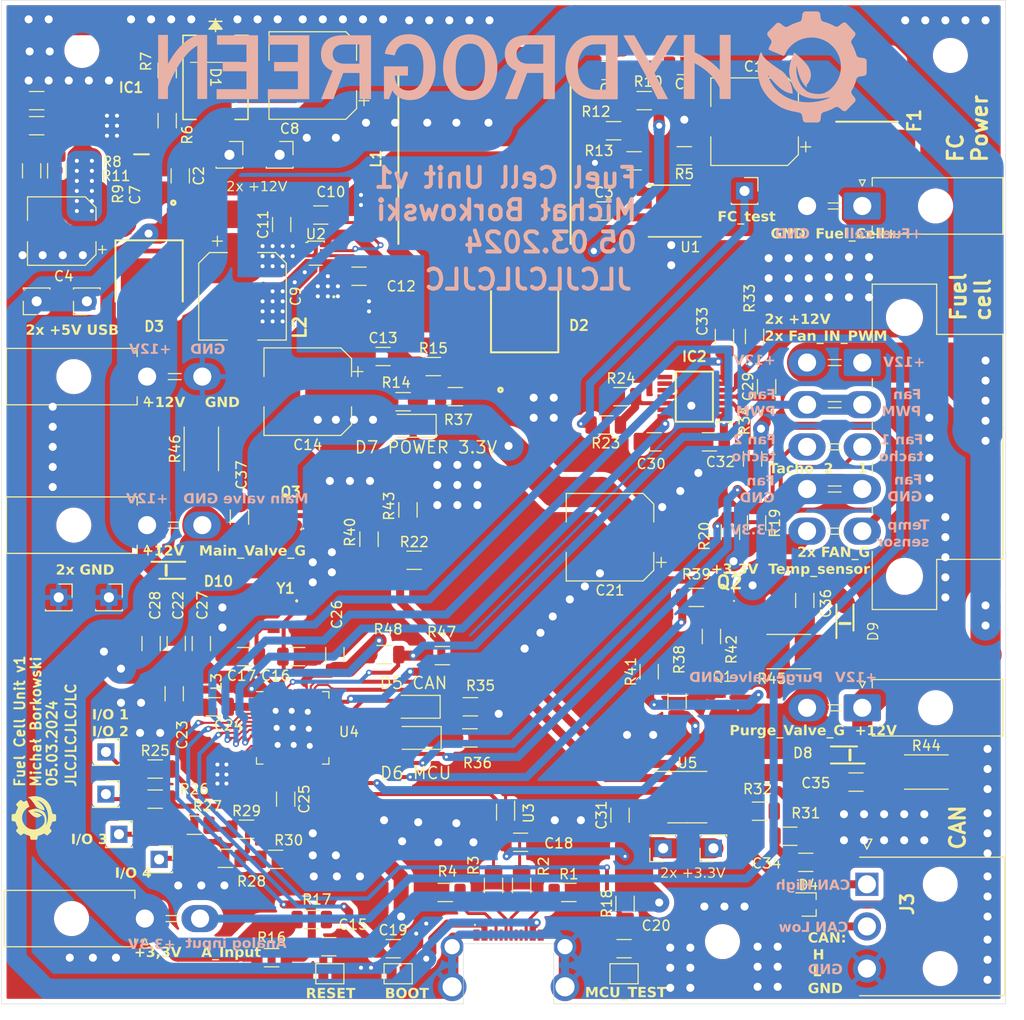
<source format=kicad_pcb>
(kicad_pcb (version 20240108) (generator "pcbnew") (generator_version "8.0")
  (title_block (title "Fuel Cell Control Unit (FCCU) pcb ") (date "2024-01-24") (company "Hydrogreen Pollub"))
  (layers (0 "F.Cu" signal) (31 "B.Cu" signal) (34 "B.Paste" user) (35 "F.Paste" user) (36 "B.SilkS" user "B.Silkscreen") (37 "F.SilkS" user "F.Silkscreen") (38 "B.Mask" user) (39 "F.Mask" user) (44 "Edge.Cuts" user))
  (net 0 "")
  (net 1 "Net-(IC1-OVP)")
  (net 2 "GND")
  (net 3 "+12V")
  (net 5 "Net-(P1-D-)")
  (net 6 "/MCU/USB_D-")
  (net 7 "Net-(P1-D+)")
  (net 8 "/MCU/USB_D+")
  (net 9 "Net-(P1-VCONN)")
  (net 10 "Net-(P1-CC)")
  (net 11 "/Power /Vreg")
  (net 12 "+3.3V")
  (net 13 "Net-(IC1-IMON)")
  (net 14 "Net-(D7-K)")
  (net 15 "Net-(IC1-ILIM)")
  (net 16 "/IO/PURGE_VALVE_MCU")
  (net 17 "Net-(IC1-DVDT)")
  (net 18 "Net-(IC1-~{FLT})")
  (net 19 "/IO/CANH")
  (net 20 "/MCU/BOOT")
  (net 21 "/MCU/RESET")
  (net 24 "Net-(U2-VIN)")
  (net 25 "Net-(U2-SW)")
  (net 26 "Net-(U2-BST)")
  (net 27 "Net-(U2-SS)")
  (net 28 "/IO/CANL")
  (net 29 "/IO/CAN_RX")
  (net 30 "/IO/CAN_TX")
  (net 33 "/Power /FB_12")
  (net 37 "Net-(IC2-+IN_D)")
  (net 38 "Net-(Q3-G)")
  (net 39 "Net-(D2-K)")
  (net 41 "VDD3P3")
  (net 42 "/MCU/MCU_TEST")
  (net 45 "Net-(C36-Pad2)")
  (net 48 "Net-(C35-Pad2)")
  (net 50 "Net-(R26-Pad1)")
  (net 60 "/IO/LED_MCU_STATUS")
  (net 63 "/IO/LED_CAN_STATUS")
  (net 72 "/IO/FAN_IN_PWM")
  (net 74 "/MCU/XTAL_N")
  (net 75 "/MCU/XTAL_P")
  (net 76 "/IO/I{slash}O_2_MCU")
  (net 77 "Net-(R25-Pad1)")
  (net 78 "/IO/FAN_ON_MCU")
  (net 79 "/IO/I{slash}O_1_MCU")
  (net 80 "Net-(C5-Pad2)")
  (net 81 "Net-(C34-Pad1)")
  (net 82 "Net-(Q2-G)")
  (net 83 "Net-(R28-Pad1)")
  (net 84 "Net-(D6-K)")
  (net 85 "Net-(D5-K)")
  (net 86 "/IO/I{slash}O_4_MCU")
  (net 87 "/IO/A_Input")
  (net 88 "/IO/Temp_sensor")
  (net 89 "Net-(R27-Pad1)")
  (net 90 "/IO/I{slash}O_3_MCU")
  (net 91 "/Power /Vin")
  (net 92 "/IO/Temp_MCU")
  (net 93 "/IO/Analog_MCU")
  (net 94 "/IO/FC_Voltage_MCU")
  (net 95 "Net-(U1-RON)")
  (net 96 "/IO/FAN_GND")
  (net 97 "/IO/Main_Valve")
  (net 98 "/IO/Main_Valve_MCU")
  (net 99 "/IO/PURGE_VALVE")
  (net 100 "/IO/FAN_1_TACHO")
  (net 101 "/IO/FAN_2_TACHO")
  (net 102 "Net-(C37-Pad2)")
  (net 103 "Net-(Q1-G)")
  (net 104 "Net-(U2-FB)")
  (net 106 "Net-(U1-BST)")
  (net 107 "/IO/FC_V")
  (net 108 "+5V")
  (footprint "Capacitor_SMD:C_1206_3216Metric" (layer "F.Cu") (at 93.5 32.5 -90)
    (property "Reference" "C7")
    (property "Value" "2n7")
  )
  (footprint "Resistor_SMD:R_1206_3216Metric" (layer "F.Cu") (at 155 82.4 90)
    (property "Reference" "R41")
    (property "Value" "10k")
  )
  (footprint "Jumper:SolderJumper-2_P1.3mm_Open_Pad1.0x1.5mm" (layer "F.Cu") (at 152.5 112.5 180)
    (property "Reference" "JP3" (hide yes))
    (property "Value" "SolderJumper_2_Open")
  )
  (footprint "Connector_PinSocket_2.54mm:PinSocket_1x01_P2.54mm_Vertical" (layer "F.Cu") (at 156.4 100 180)
    (property "Reference" "TP9" (hide yes))
    (property "Value" "+3.3V")
  )
  (footprint "Resistor_SMD:R_1206_3216Metric" (layer "F.Cu") (at 139.5 103.7 90)
    (property "Reference" "R3")
    (property "Value" "0")
  )
  (footprint "Capacitor_SMD:C_1206_3216Metric" (layer "F.Cu") (at 151 22.5 180)
    (property "Reference" "C6")
    (property "Value" "3n3")
  )
  (footprint "Package_TO_SOT_SMD:SOT-583-8" (layer "F.Cu") (at 121.8 40.7)
    (property "Reference" "U2")
    (property "Value" "TPS62933")
  )
  (footprint "Package_SO:SOIC-8_3.9x4.9mm_P1.27mm" (layer "F.Cu") (at 158.8 94.9)
    (property "Reference" "U5")
    (property "Value" "SN65HVD232")
  )
  (footprint "Resistor_SMD:R_1206_3216Metric" (layer "F.Cu") (at 109.7 97.7)
    (property "Reference" "R27")
    (property "Value" "100R")
  )
  (footprint "Resistor_SMD:R_2512_6332Metric" (layer "F.Cu") (at 110.4 60.2 90)
    (property "Reference" "R46")
    (property "Value" "100R 0,5W")
  )
  (footprint "Connector_Molex:Molex_Mini-Fit_Jr_5569-02A2_2x01_P4.20mm_Horizontal" (layer "F.Cu") (at 104.775 107 90)
    (property "Reference" "J2" (hide yes))
    (property "Value" "Analog_In")
  )
  (footprint "Capacitor_SMD:C_1206_3216Metric" (layer "F.Cu") (at 105.4 79.6 90)
    (property "Reference" "C28")
    (property "Value" "10n")
  )
  (footprint "Resistor_SMD:R_1206_3216Metric" (layer "F.Cu") (at 121.4 107.1 180)
    (property "Reference" "R17")
    (property "Value" "10k")
  )
  (footprint "Resistor_SMD:R_1206_3216Metric" (layer "F.Cu") (at 133.5 52)
    (property "Reference" "R15")
    (property "Value" "10k")
  )
  (footprint "Capacitor_SMD:C_1206_3216Metric" (layer "F.Cu") (at 120 80.9)
    (property "Reference" "C16")
    (property "Value" "12p")
  )
  (footprint "Resistor_SMD:R_1206_3216Metric" (layer "F.Cu") (at 94 25.5 180)
    (property "Reference" "R8")
    (property "Value" "100k")
  )
  (footprint "Capacitor_SMD:C_1206_3216Metric" (layer "F.Cu") (at 110.4 79.6 90)
    (property "Reference" "C27")
    (property "Value" "1u")
  )
  (footprint "Connector_PinSocket_2.54mm:PinSocket_1x01_P2.54mm_Vertical" (layer "F.Cu") (at 94 45.5 180)
    (property "Reference" "TP7" (hide yes))
    (property "Value" "+5V")
  )
  (footprint "library:PMEG10020ELR" (layer "F.Cu") (at 174.4 90.7 180)
    (property "Reference" "D8")
    (property "Value" "PMEG10020" (hide yes))
  )
  (footprint "Resistor_SMD:R_1206_3216Metric" (layer "F.Cu") (at 152.2 55)
    (property "Reference" "R24")
    (property "Value" "150k")
  )
  (footprint "Resistor_SMD:R_1206_3216Metric" (layer "F.Cu") (at 105.8 95.1)
    (property "Reference" "R26")
    (property "Value" "1k")
  )
  (footprint "Resistor_SMD:R_1206_3216Metric" (layer "F.Cu") (at 130.98 66.28 90)
    (property "Reference" "R43")
    (property "Value" "10k")
  )
  (footprint "Inductor_SMD:L_0402_1005Metric" (layer "F.Cu") (at 110.5 83.7 -90)
    (property "Reference" "L3")
    (property "Value" "2n")
  )
  (footprint "Connector_Molex:Molex_Mini-Fit_Jr_5569-02A2_2x01_P4.20mm_Horizontal" (layer "F.Cu") (at 176.225 36 -90)
    (property "Reference" "J1" (hide yes))
    (property "Value" "Fell_Cell_IN")
  )
  (footprint "Connector_PinSocket_2.54mm:PinSocket_1x01_P2.54mm_Vertical" (layer "F.Cu") (at 100.9 90.4)
    (property "Reference" "TP1" (hide yes))
    (property "Value" "I/O 1")
  )
  (footprint "library:SRN3015TA4R7M" (layer "F.Cu") (at 123.6 47.1 -90)
    (property "Reference" "L2")
    (property "Value" "4u7" (hide yes))
  )
  (footprint "Capacitor_SMD:C_1206_3216Metric" (layer "F.Cu") (at 107.7 84.6 -90)
    (property "Reference" "C23")
    (property "Value" "100n")
  )
  (footprint "Capacitor_SMD:C_1206_3216Metric" (layer "F.Cu") (at 166.7 54 90)
    (property "Reference" "C29")
    (property "Value" "100n")
  )
  (footprint "library:FUSC8664X180N" (layer "F.Cu") (at 176.7 27.6 90)
    (property "Reference" "F1")
    (property "Value" "3A" (hide yes))
  )
  (footprint "Resistor_SMD:R_1206_3216Metric" (layer "F.Cu") (at 127.1 69.2 -90)
    (property "Reference" "R40")
    (property "Value" "180R")
  )
  (footprint "Capacitor_SMD:C_1206_3216Metric" (layer "F.Cu") (at 123.1 109.8)
    (property "Reference" "C15")
    (property "Value" "1u")
  )
  (footprint "Capacitor_SMD:CP_Elec_8x10.5" (layer "F.Cu") (at 121.5 23 180)
    (property "Reference" "C8")
    (property "Value" "22u")
  )
  (footprint "Connector_Molex:Molex_Mini-Fit_Jr_5569-02A2_2x01_P4.20mm_Horizontal" (layer "F.Cu") (at 105 53 90)
    (property "Reference" "J4" (hide yes))
    (property "Value" "Axilary_Out")
  )
  (footprint "library:PMPB15XPAX" (layer "F.Cu") (at 165 76)
    (property "Reference" "Q2")
    (property "Value" "PMPB10XNX" (hide yes))
  )
  (footprint "Resistor_SMD:R_1206_3216Metric" (layer "F.Cu") (at 163.1 68.5 -90)
    (property "Reference" "R20")
    (property "Value" "10k")
  )
  (footprint "Capacitor_SMD:CP_Elec_8x10.5" (layer "F.Cu") (at 114.5 45 -90)
    (property "Reference" "C9")
    (property "Value" "10u")
  )
  (footprint "library:SOP65P640X120-14N" (layer "F.Cu") (at 159.5 55 180)
    (property "Reference" "IC2")
    (property "Value" "AD8544ARUZ-REEL" (hide yes))
  )
  (footprint "Capacitor_SMD:C_1206_3216Metric" (layer "F.Cu") (at 118.8 95.1 -90)
    (property "Reference" "C25")
    (property "Value" "100n")
  )
  (footprint "Connector_PinSocket_2.54mm:PinSocket_1x01_P2.54mm_Vertical" (layer "F.Cu") (at 161.4 100 180)
    (property "Reference" "TP8" (hide yes))
    (property "Value" "+3.3V")
  )
  (footprint "Connector_PinSocket_2.54mm:PinSocket_1x01_P2.54mm_Vertical" (layer "F.Cu") (at 99 45.5 180)
    (property "Reference" "TP6" (hide yes))
    (property "Value" "+5V")
  )
  (footprint "Connector_PinSocket_2.54mm:PinSocket_1x01_P2.54mm_Vertical" (layer "F.Cu") (at 106.2 101.1)
    (property "Reference" "TP13" (hide yes))
    (property "Value" "I/O 4")
  )
  (footprint "library:PMPB15XPAX" (layer "F.Cu") (at 162.3 85.6 180)
    (property "Reference" "Q1")
    (property "Value" "PMPB10XNX" (hide yes))
  )
  (footprint "lib:TPSMCSeries_LTF" (layer "F.Cu") (at 111.813 23.187 -90)
    (property "Reference" "D1")
    (property "Value" "TPSMC30CA")
  )
  (footprint "Resistor_SMD:R_1206_3216Metric" (layer "F.Cu") (at 94 28 180)
    (property "Reference" "R11")
    (property "Value" "56k")
  )
  (footprint "library:IHLP6767DZER470M11" (layer "F.Cu") (at 138.6 31.2 90)
    (property "Reference" "L1")
    (property "Value" "IHLP6767DZER470M11" (hide yes))
  )
  (footprint "Resistor_SMD:R_1206_3216Metric" (layer "F.Cu") (at 157.78 85.32 -90)
    (property "Reference" "R38")
    (property "Value" "180R")
  )
  (footprint "Jumper:SolderJumper-2_P1.3mm_Open_Pad1.0x1.5mm" (layer "F.Cu") (at 130 112.5)
    (property "Reference" "JP2" (hide yes))
    (property "Value" "SolderJumper_2_Open")
  )
  (footprint "Resistor_SMD:R_1206_3216Metric" (layer "F.Cu") (at 134.4 80.8)
    (property "Reference" "R47")
    (property "Value" "10k")
  )
  (footprint "Resistor_SMD:R_1206_3216Metric" (layer "F.Cu") (at 165.3 61.2 -90)
    (property "Reference" "R34")
    (property "Value" "560k")
  )
  (footprint "MountingHole:MountingHole_3mm" (layer "F.Cu") (at 98.5 20.5)
    (property "Reference" "REF**" (hide yes))
    (property "Value" "MountingHole_3mm")
  )
  (footprint "Resistor_SMD:R_1206_3216Metric" (layer "F.Cu") (at 96 32.5 90)
    (property "Reference" "R9")
    (property "Value" "100k")
  )
  (footprint "Capacitor_SMD:C_1206_3216Metric" (layer "F.Cu") (at 114.7 80.9 180)
    (property "Reference" "C17")
    (property "Value" "12p")
  )
  (footprint "Resistor_SMD:R_1206_3216Metric" (layer "F.Cu") (at 142.3 103.7 90)
    (property "Reference" "R2")
    (property "Value" "0")
  )
  (footprint "Capacitor_SMD:CP_Elec_8x10.5" (layer "F.Cu") (at 151.1 69 180)
    (property "Reference" "C21")
    (property "Value" "10u")
  )
  (footprint "library:PMPB15XPAX" (layer "F.Cu") (at 119 67.5 180)
    (property "Reference" "Q3")
    (property "Value" "PMPB10XNX" (hide yes))
  )
  (footprint "Resistor_SMD:R_1206_3216Metric" (layer "F.Cu") (at 112.8 101)
    (property "Reference" "R28")
    (property "Value" "100R")
  )
  (footprint "Resistor_SMD:R_1206_3216Metric" (layer "F.Cu") (at 150.68 57.82 180)
    (property "Reference" "R23")
    (property "Value" "10k")
  )
  (footprint "Resistor_SMD:R_1206_3216Metric" (layer "F.Cu") (at 131.6 71.3)
    (property "Reference" "R22")
    (property "Value" "10k")
  )
  (footprint "LED_SMD:LED_1206_3216Metric" (layer "F.Cu") (at 131.5 57.9 180)
    (property "Reference" "D7 POWER 3.3V")
    (property "Value" "LED")
  )
  (footprint "Resistor_SMD:R_2512_6332Metric" (layer "F.Cu") (at 168.9 80.4 180)
    (property "Reference" "R45")
    (property "Value" "100R 0,5W")
  )
  (footprint "library:KC3225K400000C1GE00" (layer "F.Cu") (at 118.7 77.2 180)
    (property "Reference" "Y1")
    (property "Value" "Crystal_GND24" (hide yes))
  )
  (footprint "Jumper:SolderJumper-2_P1.3mm_Open_Pad1.0x1.5mm" (layer "F.Cu") (at 123.2 112.5)
    (property "Reference" "JP1" (hide yes))
    (property "Value" "SolderJumper_2_Open")
  )
  (footprint "Package_SO:Diodes_SO-8EP" (layer "F.Cu") (at 157 36.5 180)
    (property "Reference" "U1")
    (property "Value" "LM5013DDAR")
  )
  (footprint "Connector_PinSocket_2.54mm:PinSocket_1x01_P2.54mm_Vertical" (layer "F.Cu") (at 113.2 30.9)
    (property "Reference" "TP5" (hide yes))
    (property "Value" "+12V")
  )
  (footprint "Resistor_SMD:R_1206_3216Metric" (layer "F.Cu") (at 153.5 31.5 180)
    (property "Reference" "R13")
    (property "Value" "49k9")
  )
  (footprint "Capacitor_SMD:C_1206_3216Metric" (layer "F.Cu") (at 150.5 36.5)
    (property "Reference" "C3")
    (property "Value" "2n2")
  )
  (footprint "Connector_PinSocket_2.54mm:PinSocket_1x01_P2.54mm_Vertical" (layer "F.Cu") (at 164.5 34.5)
    (property "Reference" "TP1" (hide yes))
    (property "Value" "FC test")
  )
  (footprint "Connector_Molex:Molex_Mini-Fit_Jr_5569-02A2_2x01_P4.20mm_Horizontal" (layer "F.Cu") (at 176.225 86 -90)
    (property "Reference" "J5" (hide yes))
    (property "Value" "P_Valve")
  )
  (footprint "Resistor_SMD:R_1206_3216Metric" (layer "F.Cu") (at 130.5 55.5)
    (property "Reference" "R14")
    (property "Value" "32k")
  )
  (footprint "Capacitor_SMD:C_1206_3216Metric" (layer "F.Cu") (at 118.4 37.85 90)
    (property "Reference" "C11")
    (property "Value" "100n")
  )
  (footprint "Connector_PinSocket_2.54mm:PinSocket_1x01_P2.54mm_Vertical" (layer "F.Cu") (at 118.2 30.9)
    (property "Reference" "TP4" (hide yes))
    (property "Value" "+12V")
  )
  (footprint "Resistor_SMD:R_1206_3216Metric" (layer "F.Cu") (at 161.2 78.9 -90)
    (property "Reference" "R42")
    (property "Value" "10k")
  )
  (footprint "Capacitor_SMD:C_1206_3216Metric" (layer "F.Cu") (at 158.5 22 180)
    (property "Reference" "C5")
    (property "Value" "47p")
  )
  (footprint "Resistor_SMD:R_2512_6332Metric" (layer "F.Cu") (at 182.6 92.4)
    (property "Reference" "R44")
    (property "Value" "100R 0,5W")
  )
  (footprint "Capacitor_SMD:C_1206_3216Metric" (layer "F.Cu") (at 129.5 110)
    (property "Reference" "C19")
    (property "Value" "1u")
  )
  (footprint "Capacitor_SMD:C_1206_3216Metric" (layer "F.Cu") (at 128.5 51)
    (property "Reference" "C13")
    (property "Value" "47p")
  )
  (footprint "Capacitor_SMD:CP_Elec_6.3x7.7" (layer "F.Cu") (at 96.5 38.5 180)
    (property "Reference" "C4")
    (property "Value" "47u")
  )
  (footprint "Connector_Molex:Molex_Mini-Fit_Jr_5569-02A2_2x01_P4.20mm_Horizontal" (layer "F.Cu") (at 105 67.8 90)
    (property "Reference" "J6" (hide yes))
    (property "Value" "Valve")
  )
  (footprint "library:SOP65P640X120-17N" (layer "F.Cu") (at 101.5 28 180)
    (property "Reference" "IC1")
    (property "Value" "LM76202QPWPRQ1" (hide yes))
  )
  (footprint "Capacitor_SMD:C_1206_3216Metric" (layer "F.Cu") (at 170.6 101.4)
    (property "Reference" "C34")
    (property "Value" "4n7")
  )
  (footprint "Connector_PinSocket_2.54mm:PinSocket_1x01_P2.54mm_Vertical" (layer "F.Cu") (at 101.2 75)
    (property "Reference" "TP3" (hide yes))
    (property "Value" "GND")
  )
  (footprint "Resistor_SMD:R_1206_3216Metric" (layer "F.Cu") (at 165.5 49 90)
    (property "Reference" "R33")
    (property "Value" "10k")
  )
  (footprint "Resistor_SMD:R_1206_3216Metric" (layer "F.Cu") (at 137.2 85.9)
    (property "Reference" "R35")
    (property "Value" "1k")
  )
  (footprint "MountingHole:MountingHole_3mm" (layer "F.Cu") (at 185 21)
    (property "Reference" "REF**" (hide yes))
    (property "Value" "MountingHole_3mm")
  )
  (footprint "Package_TO_SOT_SMD:SOT-323_SC-70" (layer "F.Cu") (at 170.9 105.6)
    (property "Reference" "D4")
    (property "Value" "SP0502BAJT")
  )
  (footprint "Capacitor_SMD:C_1206_3216Metric" (layer "F.Cu") (at 122.3 36.9 180)
    (property "Reference" "C10")
    (property "Value" "33n")
  )
  (footprint "Capacitor_SMD:CP_Elec_8x10.5" (layer "F.Cu") (at 121 54.5 180)
    (property "Reference" "C14")
    (property "Value" "100u")
  )
  (footprint "Capacitor_SMD:C_1206_3216Metric" (layer "F.Cu") (at 162.5 49 90)
    (property "Reference" "C33")
    (property "Value" "4n7")
  )
  (footprint "Capacitor_SMD:C_1206_3216Metric" (layer "F.Cu") (at 170.5 75.3 -90)
    (property "Reference" "C36")
    (property "Value" "20n")
  )
  (footprint "Resistor_SMD:R_1206_3216Metric" (layer "F.Cu") (at 165.7 67.6 -90)
    (property "Reference" "R19")
    (property "Value" "10k")
  )
  (footprint "library:2169900002" (layer "F.Cu") (at 141 111.5)
    (property "Reference" "P1" (hide yes))
    (property "Value" "USB_C_Plug_USB2.0" (hide yes))
  )
  (footprint "Capacitor_SMD:C_1206_3216Metric" (layer "F.Cu") (at 152.5 110 180)
    (property "Reference" "C20")
    (property "Value" "1u")
  )
  (footprint "Resistor_SMD:R_1206_3216Metric" (layer "F.Cu") (at 166 96.3 180)
    (property "Reference" "R32")
    (property "Value" "60")
  )
  (footprint "library:39303035" (layer "F.Cu") (at 176.6871 103.58425 90)
    (property "Reference" "J3")
    (property "Value" "CAN" (hide yes))
  )
  (footprint "Resistor_SMD:R_1206_3216Metric" (layer "F.Cu") (at 107 27.5 90)
    (property "Reference" "R6")
    (property "Value" "180k")
  )
  (footprint "Capacitor_SMD:C_1206_3216Metric" (layer "F.Cu") (at 107.9 79.6 90)
    (property "Reference" "C22")
    (property "Value" "1u")
  )
  (footprint "Resistor_SMD:R_1206_3216Metric" (layer "F.Cu") (at 135.7 55)
    (property "Reference" "R37")
    (property "Value" "1k")
  )
  (footprint "Resistor_SMD:R_1206_3216Metric" (layer "F.Cu") (at 158.5 31 180)
    (property "Reference" "R5")
    (property "Value" "100k")
  )
  (footprint "Connector_Molex:Molex_Mini-Fit_Jr_5569-10A1_2x05_P4.20mm_Horizontal" (layer "F.Cu") (at 176.225 51.6 -90)
    (property "Reference" "J7" (hide yes))
    (property "Value" "FC Cooling")
  )
  (footprint "library:PMEG10020ELR" (layer "F.Cu") (at 107.5 72.3)
    (property "Reference" "D10")
    (property "Value" "PMEG10020" (hide yes))
  )
  (footprint "library:PMEG10020ELR" (layer "F.Cu") (at 174.5 77 90)
    (property "Reference" "D9")
    (property "Value" "PMEG10020" (hide yes))
  )
  (footprint "LED_SMD:LED_1206_3216Metric" (layer "F.Cu") (at 131.9 85.9 180)
    (property "Reference" "D5 CAN")
    (property "Value" "LED")
  )
  (footprint "Capacitor_SMD:C_1206_3216Metric" (layer "F.Cu") (at 123.7 80.7 90)
    (property "Reference" "C26")
    (property "Value" "100n")
  )
  (footprint "MBRD20100CT-13:TO252_(DPAK)_1" (layer "F.Cu") (at 142.6 52.4795)
    (property "Reference" "D2")
    (property "Value" "MBRD20100CT-13" (hide yes))
  )
  (footprint "LED_SMD:LED_1206_3216Metric" (layer "F.Cu") (at 132 89 180)
    (property "Reference" "D6 MCU")
    (property "Value" "LED")
  )
  (footprint "Resistor_SMD:R_1206_3216Metric" (layer "F.Cu") (at 128.6 80.7 180)
    (property "Reference" "R48")
    (property "Value" "10k")
  )
  (footprint "Resistor_SMD:R_1206_3216Metric" (layer "F.Cu") (at 134.7 104.4 180)
    (property "Reference" "R4")
    (property "Value" "5k1")
  )
  (footprint "Resistor_SMD:R_1206_3216Metric" (layer "F.Cu") (at 151.46 28.5 180)
    (property "Reference" "R12")
    (property "Value" "453k")
  )
  (footprint "Resistor_SMD:R_1206_3216Metric" (layer "F.Cu") (at 152.6 105.5 90)
    (property "Reference" "R18")
    (property "Value" "10k")
  )
  (footprint "Capacitor_SMD:CP_Elec_8x10.5" (layer "F.Cu") (at 165.5 27.6 180)
    (property "Reference" "C1")
    (property "Value" "10u")
  )
  (footprint "Resistor_SMD:R_1206_3216Metric" (layer "F.Cu") (at 137.15 89)
    (property "Reference" "R36")
    (property "Value" "1k")
  )
  (footprint "Capacitor_SMD:C_1206_3216Metric" (layer "F.Cu") (at 152.1 96.7 90)
    (property "Reference" "C31")
    (property "Value" "100n")
  )
  (footprint "Capacitor_SMD:C_1206_3216Metric" (layer "F.Cu") (at 126.1 43 180)
    (property "Reference" "C12")
    (property "Value" "100n")
  )
  (footprint "Resistor_SMD:R_1206_3216Metric" (layer "F.Cu") (at 117.4 110.9 180)
    (property "Reference" "R16")
    (property "Value" "10k")
  )
  (footprint "MBRD20100CT-13:TO252_(DPAK)_1" (layer "F.Cu") (at 105.2 37.5205 180)
    (property "Reference" "D3")
    (property "Value" "MBRD20100CT-13" (hide yes))
  )
  (footprint "Capacitor_SMD:C_1206_3216Metric" (layer "F.Cu") (at 175.6 93.4)
    (property "Reference" "C35")
    (property "Value" "20n")
  )
  (footprint "Resistor_SMD:R_1206_3216Metric" (layer "F.Cu") (at 107 22.5 90)
    (property "Reference" "R7")
    (property "Value" "12k")
  )
  (footprint "MountingHole:MountingHole_3mm" (layer "F.Cu") (at 162.3 109.3)
    (property "Reference" "REF**" (hide yes))
    (property "Value" "MountingHole_3mm")
  )
  (footprint "Resistor_SMD:R_1206_3216Metric" (layer "F.Cu") (at 159.7 75 180)
    (property "Reference" "R39")
    (property "Value" "180R")
  )
  (footprint "Resistor_SMD:R_1206_3216Metric" (layer "F.Cu") (at 147 104.4)
    (property "Reference" "R1")
    (property "Value" "5k1")
  )
  (footprint "Package_TO_SOT_SMD:SOT-666" (layer "F.Cu") (at 140.7 96.4 -90)
    (property "Reference" "U3")
    (property "Value" "USBLC6-2P6")
  )
  (footprint "Capacitor_SMD:C_1206_3216Metric" (layer "F.Cu") (at 114.2 67 90)
    (property "Reference" "C37")
    (property "Value" "20n")
  )
  (footprint "Capacitor_SMD:C_1206_3216Metric" (layer "F.Cu") (at 142.2 99.4)
    (property "Reference" "C18")
    (property "Value" "100n")
  )
  (footprint "Resistor_SMD:R_1206_3216Metric" (layer "F.Cu") (at 169 98.8)
    (property "Reference" "R31")
    (property "Value" "60")
  )
  (footprint "Connector_PinSocket_2.54mm:PinSocket_1x01_P2.54mm_Vertical" (layer "F.Cu") (at 100.9 94.6)
    (property "Reference" "TP2" (hide yes))
    (property "Value" "I/O 2")
  )
  (footprint "Connector_PinSocket_2.54mm:PinSocket_1x01_P2.54mm_Vertical" (layer "F.Cu") (at 96.2 75)
    (property "Reference" "TP2" (hide yes))
    (property "Value" "GND")
  )
  (footprint "Capacitor_SMD:C_1206_3216Metric" (layer "F.Cu") (at 108.3 33 -90)
    (property "Reference" "C2")
    (property "Value" "1u")
  )
  (footprint "Capacitor_SMD:C_1206_3216Metric" (layer "F.Cu") (at 155.5 59.5 180)
    (property "Reference" "C30")
    (property "Value" "4n7")
  )
  (footprint "Capacitor_SMD:C_1206_3216Metric" (layer "F.Cu") (at 161 59.5)
    (property "Reference" "C32")
    (property "Value" "4n7")
  )
  (footprint "Capacitor_SMD:C_1206_3216Metric" (layer "F.Cu") (at 111.6 85.9 180)
    (property "Reference" "C24")
    (property "Value" "100n")
  )
  (footprint "Resistor_SMD:R_1206_3216Metric" (layer "F.Cu") (at 154.5 25.5 180)
    (property "Reference" "R10")
    (property "Value" "143k ")
  )
  (footprint "Resistor_SMD:R_1206_3216Metric" (layer "F.Cu") (at 105.8 92.1)
    (property "Reference" "R25")
    (property "Value" "1k")
  )
  (footprint "Resistor_SMD:R_1206_3216Metric" (layer "F.Cu") (at 117.8 101.1)
    (property "Reference" "R30")
    (property "Value" "10k")
  )
  (footprint "Connector_PinSocket_2.54mm:PinSocket_1x01_P2.54mm_Vertical" (layer "F.Cu") (at 102.2 98.6)
    (property "Reference" "TP12" (hide yes))
    (property "Value" "I/O 3")
  )
  (footprint "Package_DFN_QFN:QFN-56-1EP_7x7mm_P0.4mm_EP5.6x5.6mm" (layer "F.Cu") (at 119.5 88)
    (property "Reference" "U4")
    (property "Value" "ESP32-S3FN8")
  )
  (footprint "Resistor_SMD:R_1206_3216Metric" (layer "F.Cu") (at 114.9 98.1)
    (property "Reference" "R29")
    (property "Value" "10k")
  )
  (gr_poly (pts (xy 172 30.8) (xy 172 33.4) (xy 172.2 33.6) (xy 172.8 33.6) (xy 174.3 35.1) (xy 174.3 37.3) (xy 175 38) (xy 179.4 38) (xy 181.4 36) (xy 181.4 29.1) (xy 180.8 28.5) (xy 174.3 28.5)) (stroke (width 0.2)) (fill solid) (layer "F.Cu") (net 91))
  (gr_poly (pts (xy 150.2 21.2) (xy 149 20.2) (xy 124.6 20.2) (xy 122 22.5) (xy 122 24.4) (xy 120.1 26.3) (xy 109.6 26.3) (xy 107.8 28.3) (xy 106.5 28.3) (xy 105.225 28.8) (xy 103.7 28.8) (xy 103.7 31.9) (xy 104.8 33) (xy 110.3 33) (xy 112.1 34.9) (xy 123.5 34.9) (xy 129 30) (xy 150.7 30) (xy 150.7 27.2) (xy 150.2 26.4) (xy 150.2 21.2)) (stroke (width 0.1)) (fill solid) (layer "F.Cu") (net 3))
  (gr_poly (pts (xy 133 41.5) (xy 128 36.5) (xy 128 34.5) (xy 130 32.5) (xy 147.5 32.5) (xy 149.5 34.5) (xy 149.5 38.5)) (stroke (width 0.2)) (fill solid) (layer "F.Cu") (net 39))
  (gr_poly (pts (xy 155.2 38) (xy 155.2 40.5) (xy 147 48.5) (xy 132.5 48.5) (xy 132.5 38)) (stroke (width 0.2)) (fill solid) (layer "F.Cu") (net 39))
  (gr_poly (pts (xy 180.1 27.2) (xy 179.7 27.6) (xy 173.4 27.6) (xy 168.146731 32.853269) (xy 168.2 36.9) (xy 165.5 38.9) (xy 161.6 38.9) (xy 160.2 37.5) (xy 158.8 37.5) (xy 158.7 37.5) (xy 158.7 35.4) (xy 160.4 35.4) (xy 160.8 34.9) (xy 160.8 32.8) (xy 161.8 31.5) (xy 163.3 29.7) (xy 164.5 29.6) (xy 165.5 28.5) (xy 165.5 24.4) (xy 170.3 20.6) (xy 179.2 20.6) (xy 180.1 21.5)) (stroke (width 0.2)) (fill solid) (layer "F.Cu") (net 107))
  (gr_poly (pts (xy 122.5 42.5) (xy 120 45) (xy 120 50.5) (xy 132.5 50.5) (xy 132.5 41) (xy 124 41) (xy 123 42)) (stroke (width 0.2)) (fill solid) (layer "B.Cu") (net 25))
  (gr_poly (pts (xy 120.6 41.1) (xy 118.4 43) (xy 114.1 43) (xy 114.1 33.7) (xy 125 33.7) (xy 125 37.4)) (stroke (width 0.2)) (fill solid) (layer "B.Cu") (net 24))
  (gr_poly (pts (xy 117.078237 19.930528) (xy 120.015112 19.930528) (xy 120.015112 21.65032) (xy 117.647092 21.65032) (xy 117.647092 22.576361) (xy 120.015112 22.576361) (xy 120.015112 24.362298) (xy 117.02532 24.362298) (xy 117.02532 25.354486) (xy 121.152822 25.354486) (xy 121.152822 18.991258) (xy 117.078237 18.991258)) (stroke (width -0.000001)) (fill solid) (layer "B.SilkS"))
  (gr_poly (pts (xy 130.903957 18.887594) (xy 130.788638 18.894105) (xy 130.675838 18.904957) (xy 130.565577 18.92015) (xy 130.457874 18.939684) (xy 130.352748 18.963558) (xy 130.250219 18.991773) (xy 130.150306 19.02433) (xy 130.053028 19.061227) (xy 129.958406 19.102464) (xy 129.866457 19.148043) (xy 129.777202 19.197963) (xy 129.690661 19.252223) (xy 129.606851 19.310824) (xy 129.525794 19.373766) (xy 129.447507 19.441049) (xy 129.372321 19.511587) (xy 129.300565 19.584295) (xy 129.232258 19.659175) (xy 129.16742 19.736224) (xy 129.10607 19.815444) (xy 129.048228 19.896834) (xy 128.993912 19.980395) (xy 128.943143 20.066126) (xy 128.89594 20.154028) (xy 128.852322 20.2441) (xy 128.812309 20.336342) (xy 128.775919 20.430755) (xy 128.743172 20.527339) (xy 128.714088 20.626092) (xy 128.688687 20.727016) (xy 128.666986 20.830111) (xy 129.659174 21.00209) (xy 129.696997 20.86039) (xy 129.741003 20.727972) (xy 129.791171 20.604818) (xy 129.81856 20.546708) (xy 129.847482 20.490907) (xy 129.877935 20.437411) (xy 129.909917 20.38622) (xy 129.943424 20.33733) (xy 129.978456 20.290738) (xy 130.015008 20.246443) (xy 130.05308 20.204442) (xy 130.092667 20.164732) (xy 130.133769 20.127311) (xy 130.176382 20.092177) (xy 130.220505 20.059328) (xy 130.266134 20.02876) (xy 130.313267 20.000472) (xy 130.361903 19.97446) (xy 130.412037 19.950723) (xy 130.463669 19.929259) (xy 130.516795 19.910064) (xy 130.571414 19.893136) (xy 130.627522 19.878473) (xy 130.685118 19.866073) (xy 130.744198 19.855933) (xy 130.804761 19.84805) (xy 130.866804 19.842423) (xy 130.995321 19.837923) (xy 131.078723 19.840094) (xy 131.160246 19.846605) (xy 131.23987 19.857457) (xy 131.317575 19.87265) (xy 131.393342 19.892184) (xy 131.467152 19.916058) (xy 131.538986 19.944274) (xy 131.608823 19.97683) (xy 131.676645 20.013727) (xy 131.742433 20.054964) (xy 131.806166 20.100543) (xy 131.867825 20.150463) (xy 131.927392 20.204723) (xy 131.984846 20.263324) (xy 132.040168 20.326266) (xy 132.09334 20.393548) (xy 132.143876 20.465178) (xy 132.191292 20.541188) (xy 132.23557 20.621616) (xy 132.276688 20.706501) (xy 132.314629 20.795882) (xy 132.349371 20.889797) (xy 132.380898 20.988286) (xy 132.409187 21.091387) (xy 132.434222 21.199139) (xy 132.455981 21.31158) (xy 132.474446 21.42875) (xy 132.489597 21.550687) (xy 132.501415 21.67743) (xy 132.50988 21.809018) (xy 132.514973 21.945489) (xy 132.516676 22.086882) (xy 132.513112 22.379894) (xy 132.497477 22.653721) (xy 132.469787 22.908402) (xy 132.430064 23.143975) (xy 132.378326 23.36048) (xy 132.314592 23.557955) (xy 132.238883 23.736439) (xy 132.196543 23.818571) (xy 132.151217 23.895971) (xy 132.102906 23.968641) (xy 132.051613 24.036589) (xy 131.997341 24.099817) (xy 131.940092 24.158332) (xy 131.879869 24.212137) (xy 131.816673 24.261239) (xy 131.750507 24.305641) (xy 131.681374 24.345349) (xy 131.609276 24.380367) (xy 131.534216 24.4107) (xy 131.456195 24.436353) (xy 131.375217 24.457332) (xy 131.291283 24.473639) (xy 131.204397 24.485282) (xy 131.021776 24.49459) (xy 130.948289 24.493037) (xy 130.876643 24.488363) (xy 130.806819 24.48055) (xy 130.738796 24.469579) (xy 130.672557 24.455429) (xy 130.608081 24.438082) (xy 130.545349 24.417518) (xy 130.484342 24.393718) (xy 130.42504 24.366662) (xy 130.367424 24.336331) (xy 130.311474 24.302706) (xy 130.257172 24.265767) (xy 130.204497 24.225495) (xy 130.153431 24.181871) (xy 130.103954 24.134874) (xy 130.056047 24.084486) (xy 130.010317 24.033792) (xy 129.967397 23.980927) (xy 129.927306 23.925891) (xy 129.890064 23.868686) (xy 129.85569 23.80931) (xy 129.824203 23.747763) (xy 129.795623 23.684046) (xy 129.769969 23.618159) (xy 129.74726 23.550101) (xy 129.727516 23.479873) (xy 129.710757 23.407474) (xy 129.697001 23.332905) (xy 129.686269 23.256166) (xy 129.678578 23.177256) (xy 129.67395 23.096175) (xy 129.672403 23.012925) (xy 130.982092 23.012925) (xy 130.982092 22.086883) (xy 128.58761 22.086883) (xy 128.58761 25.354486) (xy 129.090318 25.354486) (xy 129.434274 24.49459) (xy 129.469582 24.553191) (xy 129.506056 24.609932) (xy 129.543697 24.664812) (xy 129.582508 24.717832) (xy 129.622491 24.768992) (xy 129.663649 24.818291) (xy 129.705985 24.86573) (xy 129.7495 24.911309) (xy 129.794197 24.955027) (xy 129.840079 24.996885) (xy 129.887148 25.036883) (xy 129.935406 25.07502) (xy 129.984856 25.111297) (xy 130.035501 25.145713) (xy 130.087342 25.178269) (xy 130.140381 25.208965) (xy 130.194623 25.2378) (xy 130.250068 25.264775) (xy 130.30672 25.28989) (xy 130.36458 25.313145) (xy 130.423651 25.334539) (xy 130.483937 25.354072) (xy 130.545438 25.371746) (xy 130.608157 25.387559) (xy 130.672097 25.401511) (xy 130.737261 25.413603) (xy 130.80365 25.423835) (xy 130.871267 25.432207) (xy 130.940115 25.438718) (xy 131.010196 25.443369) (xy 131.154066 25.44709) (xy 131.312816 25.443214) (xy 131.466605 25.431587) (xy 131.615434 25.412208) (xy 131.759301 25.385078) (xy 131.898207 25.350196) (xy 132.032153 25.307563) (xy 132.161137 25.257179) (xy 132.285161 25.199043) (xy 132.404223 25.133156) (xy 132.518325 25.059517) (xy 132.627466 24.978126) (xy 132.731646 24.888984) (xy 132.830865 24.792091) (xy 132.925123 24.687446) (xy 133.01442 24.57505) (xy 133.098756 24.454902) (xy 133.175651 24.329787) (xy 133.247585 24.202463) (xy 133.314558 24.072891) (xy 133.37657 23.941032) (xy 133.433621 23.806848) (xy 133.48571 23.670299) (xy 133.532839 23.531348) (xy 133.575007 23.389955) (xy 133.612213 23.246081) (xy 133.644459 23.099688) (xy 133.671744 22.950737) (xy 133.694068 22.79919) (xy 133.711431 22.645007) (xy 133.723833 22.488149) (xy 133.731274 22.328579) (xy 133.733755 22.166256) (xy 133.730964 21.996658) (xy 133.722593 21.830179) (xy 133.70864 21.666839) (xy 133.689106 21.506658) (xy 133.663992 21.349656) (xy 133.633296 21.19585) (xy 133.597019 21.045262) (xy 133.555161 20.89791) (xy 133.507722 20.753814) (xy 133.454702 20.612992) (xy 133.396101 20.475465) (xy 133.331919 20.341252) (xy 133.262156 20.210372) (xy 133.186812 20.082844) (xy 133.105886 19.958688) (xy 133.01938 19.837923) (xy 132.92791 19.722582) (xy 132.832079 19.614681) (xy 132.731869 19.514222) (xy 132.627259 19.421205) (xy 132.518232 19.335629) (xy 132.404766 19.257494) (xy 132.286844 19.1868) (xy 132.164445 19.123548) (xy 132.03755 19.067738) (xy 131.90614 19.019369) (xy 131.770195 18.978441) (xy 131.629697 18.944954) (xy 131.484625 18.91891) (xy 131.33496 18.900306) (xy 131.180684 18.889144) (xy 131.021776 18.885423)) (stroke (width -0.000001)) (fill solid) (layer "B.SilkS"))
  (gr_poly (pts (xy 170.534521 16.611708) (xy 170.518767 16.614318) (xy 170.503279 16.617815) (xy 170.488074 16.622176) (xy 170.47317 16.627381) (xy 170.458583 16.633406) (xy 170.44433 16.640231) (xy 170.430429 16.647834) (xy 170.416896 16.656192) (xy 170.403748 16.665284) (xy 170.391002 16.675088) (xy 170.378675 16.685583) (xy 170.366784 16.696747) (xy 170.355346 16.708557) (xy 170.333897 16.73403) (xy 170.314463 16.761829) (xy 170.297181 16.791778) (xy 170.282185 16.823705) (xy 170.269611 16.857433) (xy 170.259596 16.89279) (xy 170.252274 16.929599) (xy 170.247781 16.967688) (xy 170.246638 16.987158) (xy 170.246254 17.006881) (xy 170.193337 17.35084) (xy 170.191828 17.364365) (xy 170.189788 17.377653) (xy 170.187229 17.390699) (xy 170.184164 17.403498) (xy 170.180606 17.416045) (xy 170.176565 17.428335) (xy 170.172054 17.440364) (xy 170.167085 17.452126) (xy 170.161671 17.463616) (xy 170.155823 17.474831) (xy 170.149554 17.485765) (xy 170.142875 17.496412) (xy 170.135799 17.50677) (xy 170.128338 17.516831) (xy 170.112308 17.536048) (xy 170.094884 17.554025) (xy 170.076161 17.570723) (xy 170.056236 17.586103) (xy 170.035207 17.600127) (xy 170.01317 17.612755) (xy 169.990223 17.62395) (xy 169.966461 17.633671) (xy 169.941983 17.641881) (xy 169.798167 17.684049) (xy 169.654662 17.731178) (xy 169.511776 17.783268) (xy 169.369821 17.840319) (xy 169.229106 17.902331) (xy 169.089942 17.969303) (xy 168.952637 18.041237) (xy 168.817504 18.118131) (xy 168.794882 18.129607) (xy 168.771718 18.139241) (xy 168.748089 18.147054) (xy 168.724073 18.153064) (xy 168.699746 18.157292) (xy 168.675187 18.159756) (xy 168.650472 18.160477) (xy 168.625681 18.159472) (xy 168.600889 18.156762) (xy 168.576174 18.152367) (xy 168.551615 18.146304) (xy 168.527289 18.138595) (xy 168.503272 18.129258) (xy 168.479643 18.118312) (xy 168.456479 18.105777) (xy 168.433858 18.091673) (xy 168.156046 17.880006) (xy 168.141012 17.865511) (xy 168.125695 17.851794) (xy 168.110122 17.838857) (xy 168.094318 17.826702) (xy 168.078311 17.815332) (xy 168.062127 17.804749) (xy 168.045793 17.794956) (xy 168.029335 17.785955) (xy 168.01278 17.777749) (xy 167.996156 17.770339) (xy 167.979487 17.763729) (xy 167.962802 17.757921) (xy 167.946126 17.752917) (xy 167.929487 17.748719) (xy 167.91291 17.745331) (xy 167.896423 17.742754) (xy 167.880053 17.740991) (xy 167.863825 17.740044) (xy 167.847767 17.739916) (xy 167.831905 17.740609) (xy 167.816266 17.742126) (xy 167.800877 17.744469) (xy 167.785763 17.74764) (xy 167.770953 17.751642) (xy 167.756472 17.756477) (xy 167.742347 17.762148) (xy 167.728604 17.768658) (xy 167.715272 17.776007) (xy 167.702375 17.7842) (xy 167.68994 17.793238) (xy 167.677995 17.803124) (xy 167.666566 17.81386) (xy 166.833129 18.660527) (xy 166.822392 18.671994) (xy 166.812506 18.684046) (xy 166.803468 18.696652) (xy 166.795276 18.709775) (xy 166.787926 18.723383) (xy 166.781417 18.737441) (xy 166.775746 18.751916) (xy 166.77091 18.766774) (xy 166.766908 18.781981) (xy 166.763737 18.797502) (xy 166.761394 18.813305) (xy 166.759877 18.829354) (xy 166.759184 18.845617) (xy 166.759312 18.862059) (xy 166.760259 18.878647) (xy 166.762022 18.895345) (xy 166.764599 18.912122) (xy 166.767987 18.928941) (xy 166.772185 18.945771) (xy 166.777189 18.962576) (xy 166.782997 18.979324) (xy 166.789608 18.995979) (xy 166.797017 19.012508) (xy 166.805224 19.028877) (xy 166.814225 19.045053) (xy 166.824018 19.061001) (xy 166.8346 19.076687) (xy 166.84597 19.092077) (xy 166.858125 19.107139) (xy 166.871062 19.121837) (xy 166.88478 19.136137) (xy 166.899274 19.150007) (xy 167.110941 19.427819) (xy 167.125045 19.44826) (xy 167.13758 19.469806) (xy 167.148526 19.492321) (xy 167.157863 19.515669) (xy 167.165572 19.539715) (xy 167.171635 19.564322) (xy 167.17603 19.589356) (xy 167.17874 19.614681) (xy 167.179744 19.640161) (xy 167.179024 19.66566) (xy 167.17656 19.691043) (xy 167.172332 19.716173) (xy 167.166322 19.740917) (xy 167.158509 19.765137) (xy 167.148875 19.788698) (xy 167.137399 19.811465) (xy 167.078075 19.922673) (xy 167.019991 20.036361) (xy 166.964387 20.150049) (xy 166.912504 20.261257) (xy 166.909014 20.268735) (xy 166.905983 20.276278) (xy 166.903402 20.283875) (xy 166.901264 20.291513) (xy 166.899562 20.29918) (xy 166.898289 20.306864) (xy 166.897438 20.314553) (xy 166.897001 20.322235) (xy 166.89697 20.329897) (xy 166.89734 20.337528) (xy 166.898102 20.345115) (xy 166.899249 20.352646) (xy 166.900773 20.36011) (xy 166.902669 20.367494) (xy 166.904928 20.374785) (xy 166.907543 20.381973) (xy 166.910506 20.389044) (xy 166.913812 20.395987) (xy 166.917451 20.402789) (xy 166.921418 20.409439) (xy 166.925704 20.415924) (xy 166.930303 20.422232) (xy 166.935207 20.428351) (xy 166.940409 20.434269) (xy 166.945901 20.439974) (xy 166.951677 20.445454) (xy 166.95773 20.450696) (xy 166.964051 20.455689) (xy 166.970633 20.46042) (xy 166.97747 20.464878) (xy 166.984554 20.46905) (xy 166.991878 20.472923) (xy 168.301566 21.015319) (xy 168.309044 21.018808) (xy 168.316587 21.02184) (xy 168.324184 21.024421) (xy 168.331822 21.026559) (xy 168.339489 21.02826) (xy 168.347174 21.029533) (xy 168.354862 21.030385) (xy 168.362544 21.030822) (xy 168.370206 21.030852) (xy 168.377837 21.030483) (xy 168.385424 21.029721) (xy 168.392956 21.028574) (xy 168.400419 21.027049) (xy 168.407803 21.025154) (xy 168.415094 21.022895) (xy 168.422282 21.02028) (xy 168.429353 21.017316) (xy 168.436296 21.014011) (xy 168.443098 21.010371) (xy 168.449748 21.006405) (xy 168.456233 21.002119) (xy 168.462541 20.99752) (xy 168.46866 20.992616) (xy 168.474578 20.987414) (xy 168.480283 20.981921) (xy 168.485763 20.976145) (xy 168.491005 20.970093) (xy 168.495998 20.963772) (xy 168.500729 20.957189) (xy 168.505187 20.950352) (xy 168.509358 20.943268) (xy 168.513232 20.935944) (xy 168.544083 20.864479) (xy 168.577104 20.793963) (xy 168.612295 20.724416) (xy 168.649658 20.655858) (xy 168.68919 20.588307) (xy 168.730893 20.521783) (xy 168.774766 20.456306) (xy 168.82081 20.391895) (xy 168.869024 20.328568) (xy 168.919409 20.266347) (xy 168.971964 20.205249) (xy 169.026689 20.145295) (xy 169.083585 20.086503) (xy 169.142651 20.028894) (xy 169.203888 19.972485) (xy 169.267295 19.917298) (xy 169.371789 19.831994) (xy 169.479261 19.752195) (xy 169.589509 19.677905) (xy 169.702332 19.609126) (xy 169.817529 19.54586) (xy 169.934899 19.488109) (xy 170.05424 19.435877) (xy 170.175352 19.389165) (xy 170.298034 19.347976) (xy 170.422084 19.312312) (xy 170.547302 19.282177) (xy 170.673487 19.257571) (xy 170.800437 19.238498) (xy 170.927951 19.22496) (xy 171.055829 19.216959) (xy 171.183869 19.214499) (xy 171.31187 19.21758) (xy 171.439632 19.226207) (xy 171.566953 19.24038) (xy 171.693631 19.260103) (xy 171.819467 19.285378) (xy 171.944259 19.316208) (xy 172.067805 19.352594) (xy 172.189906 19.394539) (xy 172.310359 19.442046) (xy 172.428964 19.495118) (xy 172.54552 19.553756) (xy 172.659826 19.617962) (xy 172.77168 19.68774) (xy 172.880881 19.763092) (xy 172.987229 19.84402) (xy 173.090523 19.930527) (xy 173.182572 20.013832) (xy 173.270202 20.099945) (xy 173.432208 20.280041) (xy 173.57654 20.469709) (xy 173.703199 20.667846) (xy 173.812184 20.873347) (xy 173.903497 21.085108) (xy 173.977136 21.302023) (xy 174.033101 21.522988) (xy 174.071393 21.746899) (xy 174.092012 21.97265) (xy 174.094958 22.199139) (xy 174.08023 22.425258) (xy 174.047829 22.649906) (xy 173.997755 22.871975) (xy 173.930007 23.090363) (xy 173.844586 23.303964) (xy 173.81668 23.363185) (xy 173.787535 23.421786) (xy 173.757149 23.479767) (xy 173.725523 23.537128) (xy 173.692657 23.593869) (xy 173.658551 23.649989) (xy 173.623204 23.70549) (xy 173.586617 23.76037) (xy 173.54879 23.814631) (xy 173.509722 23.868271) (xy 173.469415 23.921291) (xy 173.427867 23.973691) (xy 173.385079 24.02547) (xy 173.34105 24.07663) (xy 173.295782 24.12717) (xy 173.249273 24.177089) (xy 173.189638 24.239773) (xy 173.159627 24.269816) (xy 173.129384 24.299045) (xy 173.09883 24.3275) (xy 173.067889 24.355217) (xy 173.036482 24.382238) (xy 173.004533 24.408599) (xy 172.971964 24.43434) (xy 172.938698 24.4595) (xy 172.904656 24.484118) (xy 172.869761 24.508231) (xy 172.833937 24.53188) (xy 172.797104 24.555102) (xy 172.759187 24.577936) (xy 172.720107 24.600422) (xy 172.627968 24.650807) (xy 172.54606 24.69344) (xy 172.507103 24.712141) (xy 172.468494 24.729252) (xy 172.429498 24.74489) (xy 172.389377 24.759173) (xy 172.347397 24.772214) (xy 172.302819 24.784132) (xy 172.254909 24.795042) (xy 172.202929 24.805061) (xy 172.146143 24.814305) (xy 172.083814 24.822889) (xy 172.015207 24.830931) (xy 171.939585 24.838547) (xy 171.890312 24.840085) (xy 171.832512 24.839684) (xy 171.695673 24.83276) (xy 171.53775 24.817153) (xy 171.453595 24.805901) (xy 171.367424 24.792245) (xy 171.280324 24.776109) (xy 171.193378 24.757415) (xy 171.107673 24.736086) (xy 171.024293 24.712043) (xy 170.944324 24.68521) (xy 170.86885 24.655509) (xy 170.798958 24.622863) (xy 170.735732 24.587193) (xy 170.673229 24.539909) (xy 170.597859 24.479292) (xy 170.514117 24.408134) (xy 170.4265 24.329224) (xy 170.382643 24.287734) (xy 170.339503 24.245353) (xy 170.297642 24.20243) (xy 170.257622 24.159312) (xy 170.220004 24.11635) (xy 170.185352 24.073891) (xy 170.154227 24.032285) (xy 170.12719 23.991881) (xy 170.062549 23.882566) (xy 170.002598 23.772824) (xy 169.947375 23.66254) (xy 169.89692 23.551597) (xy 169.85127 23.439879) (xy 169.810465 23.32727) (xy 169.774543 23.213653) (xy 169.743544 23.098912) (xy 169.717506 22.982931) (xy 169.696467 22.865593) (xy 169.680466 22.746782) (xy 169.669543 22.626383) (xy 169.663736 22.504278) (xy 169.663084 22.380351) (xy 169.667625 22.254487) (xy 169.677398 22.126568) (xy 169.67755 22.121756) (xy 169.677993 22.117215) (xy 169.678706 22.112906) (xy 169.679672 22.108792) (xy 169.68087 22.104832) (xy 169.682282 22.100989) (xy 169.683887 22.097223) (xy 169.685667 22.093495) (xy 169.687601 22.089768) (xy 169.689671 22.086002) (xy 169.694141 22.078199) (xy 169.698921 22.069776) (xy 169.701379 22.065235) (xy 169.703856 22.060422) (xy 169.732591 22.211812) (xy 169.764447 22.363066) (xy 169.799751 22.513738) (xy 169.838835 22.663383) (xy 169.882027 22.811556) (xy 169.929656 22.95781) (xy 169.982053 23.1017) (xy 170.039546 23.24278) (xy 170.102465 23.380604) (xy 170.17114 23.514727) (xy 170.2459 23.644703) (xy 170.327074 23.770086) (xy 170.414991 23.890431) (xy 170.509982 24.005291) (xy 170.612376 24.114222) (xy 170.722501 24.216777) (xy 170.717699 24.191853) (xy 170.713226 24.166832) (xy 170.705345 24.117352) (xy 170.699015 24.070042) (xy 170.69648 24.047734) (xy 170.69439 24.026608) (xy 170.692766 24.006878) (xy 170.691626 23.988755) (xy 170.690989 23.972455) (xy 170.690876 23.958189) (xy 170.691306 23.946171) (xy 170.692297 23.936614) (xy 170.69387 23.929731) (xy 170.694881 23.927359) (xy 170.696044 23.925736) (xy 170.868024 23.71407) (xy 170.881252 23.687611) (xy 170.928081 23.61041) (xy 170.969386 23.532607) (xy 171.005227 23.454224) (xy 171.035661 23.375279) (xy 171.060747 23.29579) (xy 171.080542 23.215779) (xy 171.095106 23.135264) (xy 171.104495 23.054265) (xy 171.108768 22.9728) (xy 171.107983 22.89089) (xy 171.102198 22.808553) (xy 171.091472 22.725809) (xy 171.075863 22.642678) (xy 171.055428 22.559179) (xy 171.030226 22.475331) (xy 171.000315 22.391153) (xy 170.999113 22.391115) (xy 170.997987 22.391004) (xy 170.996932 22.390826) (xy 170.995949 22.390584) (xy 170.995033 22.390285) (xy 170.994182 22.389932) (xy 170.993394 22.389531) (xy 170.992667 22.389086) (xy 170.991998 22.388602) (xy 170.991385 22.388084) (xy 170.990825 22.387538) (xy 170.990316 22.386967) (xy 170.989855 22.386377) (xy 170.98944 22.385772) (xy 170.989069 22.385157) (xy 170.98874 22.384538) (xy 170.988449 22.383919) (xy 170.988194 22.383304) (xy 170.987784 22.382109) (xy 170.98749 22.380992) (xy 170.987293 22.379991) (xy 170.987173 22.379144) (xy 170.987112 22.378492) (xy 170.987086 22.377923) (xy 170.966179 22.326292) (xy 170.943238 22.275553) (xy 170.918398 22.225666) (xy 170.891794 22.176592) (xy 170.863563 22.128294) (xy 170.833839 22.080733) (xy 170.802759 22.033869) (xy 170.770458 21.987664) (xy 170.737072 21.942079) (xy 170.702736 21.897075) (xy 170.631759 21.808657) (xy 170.558611 21.722099) (xy 170.484377 21.637091) (xy 170.388337 21.534126) (xy 170.28904 21.433486) (xy 170.186954 21.335016) (xy 170.082541 21.238562) (xy 169.976269 21.143968) (xy 169.868601 21.05108) (xy 169.760003 20.959742) (xy 169.65094 20.869799) (xy 169.638385 20.857549) (xy 169.625541 20.845589) (xy 169.612424 20.8339) (xy 169.599056 20.822464) (xy 169.571642 20.800269) (xy 169.543452 20.778849) (xy 169.514643 20.758049) (xy 169.485368 20.737714) (xy 169.426044 20.69782) (xy 169.423712 20.702778) (xy 169.421652 20.707716) (xy 169.419823 20.712616) (xy 169.418189 20.717457) (xy 169.41671 20.722221) (xy 169.415347 20.726888) (xy 169.412815 20.735854) (xy 169.411568 20.740114) (xy 169.410283 20.7442) (xy 169.40892 20.748092) (xy 169.407441 20.75177) (xy 169.405807 20.755217) (xy 169.403979 20.758411) (xy 169.40298 20.759907) (xy 169.401918 20.761334) (xy 169.400789 20.762687) (xy 169.399586 20.763966) (xy 169.340778 20.907885) (xy 169.283831 21.052114) (xy 169.229364 21.196963) (xy 169.177997 21.342742) (xy 169.130352 21.489762) (xy 169.087047 21.638331) (xy 169.048703 21.788761) (xy 169.01594 21.941362) (xy 169.006018 22.003167) (xy 168.996096 22.068693) (xy 168.976252 22.205945) (xy 168.966976 22.271006) (xy 168.959096 22.336997) (xy 168.952766 22.403608) (xy 168.948141 22.470529) (xy 168.945376 22.537449) (xy 168.944627 22.60406) (xy 168.946048 22.670051) (xy 168.949794 22.735112) (xy 168.949794 22.748341) (xy 168.949943 22.753454) (xy 168.950363 22.758857) (xy 168.951015 22.764532) (xy 168.951861 22.770459) (xy 168.95398 22.78299) (xy 168.956409 22.796297) (xy 168.958837 22.810224) (xy 168.960956 22.824616) (xy 168.961802 22.831938) (xy 168.962454 22.839318) (xy 168.962874 22.846737) (xy 168.963023 22.854175) (xy 168.98744 23.009023) (xy 169.034337 23.23224) (xy 169.067813 23.363333) (xy 169.108828 23.504135) (xy 169.158021 23.652185) (xy 169.216031 23.805021) (xy 169.283498 23.960183) (xy 169.361061 24.115209) (xy 169.44936 24.267638) (xy 169.549034 24.415009) (xy 169.603337 24.486029) (xy 169.660723 24.554862) (xy 169.721273 24.621199) (xy 169.785066 24.684734) (xy 169.852183 24.745159) (xy 169.922703 24.802166) (xy 169.996707 24.855447) (xy 170.074274 24.904695) (xy 170.121719 24.933698) (xy 170.169823 24.961229) (xy 170.218625 24.987364) (xy 170.268164 25.012182) (xy 170.318477 25.035759) (xy 170.369604 25.058174) (xy 170.421584 25.079504) (xy 170.474456 25.099825) (xy 170.583028 25.137756) (xy 170.695631 25.172586) (xy 170.812575 25.204936) (xy 170.934169 25.235424) (xy 171.023024 25.253892) (xy 171.111084 25.269686) (xy 171.198485 25.282922) (xy 171.285362 25.293716) (xy 171.371852 25.302184) (xy 171.458091 25.308444) (xy 171.544213 25.31261) (xy 171.630354 25.3148) (xy 171.803238 25.313715) (xy 171.977827 25.306118) (xy 172.155206 25.292941) (xy 172.336461 25.275113) (xy 172.396483 25.268369) (xy 172.466892 25.258369) (xy 172.635771 25.230464) (xy 173.064065 25.15605) (xy 172.872877 25.248458) (xy 172.674334 25.332092) (xy 172.469145 25.406783) (xy 172.258016 25.472361) (xy 172.041655 25.528657) (xy 171.820769 25.575501) (xy 171.596065 25.612723) (xy 171.368251 25.640154) (xy 171.138035 25.657625) (xy 170.906122 25.664965) (xy 170.673221 25.662006) (xy 170.440039 25.648578) (xy 170.207284 25.62451) (xy 169.975662 25.589634) (xy 169.745881 25.54378) (xy 169.518649 25.486779) (xy 169.294672 25.41846) (xy 169.074658 25.338655) (xy 168.859314 25.247193) (xy 168.649348 25.143906) (xy 168.445466 25.028623) (xy 168.248377 24.901175) (xy 168.058788 24.761393) (xy 167.877405 24.609106) (xy 167.704937 24.444146) (xy 167.54209 24.266343) (xy 167.389572 24.075527) (xy 167.24809 23.871529) (xy 167.118351 23.654179) (xy 167.001064 23.423307) (xy 166.896934 23.178744) (xy 166.80667 22.920321) (xy 167.017742 23.191493) (xy 167.269897 23.494756) (xy 167.409492 23.651784) (xy 167.557089 23.808871) (xy 167.711934 23.963361) (xy 167.873272 24.112599) (xy 168.040345 24.253931) (xy 168.212398 24.384701) (xy 168.388676 24.502255) (xy 168.478163 24.555246) (xy 168.568423 24.603938) (xy 168.659361 24.647998) (xy 168.750883 24.687095) (xy 168.842894 24.720897) (xy 168.9353 24.749071) (xy 169.028006 24.771287) (xy 169.120918 24.787212) (xy 169.213942 24.796514) (xy 169.306983 24.798862) (xy 169.254065 24.362298) (xy 169.225724 24.237855) (xy 169.190426 24.108412) (xy 169.148345 23.975171) (xy 169.099656 23.839333) (xy 169.044533 23.7021) (xy 168.983151 23.564673) (xy 168.915685 23.428254) (xy 168.842307 23.294043) (xy 168.763194 23.163244) (xy 168.678519 23.037056) (xy 168.588457 22.916683) (xy 168.493182 22.803324) (xy 168.392868 22.698182) (xy 168.340876 22.649067) (xy 168.28769 22.602458) (xy 168.233332 22.558503) (xy 168.177823 22.517353) (xy 168.121186 22.479158) (xy 168.063441 22.444069) (xy 168.061167 22.442002) (xy 168.058557 22.439884) (xy 168.056952 22.438689) (xy 168.055173 22.437455) (xy 168.053238 22.436221) (xy 168.051168 22.435026) (xy 168.048981 22.433909) (xy 168.046697 22.432908) (xy 168.044336 22.432062) (xy 168.043133 22.431709) (xy 168.041917 22.431409) (xy 168.040692 22.431168) (xy 168.039459 22.430989) (xy 168.038222 22.430879) (xy 168.036982 22.430841) (xy 167.865602 22.317172) (xy 167.705875 22.209201) (xy 167.557364 22.106733) (xy 167.41963 22.009575) (xy 167.292234 21.917532) (xy 167.174739 21.830412) (xy 167.066705 21.748021) (xy 166.967694 21.670164) (xy 166.877268 21.596648) (xy 166.794988 21.527279) (xy 166.720416 21.461863) (xy 166.653114 21.400206) (xy 166.592642 21.342115) (xy 166.538563 21.287397) (xy 166.490438 21.235856) (xy 166.447829 21.187299) (xy 166.410297 21.141533) (xy 166.377404 21.098364) (xy 166.348711 21.057598) (xy 166.32378 21.019041) (xy 166.302172 20.982499) (xy 166.28345 20.947779) (xy 166.267174 20.914687) (xy 166.252906 20.883029) (xy 166.22864 20.823239) (xy 166.207146 20.76686) (xy 166.184916 20.712342) (xy 166.172428 20.685295) (xy 166.158441 20.658133) (xy 166.135264 20.682777) (xy 166.112859 20.711883) (xy 166.070359 20.782415) (xy 166.03092 20.867597) (xy 165.994524 20.965298) (xy 165.96115 21.073385) (xy 165.930781 21.189728) (xy 165.903395 21.312195) (xy 165.878975 21.438654) (xy 165.838952 21.69502) (xy 165.810555 21.941775) (xy 165.793631 22.161865) (xy 165.788025 22.338237) (xy 165.795337 22.44283) (xy 165.806834 22.572228) (xy 165.821743 22.717749) (xy 165.839287 22.870711) (xy 165.858692 23.022433) (xy 165.879181 23.164233) (xy 165.899981 23.28743) (xy 165.920316 23.383341) (xy 166.0123 23.709936) (xy 166.058679 23.857731) (xy 166.083662 23.929923) (xy 166.110485 24.001804) (xy 166.139634 24.073996) (xy 166.171592 24.147119) (xy 166.206845 24.221791) (xy 166.245877 24.298634) (xy 166.289172 24.378267) (xy 166.337215 24.461312) (xy 166.390491 24.548387) (xy 166.449483 24.640112) (xy 166.500574 24.7171) (xy 166.55436 24.79403) (xy 166.610432 24.870534) (xy 166.668384 24.946243) (xy 166.727809 25.02079) (xy 166.788299 25.093805) (xy 166.849449 25.164922) (xy 166.91085 25.233771) (xy 166.972096 25.299984) (xy 167.03278 25.363194) (xy 167.092496 25.423032) (xy 167.150835 25.47913) (xy 167.207392 25.53112) (xy 167.261759 25.578633) (xy 167.313529 25.621302) (xy 167.362296 25.658758) (xy 167.553343 25.800609) (xy 167.64036 25.863105) (xy 167.722377 25.920447) (xy 167.799898 25.972982) (xy 167.873427 26.021061) (xy 167.943468 26.065031) (xy 168.010524 26.105241) (xy 168.0751 26.142042) (xy 168.1377 26.17578) (xy 168.198827 26.206805) (xy 168.258984 26.235466) (xy 168.318677 26.262112) (xy 168.378409 26.287091) (xy 168.438683 26.310752) (xy 168.500003 26.333445) (xy 168.625203 26.380044) (xy 168.743193 26.420985) (xy 168.854517 26.456809) (xy 168.959717 26.488061) (xy 169.059336 26.515281) (xy 169.153917 26.539013) (xy 169.330134 26.578184) (xy 169.64598 26.638542) (xy 169.794291 26.668411) (xy 169.867943 26.685168) (xy 169.941983 26.703862) (xy 169.966613 26.71192) (xy 169.990817 26.721199) (xy 170.014478 26.73168) (xy 170.037481 26.743343) (xy 170.059708 26.756168) (xy 170.081044 26.770137) (xy 170.101372 26.78523) (xy 170.120577 26.801427) (xy 170.138541 26.81871) (xy 170.155148 26.837058) (xy 170.162907 26.846626) (xy 170.170283 26.856453) (xy 170.177261 26.866537) (xy 170.183828 26.876875) (xy 170.189969 26.887465) (xy 170.195669 26.898304) (xy 170.200913 26.909391) (xy 170.205687 26.920722) (xy 170.209977 26.932296) (xy 170.213768 26.944109) (xy 170.217046 26.95616) (xy 170.219795 26.968445) (xy 170.285941 27.299174) (xy 170.286326 27.318897) (xy 170.287468 27.338364) (xy 170.289353 27.35755) (xy 170.291961 27.37643) (xy 170.295277 27.394981) (xy 170.299283 27.413179) (xy 170.303963 27.430998) (xy 170.309299 27.448416) (xy 170.315274 27.465407) (xy 170.321872 27.481947) (xy 170.329076 27.498013) (xy 170.336868 27.51358) (xy 170.345232 27.528623) (xy 170.35415 27.543119) (xy 170.363607 27.557043) (xy 170.373584 27.570372) (xy 170.384065 27.58308) (xy 170.395033 27.595144) (xy 170.406471 27.60654) (xy 170.418362 27.617242) (xy 170.430688 27.627228) (xy 170.443434 27.636473) (xy 170.456582 27.644952) (xy 170.470116 27.652641) (xy 170.484017 27.659516) (xy 170.49827 27.665553) (xy 170.512856 27.670728) (xy 170.527761 27.675017) (xy 170.542965 27.678394) (xy 170.558453 27.680837) (xy 170.574208 27.68232) (xy 170.590212 27.68282) (xy 171.780837 27.68282) (xy 171.796841 27.681118) (xy 171.812595 27.678508) (xy 171.828083 27.675012) (xy 171.843288 27.67065) (xy 171.858192 27.665446) (xy 171.872779 27.65942) (xy 171.887031 27.652595) (xy 171.900933 27.644993) (xy 171.914466 27.636635) (xy 171.927614 27.627543) (xy 171.94036 27.617738) (xy 171.952687 27.607243) (xy 171.964578 27.59608) (xy 171.976015 27.58427) (xy 171.997464 27.558797) (xy 172.016898 27.530998) (xy 172.03418 27.501048) (xy 172.049176 27.469122) (xy 172.06175 27.435393) (xy 172.071765 27.400037) (xy 172.079087 27.363227) (xy 172.08358 27.325139) (xy 172.084723 27.305669) (xy 172.085107 27.285945) (xy 172.124795 26.941987) (xy 172.126228 26.930903) (xy 172.128041 26.919976) (xy 172.130227 26.909209) (xy 172.132779 26.898605) (xy 172.135689 26.888165) (xy 172.138951 26.877892) (xy 172.142557 26.867789) (xy 172.146499 26.857858) (xy 172.155365 26.838521) (xy 172.16549 26.819901) (xy 172.176817 26.802018) (xy 172.189287 26.784891) (xy 172.202842 26.768538) (xy 172.217425 26.75298) (xy 172.232976 26.738237) (xy 172.249438 26.724326) (xy 172.266753 26.711268) (xy 172.284863 26.699082) (xy 172.303708 26.687788) (xy 172.323232 26.677404) (xy 172.325861 26.674927) (xy 172.328762 26.672469) (xy 172.331895 26.67005) (xy 172.335222 26.667689) (xy 172.338703 26.665405) (xy 172.342301 26.663219) (xy 172.345977 26.661149) (xy 172.349691 26.659214) (xy 172.353405 26.657434) (xy 172.357081 26.655829) (xy 172.360679 26.654418) (xy 172.364161 26.65322) (xy 172.367487 26.652254) (xy 172.37062 26.65154) (xy 172.37352 26.651098) (xy 172.376149 26.650946) (xy 172.524331 26.608778) (xy 172.671118 26.561649) (xy 172.816355 26.509559) (xy 172.959886 26.452509) (xy 173.101557 26.390497) (xy 173.241213 26.323524) (xy 173.378698 26.251591) (xy 173.513857 26.174696) (xy 173.536479 26.163221) (xy 173.559643 26.153587) (xy 173.583272 26.145774) (xy 173.607289 26.139763) (xy 173.631615 26.135535) (xy 173.656174 26.133071) (xy 173.680889 26.13235) (xy 173.70568 26.133355) (xy 173.730472 26.136065) (xy 173.755186 26.14046) (xy 173.779746 26.146523) (xy 173.804072 26.154232) (xy 173.828089 26.163569) (xy 173.851718 26.174515) (xy 173.874882 26.18705) (xy 173.897503 26.201154) (xy 174.175316 26.41282) (xy 174.215003 26.452508) (xy 174.228758 26.46336) (xy 174.242724 26.473589) (xy 174.256879 26.483193) (xy 174.271201 26.49217) (xy 174.285669 26.500517) (xy 174.300259 26.508231) (xy 174.314952 26.515311) (xy 174.329725 26.521754) (xy 174.344555 26.527558) (xy 174.359423 26.532719) (xy 174.374304 26.537237) (xy 174.389178 26.541107) (xy 174.404024 26.544329) (xy 174.418818 26.546898) (xy 174.43354 26.548814) (xy 174.448167 26.550073) (xy 174.462678 26.550673) (xy 174.477051 26.550613) (xy 174.491264 26.549888) (xy 174.505295 26.548497) (xy 174.519123 26.546438) (xy 174.532726 26.543707) (xy 174.546081 26.540304) (xy 174.559168 26.536224) (xy 174.571964 26.531466) (xy 174.584448 26.526027) (xy 174.596597 26.519906) (xy 174.60839 26.513099) (xy 174.619805 26.505604) (xy 174.630821 26.497418) (xy 174.641415 26.48854) (xy 174.651566 26.478966) (xy 175.485003 25.6323) (xy 175.489812 25.62719) (xy 175.494331 25.621809) (xy 175.498578 25.616196) (xy 175.502573 25.610389) (xy 175.506336 25.604427) (xy 175.509885 25.598348) (xy 175.513241 25.592192) (xy 175.516422 25.585998) (xy 175.53792 25.539696) (xy 175.544431 25.516926) (xy 175.549082 25.493342) (xy 175.551872 25.469061) (xy 175.552803 25.444198) (xy 175.551872 25.41887) (xy 175.549082 25.393193) (xy 175.544431 25.367284) (xy 175.53792 25.341258) (xy 175.529548 25.315233) (xy 175.519316 25.289323) (xy 175.507224 25.263647) (xy 175.493271 25.238319) (xy 175.477458 25.213456) (xy 175.459785 25.189175) (xy 175.440251 25.165591) (xy 175.418857 25.142821) (xy 175.207191 24.865009) (xy 175.193086 24.844567) (xy 175.180551 24.823021) (xy 175.169606 24.800507) (xy 175.160268 24.777159) (xy 175.152559 24.753113) (xy 175.146497 24.728505) (xy 175.142101 24.703471) (xy 175.139391 24.678146) (xy 175.138387 24.652667) (xy 175.139107 24.627168) (xy 175.141571 24.601785) (xy 175.145799 24.576654) (xy 175.15181 24.551911) (xy 175.159623 24.527691) (xy 175.169257 24.504129) (xy 175.180732 24.481363) (xy 175.214839 24.426198) (xy 175.247705 24.369948) (xy 175.279331 24.312768) (xy 175.309717 24.254813) (xy 175.338862 24.196237) (xy 175.366767 24.137197) (xy 175.393432 24.077847) (xy 175.418857 24.018341) (xy 175.452938 23.938372) (xy 175.485623 23.857318) (xy 175.516758 23.775333) (xy 175.546188 23.692574) (xy 175.573757 23.609194) (xy 175.599311 23.525349) (xy 175.622695 23.441193) (xy 175.643753 23.356883) (xy 175.647704 23.344598) (xy 175.652109 23.33255) (xy 175.662228 23.309186) (xy 175.674013 23.28683) (xy 175.687368 23.265519) (xy 175.702196 23.245295) (xy 175.7184 23.226194) (xy 175.735883 23.208255) (xy 175.754548 23.191519) (xy 175.774298 23.176022) (xy 175.795036 23.161805) (xy 175.816666 23.148905) (xy 175.83909 23.137362) (xy 175.862212 23.127214) (xy 175.885935 23.1185) (xy 175.910161 23.111259) (xy 175.934795 23.105529) (xy 176.278753 23.052612) (xy 176.298477 23.052227) (xy 176.317943 23.051084) (xy 176.337129 23.0492) (xy 176.35601 23.046592) (xy 176.374561 23.043276) (xy 176.392758 23.03927) (xy 176.410578 23.03459) (xy 176.427995 23.029254) (xy 176.444986 23.023279) (xy 176.461526 23.016681) (xy 176.477592 23.009477) (xy 176.493159 23.001685) (xy 176.508202 22.993321) (xy 176.522698 22.984402) (xy 176.536623 22.974946) (xy 176.549951 22.964969) (xy 176.56266 22.954488) (xy 176.574724 22.94352) (xy 176.586119 22.932082) (xy 176.596822 22.920191) (xy 176.606807 22.907864) (xy 176.616052 22.895119) (xy 176.624531 22.881971) (xy 176.63222 22.868437) (xy 176.639096 22.854536) (xy 176.645133 22.840283) (xy 176.650308 22.825696) (xy 176.654596 22.810792) (xy 176.657974 22.795588) (xy 176.660416 22.7801) (xy 176.661899 22.764345) (xy 176.662399 22.748341) (xy 176.662399 21.557716) (xy 176.661899 21.541712) (xy 176.660416 21.525957) (xy 176.657974 21.51047) (xy 176.654596 21.495265) (xy 176.650308 21.480361) (xy 176.645133 21.465774) (xy 176.639096 21.451521) (xy 176.63222 21.43762) (xy 176.624531 21.424087) (xy 176.616052 21.410939) (xy 176.606807 21.398193) (xy 176.596822 21.385866) (xy 176.586119 21.373975) (xy 176.574724 21.362537) (xy 176.56266 21.351569) (xy 176.549951 21.341088) (xy 176.536623 21.331111) (xy 176.522698 21.321655) (xy 176.493159 21.304372) (xy 176.461526 21.289376) (xy 176.427995 21.276803) (xy 176.392758 21.266787) (xy 176.35601 21.259465) (xy 176.317943 21.254973) (xy 176.298477 21.25383) (xy 176.278753 21.253445) (xy 175.934795 21.200529) (xy 175.922433 21.199019) (xy 175.910161 21.196979) (xy 175.897991 21.19442) (xy 175.885935 21.191356) (xy 175.874004 21.187797) (xy 175.862212 21.183756) (xy 175.85057 21.179245) (xy 175.83909 21.174277) (xy 175.816666 21.163014) (xy 175.795036 21.150066) (xy 175.774298 21.135529) (xy 175.754547 21.119499) (xy 175.735883 21.102075) (xy 175.7184 21.083352) (xy 175.702196 21.063427) (xy 175.687368 21.042398) (xy 175.674013 21.020361) (xy 175.662227 20.997414) (xy 175.652109 20.973652) (xy 175.647704 20.961497) (xy 175.643753 20.949174) (xy 175.601585 20.805358) (xy 175.554456 20.661853) (xy 175.502366 20.518968) (xy 175.445316 20.377012) (xy 175.383304 20.236298) (xy 175.316331 20.097133) (xy 175.244398 19.959829) (xy 175.167503 19.824695) (xy 175.156028 19.801928) (xy 175.146393 19.778367) (xy 175.138581 19.754147) (xy 175.13257 19.729403) (xy 175.128342 19.704273) (xy 175.125878 19.67889) (xy 175.125158 19.653391) (xy 175.126162 19.627911) (xy 175.128872 19.602586) (xy 175.133268 19.577552) (xy 175.13933 19.552945) (xy 175.14704 19.528899) (xy 175.156377 19.505551) (xy 175.167323 19.483036) (xy 175.179857 19.46149) (xy 175.193962 19.441049) (xy 175.405628 19.163237) (xy 175.420123 19.148203) (xy 175.43384 19.132886) (xy 175.446778 19.117313) (xy 175.458933 19.101509) (xy 175.470303 19.085502) (xy 175.480885 19.069318) (xy 175.490678 19.052984) (xy 175.499679 19.036526) (xy 175.507886 19.019971) (xy 175.515295 19.003346) (xy 175.521906 18.986678) (xy 175.527714 18.969993) (xy 175.532718 18.953317) (xy 175.536916 18.936677) (xy 175.540304 18.920101) (xy 175.542881 18.903614) (xy 175.544644 18.887244) (xy 175.545591 18.871016) (xy 175.545719 18.854958) (xy 175.545026 18.839096) (xy 175.543509 18.823457) (xy 175.541166 18.808068) (xy 175.537995 18.792954) (xy 175.533993 18.778144) (xy 175.529157 18.763663) (xy 175.523486 18.749538) (xy 175.516977 18.735795) (xy 175.509627 18.722463) (xy 175.501434 18.709566) (xy 175.492396 18.697131) (xy 175.48251 18.685186) (xy 175.471774 18.673758) (xy 174.638338 17.787402) (xy 174.626872 17.776666) (xy 174.614819 17.76678) (xy 174.602214 17.757742) (xy 174.58909 17.749549) (xy 174.575483 17.742199) (xy 174.561424 17.73569) (xy 174.546949 17.730019) (xy 174.532091 17.725184) (xy 174.516885 17.721182) (xy 174.501363 17.71801) (xy 174.485561 17.715668) (xy 174.469511 17.714151) (xy 174.453248 17.713458) (xy 174.436806 17.713586) (xy 174.420219 17.714532) (xy 174.40352 17.716295) (xy 174.386744 17.718872) (xy 174.369924 17.722261) (xy 174.353094 17.726458) (xy 174.336289 17.731462) (xy 174.319542 17.737271) (xy 174.302887 17.743881) (xy 174.286357 17.75129) (xy 174.269988 17.759497) (xy 174.253813 17.768498) (xy 174.237865 17.778291) (xy 174.222179 17.788874) (xy 174.206788 17.800244) (xy 174.191727 17.812399) (xy 174.177029 17.825336) (xy 174.162728 17.839053) (xy 174.148859 17.853548) (xy 173.871047 18.065215) (xy 173.850605 18.079319) (xy 173.829059 18.091854) (xy 173.806545 18.1028) (xy 173.783196 18.112137) (xy 173.759151 18.119846) (xy 173.734543 18.125909) (xy 173.709509 18.130304) (xy 173.684184 18.133014) (xy 173.658705 18.134019) (xy 173.633206 18.133298) (xy 173.607823 18.130834) (xy 173.582692 18.126606) (xy 173.557949 18.120596) (xy 173.533729 18.112783) (xy 173.510167 18.103148) (xy 173.487401 18.091673) (xy 173.420121 18.052754) (xy 173.352241 18.015347) (xy 173.214756 17.944912) (xy 173.0751 17.880058) (xy 172.933429 17.820475) (xy 172.789898 17.765853) (xy 172.644661 17.715882) (xy 172.497874 17.670252) (xy 172.349692 17.628652) (xy 172.337407 17.624701) (xy 172.325359 17.620297) (xy 172.301995 17.610178) (xy 172.279638 17.598392) (xy 172.258328 17.585037) (xy 172.238103 17.570209) (xy 172.219002 17.554006) (xy 172.201064 17.536523) (xy 172.184327 17.517858) (xy 172.168831 17.498108) (xy 172.154613 17.477369) (xy 172.141714 17.45574) (xy 172.13017 17.433315) (xy 172.120022 17.410193) (xy 172.111309 17.386471) (xy 172.104067 17.362244) (xy 172.098338 17.337611) (xy 172.045421 16.993652) (xy 172.045036 16.973929) (xy 172.043893 16.954462) (xy 172.042009 16.935276) (xy 172.0394 16.916396) (xy 172.036085 16.897845) (xy 172.032079 16.879648) (xy 172.027399 16.861828) (xy 172.022063 16.844411) (xy 172.016087 16.82742) (xy 172.009489 16.810879) (xy 172.002286 16.794813) (xy 171.994494 16.779247) (xy 171.98613 16.764203) (xy 171.977211 16.749707) (xy 171.967755 16.735783) (xy 171.957777 16.722454) (xy 171.947296 16.709746) (xy 171.936329 16.697682) (xy 171.924891 16.686287) (xy 171.913 16.675584) (xy 171.900673 16.665598) (xy 171.887927 16.656354) (xy 171.874779 16.647875) (xy 171.861246 16.640186) (xy 171.847345 16.63331) (xy 171.833092 16.627273) (xy 171.818505 16.622098) (xy 171.803601 16.61781) (xy 171.788396 16.614432) (xy 171.772908 16.61199) (xy 171.757154 16.610506) (xy 171.74115 16.610007) (xy 170.550525 16.610007)) (stroke (width -0.000001)) (fill solid) (layer "B.SilkS"))
  (gr_poly (pts (xy 142.720349 18.993273) (xy 142.583481 18.999319) (xy 142.451302 19.009396) (xy 142.323833 19.023504) (xy 142.201092 19.041642) (xy 142.083098 19.063811) (xy 141.969872 19.090011) (xy 141.861432 19.120242) (xy 141.757798 19.154503) (xy 141.658989 19.192796) (xy 141.565025 19.235119) (xy 141.475925 19.281473) (xy 141.391708 19.331857) (xy 141.312395 19.386272) (xy 141.238004 19.444719) (xy 141.168554 19.507195) (xy 141.1036 19.572928) (xy 141.042695 19.641141) (xy 140.985861 19.711834) (xy 140.933115 19.785008) (xy 140.884478 19.860662) (xy 140.839968 19.938797) (xy 140.799606 20.019412) (xy 140.76341 20.102508) (xy 140.731399 20.188084) (xy 140.703594 20.27614) (xy 140.680014 20.366678) (xy 140.660677 20.459695) (xy 140.645604 20.555193) (xy 140.634813 20.653172) (xy 140.628325 20.753631) (xy 140.626157 20.85657) (xy 140.630653 21.007262) (xy 140.644141 21.151772) (xy 140.66662 21.290119) (xy 140.698091 21.422324) (xy 140.738554 21.548404) (xy 140.788009 21.668381) (xy 140.846455 21.782273) (xy 140.913893 21.890099) (xy 140.990323 21.991879) (xy 141.075744 22.087632) (xy 141.170157 22.177378) (xy 141.273562 22.261136) (xy 141.385958 22.338925) (xy 141.507346 22.410765) (xy 141.637726 22.476675) (xy 141.777097 22.536675) (xy 140.639379 25.354486) (xy 141.856466 25.354486) (xy 142.848653 22.748341) (xy 144.462614 22.748341) (xy 144.462614 25.354486) (xy 145.613554 25.354486) (xy 145.613554 19.90407) (xy 144.449381 19.90407) (xy 144.449381 21.822298) (xy 143.020631 21.822298) (xy 142.944973 21.821217) (xy 142.871777 21.817984) (xy 142.801022 21.812619) (xy 142.732689 21.805142) (xy 142.66676 21.795572) (xy 142.603214 21.783929) (xy 142.542033 21.770231) (xy 142.483196 21.754499) (xy 142.426685 21.736752) (xy 142.37248 21.717008) (xy 142.320561 21.695288) (xy 142.27091 21.671611) (xy 142.223507 21.645995) (xy 142.178332 21.618461) (xy 142.135367 21.589028) (xy 142.094591 21.557716) (xy 142.058472 21.524694) (xy 142.024542 21.490123) (xy 141.992823 21.454001) (xy 141.963331 21.416329) (xy 141.936088 21.377106) (xy 141.911112 21.336334) (xy 141.888423 21.294011) (xy 141.86804 21.250137) (xy 141.849982 21.204714) (xy 141.834269 21.15774) (xy 141.820921 21.109216) (xy 141.809956 21.059141) (xy 141.801394 21.007517) (xy 141.795254 20.954341) (xy 141.791556 20.899616) (xy 141.790319 20.84334) (xy 141.791556 20.791871) (xy 141.795254 20.741641) (xy 141.801394 20.692652) (xy 141.809956 20.644903) (xy 141.820921 20.598394) (xy 141.834269 20.553125) (xy 141.849982 20.509097) (xy 141.86804 20.466309) (xy 141.888423 20.424761) (xy 141.911112 20.384454) (xy 141.936088 20.345386) (xy 141.963331 20.307559) (xy 141.992823 20.270972) (xy 142.024542 20.235626) (xy 142.058472 20.201519) (xy 142.094591 20.168653) (xy 142.132728 20.13734) (xy 142.172725 20.107907) (xy 142.214583 20.080374) (xy 142.258301 20.054758) (xy 142.30388 20.031081) (xy 142.351319 20.009361) (xy 142.400618 19.989617) (xy 142.451778 19.971869) (xy 142.504797 19.956137) (xy 142.559678 19.94244) (xy 142.616418 19.930796) (xy 142.675019 19.921226) (xy 142.73548 19.913749) (xy 142.797802 19.908385) (xy 142.861984 19.905152) (xy 142.928026 19.90407) (xy 144.449381 19.90407) (xy 145.613554 19.90407) (xy 145.613554 18.991258) (xy 142.861887 18.991258)) (stroke (width -0.000001)) (fill solid) (layer "B.SilkS"))
  (gr_poly (pts (xy 162.030943 22.470528) (xy 161.911883 22.340303) (xy 161.787882 22.212559) (xy 161.658959 22.087296) (xy 161.525133 21.964512) (xy 161.386424 21.84421) (xy 161.242851 21.726387) (xy 161.094433 21.611045) (xy 160.941189 21.498184) (xy 160.78314 21.387803) (xy 160.620304 21.279903) (xy 160.452702 21.174483) (xy 160.280351 21.071543) (xy 160.103272 20.971084) (xy 159.921484 20.873106) (xy 159.735007 20.777608) (xy 159.543859 20.68459) (xy 159.543859 18.95157) (xy 158.445837 18.95157) (xy 158.445837 25.341257) (xy 159.530628 25.341257) (xy 159.530628 21.769381) (xy 159.751861 21.892791) (xy 159.964142 22.01996) (xy 160.167508 22.150928) (xy 160.361999 22.285732) (xy 160.547653 22.424412) (xy 160.724509 22.567007) (xy 160.892606 22.713555) (xy 161.051983 22.864095) (xy 161.202678 23.018666) (xy 161.34473 23.177306) (xy 161.478177 23.340054) (xy 161.60306 23.50695) (xy 161.719416 23.678031) (xy 161.827284 23.853337) (xy 161.926703 24.032906) (xy 162.017711 24.216777) (xy 162.017711 25.341257) (xy 163.115734 25.341257) (xy 163.115734 18.95157) (xy 162.030943 18.95157)) (stroke (width -0.000001)) (fill solid) (layer "B.SilkS"))
  (gr_poly (pts (xy 124.411183 18.993273) (xy 124.274315 18.999319) (xy 124.142137 19.009396) (xy 124.014667 19.023504) (xy 123.891927 19.041642) (xy 123.773933 19.063811) (xy 123.660707 19.090011) (xy 123.552268 19.120242) (xy 123.448634 19.154503) (xy 123.349826 19.192796) (xy 123.255862 19.235119) (xy 123.166762 19.281473) (xy 123.082546 19.331857) (xy 123.003232 19.386272) (xy 122.928841 19.444719) (xy 122.859392 19.507195) (xy 122.794437 19.572928) (xy 122.733533 19.641141) (xy 122.676699 19.711834) (xy 122.623953 19.785008) (xy 122.575316 19.860662) (xy 122.530806 19.938797) (xy 122.490444 20.019412) (xy 122.454248 20.102508) (xy 122.422237 20.188084) (xy 122.394432 20.27614) (xy 122.370852 20.366678) (xy 122.351515 20.459695) (xy 122.336442 20.555193) (xy 122.325651 20.653172) (xy 122.319162 20.753631) (xy 122.316995 20.85657) (xy 122.321491 21.007262) (xy 122.334979 21.151772) (xy 122.357458 21.290119) (xy 122.388929 21.422324) (xy 122.429391 21.548404) (xy 122.478845 21.668381) (xy 122.537291 21.782273) (xy 122.604729 21.890099) (xy 122.681158 21.991879) (xy 122.766579 22.087632) (xy 122.860992 22.177378) (xy 122.964396 22.261136) (xy 123.076792 22.338925) (xy 123.19818 22.410765) (xy 123.32856 22.476675) (xy 123.467931 22.536675) (xy 122.330217 25.354486) (xy 123.5473 25.354486) (xy 124.539487 22.748341) (xy 126.153448 22.748341) (xy 126.153448 25.354486) (xy 127.304388 25.354486) (xy 127.304388 19.90407) (xy 126.140215 19.90407) (xy 126.140215 21.822298) (xy 124.711465 21.822298) (xy 124.635808 21.821217) (xy 124.562612 21.817984) (xy 124.491857 21.812619) (xy 124.423525 21.805142) (xy 124.357596 21.795572) (xy 124.29405 21.783929) (xy 124.232868 21.770231) (xy 124.174031 21.754499) (xy 124.11752 21.736752) (xy 124.063315 21.717008) (xy 124.011396 21.695288) (xy 123.961745 21.671611) (xy 123.914341 21.645995) (xy 123.869166 21.618461) (xy 123.826201 21.589028) (xy 123.785425 21.557716) (xy 123.749306 21.524694) (xy 123.715378 21.490123) (xy 123.683658 21.454001) (xy 123.654167 21.416329) (xy 123.626925 21.377106) (xy 123.601949 21.336334) (xy 123.57926 21.294011) (xy 123.558877 21.250137) (xy 123.54082 21.204714) (xy 123.525107 21.15774) (xy 123.511759 21.109216) (xy 123.500794 21.059141) (xy 123.492232 21.007517) (xy 123.486092 20.954341) (xy 123.482394 20.899616) (xy 123.481157 20.84334) (xy 123.482394 20.791871) (xy 123.486092 20.741641) (xy 123.492232 20.692652) (xy 123.500794 20.644903) (xy 123.511759 20.598394) (xy 123.525107 20.553125) (xy 123.54082 20.509097) (xy 123.558877 20.466309) (xy 123.57926 20.424761) (xy 123.601949 20.384454) (xy 123.626925 20.345386) (xy 123.654167 20.307559) (xy 123.683658 20.270972) (xy 123.715378 20.235626) (xy 123.749306 20.201519) (xy 123.785425 20.168653) (xy 123.823562 20.13734) (xy 123.863559 20.107907) (xy 123.905417 20.080374) (xy 123.949135 20.054758) (xy 123.994714 20.031081) (xy 124.042153 20.009361) (xy 124.091452 19.989617) (xy 124.142612 19.971869) (xy 124.195632 19.956137) (xy 124.250512 19.94244) (xy 124.307252 19.930796) (xy 124.365853 19.921226) (xy 124.426314 19.913749) (xy 124.488636 19.908385) (xy 124.552818 19.905152) (xy 124.61886 19.90407) (xy 126.140215 19.90407) (xy 127.304388 19.90407) (xy 127.304388 18.991258) (xy 124.552721 18.991258)) (stroke (width -0.000001)) (fill solid) (layer "B.SilkS"))
  (gr_poly (pts (xy 111.958551 19.930528) (xy 114.895425 19.930528) (xy 114.895425 21.65032) (xy 112.527406 21.65032) (xy 112.527406 22.576361) (xy 114.895425 22.576361) (xy 114.895425 24.362298) (xy 111.918863 24.362298) (xy 111.918863 25.354486) (xy 116.046362 25.354486) (xy 116.046362 18.991258) (xy 111.958551 18.991258)) (stroke (width -0.000001)) (fill solid) (layer "B.SilkS"))
  (gr_poly (pts (xy 109.88006 18.996) (xy 109.761417 19.044855) (xy 109.644703 19.097989) (xy 109.529913 19.155252) (xy 109.306083 19.281579) (xy 109.089888 19.422652) (xy 108.88129 19.57729) (xy 108.680249 19.744312) (xy 108.486728 19.922534) (xy 108.300686 20.110775) (xy 108.122087 20.307853) (xy 107.95089 20.512585) (xy 107.787056 20.72379) (xy 107.630548 20.940285) (xy 107.481326 21.160889) (xy 107.339352 21.384418) (xy 107.204586 21.609692) (xy 107.07699 21.835528) (xy 107.07699 18.95157) (xy 106.098032 18.95157) (xy 106.098032 25.341257) (xy 107.07699 25.341257) (xy 107.07699 24.177089) (xy 107.1963 23.872024) (xy 107.325784 23.563432) (xy 107.465074 23.253367) (xy 107.613801 22.943884) (xy 107.771598 22.637036) (xy 107.938096 22.334877) (xy 108.112927 22.039463) (xy 108.295723 21.752846) (xy 108.486115 21.477081) (xy 108.683735 21.214222) (xy 108.888216 20.966324) (xy 109.099189 20.73544) (xy 109.316285 20.523625) (xy 109.539137 20.332933) (xy 109.767376 20.165417) (xy 110.000635 20.023132) (xy 110.000635 25.341258) (xy 110.979593 25.341258) (xy 110.979593 18.95157) (xy 110.000635 18.95157)) (stroke (width -0.000001)) (fill solid) (layer "B.SilkS"))
  (gr_poly (pts (xy 155.098859 21.769382) (xy 153.524589 18.991258) (xy 152.426569 18.991258) (xy 154.49032 22.668965) (xy 155.852922 25.354486) (xy 156.884798 25.354486) (xy 155.535423 22.748341) (xy 157.863756 18.991258) (xy 156.726047 18.991258)) (stroke (width -0.000001)) (fill solid) (layer "B.SilkS"))
  (gr_poly (pts (xy 136.994956 18.902371) (xy 136.846793 18.913511) (xy 136.702428 18.932053) (xy 136.561901 18.957978) (xy 136.425248 18.991268) (xy 136.292511 19.031902) (xy 136.163727 19.079861) (xy 136.038934 19.135125) (xy 135.918173 19.197676) (xy 135.801481 19.267494) (xy 135.688898 19.34456) (xy 135.580461 19.428854) (xy 135.476211 19.520357) (xy 135.376185 19.619049) (xy 135.280423 19.724911) (xy 135.188963 19.837924) (xy 135.102456 19.956367) (xy 135.021531 20.07853) (xy 134.946187 20.204414) (xy 134.876424 20.334018) (xy 134.812242 20.467343) (xy 134.753641 20.604389) (xy 134.700621 20.745156) (xy 134.653182 20.889643) (xy 134.611324 21.037851) (xy 134.575047 21.18978) (xy 134.544351 21.345429) (xy 134.519236 21.504799) (xy 134.499703 21.66789) (xy 134.48575 21.834702) (xy 134.477379 22.005234) (xy 134.474588 22.179487) (xy 134.477534 22.360871) (xy 134.48637 22.537914) (xy 134.501098 22.710617) (xy 134.521717 22.878979) (xy 134.548227 23.043) (xy 134.580628 23.20268) (xy 134.618921 23.358019) (xy 134.663104 23.509018) (xy 134.713179 23.655675) (xy 134.769145 23.797992) (xy 134.831002 23.935968) (xy 134.89875 24.069603) (xy 134.972389 24.198898) (xy 135.05192 24.323851) (xy 135.137342 24.444464) (xy 135.228654 24.560736) (xy 135.324772 24.666615) (xy 135.42461 24.765943) (xy 135.528169 24.858683) (xy 135.635449 24.944795) (xy 135.74645 25.024241) (xy 135.861171 25.096982) (xy 135.979613 25.16298) (xy 136.101776 25.222194) (xy 136.22766 25.274588) (xy 136.357265 25.320121) (xy 136.49059 25.358755) (xy 136.627636 25.390452) (xy 136.768403 25.415173) (xy 136.912891 25.432879) (xy 137.0611 25.44353) (xy 137.213029 25.44709) (xy 137.369605 25.443369) (xy 137.521821 25.432207) (xy 137.669657 25.413603) (xy 137.813095 25.387558) (xy 137.952114 25.354072) (xy 138.086695 25.313144) (xy 138.216819 25.264775) (xy 138.342467 25.208965) (xy 138.463619 25.145713) (xy 138.580256 25.075019) (xy 138.692358 24.996885) (xy 138.799906 24.911309) (xy 138.902881 24.818291) (xy 139.001263 24.717832) (xy 139.095033 24.609932) (xy 139.184171 24.49459) (xy 139.27053 24.373822) (xy 139.351035 24.249644) (xy 139.425728 24.122055) (xy 139.494645 23.991055) (xy 139.557826 23.856645) (xy 139.615309 23.718824) (xy 139.667134 23.577592) (xy 139.713339 23.43295) (xy 139.753963 23.284897) (xy 139.789044 23.133433) (xy 139.818622 22.978559) (xy 139.842736 22.820274) (xy 139.861423 22.658579) (xy 139.874723 22.493473) (xy 139.882675 22.324956) (xy 139.884707 22.192715) (xy 138.655008 22.192715) (xy 138.653609 22.334412) (xy 138.649401 22.471768) (xy 138.642363 22.604783) (xy 138.632477 22.733457) (xy 138.619722 22.857791) (xy 138.60408 22.977784) (xy 138.585531 23.093435) (xy 138.564057 23.204746) (xy 138.539636 23.311717) (xy 138.512251 23.414346) (xy 138.481881 23.512635) (xy 138.448507 23.606582) (xy 138.412111 23.696189) (xy 138.372672 23.781455) (xy 138.330171 23.862381) (xy 138.284589 23.938965) (xy 138.233891 24.011054) (xy 138.181003 24.078492) (xy 138.125906 24.141279) (xy 138.06858 24.199415) (xy 138.009007 24.2529) (xy 137.978372 24.277898) (xy 137.947167 24.301734) (xy 137.91539 24.324407) (xy 137.88304 24.345918) (xy 137.850113 24.366265) (xy 137.816607 24.38545) (xy 137.782519 24.403472) (xy 137.747848 24.420332) (xy 137.712591 24.436028) (xy 137.676745 24.450562) (xy 137.640308 24.463934) (xy 137.603277 24.476142) (xy 137.565651 24.487188) (xy 137.527426 24.497071) (xy 137.4886 24.505792) (xy 137.449172 24.513349) (xy 137.368495 24.524977) (xy 137.285376 24.531953) (xy 137.199796 24.534278) (xy 137.123529 24.532263) (xy 137.04854 24.526217) (xy 136.974869 24.51614) (xy 136.902555 24.502032) (xy 136.831635 24.483894) (xy 136.76215 24.461724) (xy 136.694138 24.435524) (xy 136.627637 24.405294) (xy 136.562686 24.371032) (xy 136.499325 24.33274) (xy 136.437591 24.290417) (xy 136.377524 24.244063) (xy 136.319162 24.193679) (xy 136.262544 24.139263) (xy 136.207709 24.080817) (xy 136.154695 24.018341) (xy 136.101979 23.950596) (xy 136.052944 23.87636) (xy 136.007552 23.795651) (xy 135.965765 23.708489) (xy 135.927544 23.614893) (xy 135.89285 23.514883) (xy 135.861643 23.408478) (xy 135.833886 23.295697) (xy 135.80954 23.17656) (xy 135.788566 23.051087) (xy 135.770924 22.919296) (xy 135.756578 22.781207) (xy 135.745486 22.636839) (xy 135.737612 22.486212) (xy 135.732916 22.329345) (xy 135.731359 22.166257) (xy 135.732754 22.031689) (xy 135.73694 21.900821) (xy 135.743916 21.773636) (xy 135.753683 21.650113) (xy 135.76624 21.530234) (xy 135.781588 21.413978) (xy 135.799727 21.301326) (xy 135.820655 21.19226) (xy 135.844375 21.086759) (xy 135.870885 20.984805) (xy 135.900186 20.886378) (xy 135.932277 20.791458) (xy 135.967159 20.700026) (xy 136.004831 20.612063) (xy 136.045294 20.527549) (xy 136.088548 20.446466) (xy 136.11126 20.4086) (xy 136.134744 20.3719) (xy 136.158998 20.336367) (xy 136.184021 20.302004) (xy 136.209808 20.268814) (xy 136.236359 20.236798) (xy 136.263671 20.20596) (xy 136.29174 20.176301) (xy 136.320566 20.147825) (xy 136.350144 20.120533) (xy 136.380474 20.094428) (xy 136.411552 20.069512) (xy 136.443376 20.045788) (xy 136.475944 20.023258) (xy 136.509253 20.001925) (xy 136.543301 19.981791) (xy 136.578085 19.962859) (xy 136.613604 19.94513) (xy 136.649853 19.928608) (xy 136.686832 19.913294) (xy 136.724538 19.899192) (xy 136.762968 19.886303) (xy 136.802119 19.87463) (xy 136.84199 19.864176) (xy 136.882579 19.854942) (xy 136.923881 19.846932) (xy 136.965896 19.840148) (xy 137.00862 19.834591) (xy 137.052052 19.830265) (xy 137.096189 19.827172) (xy 137.141028 19.825315) (xy 137.186567 19.824695) (xy 137.27691 19.82702) (xy 137.364386 19.833994) (xy 137.448993 19.845613) (xy 137.530732 19.861876) (xy 137.609603 19.882781) (xy 137.685606 19.908324) (xy 137.758742 19.938503) (xy 137.829009 19.973316) (xy 137.896408 20.012761) (xy 137.960939 20.056835) (xy 138.022602 20.105536) (xy 138.081397 20.158861) (xy 138.137324 20.216807) (xy 138.190383 20.279373) (xy 138.240574 20.346556) (xy 138.287897 20.418354) (xy 138.332352 20.494763) (xy 138.373938 20.575783) (xy 138.412657 20.661409) (xy 138.448508 20.751641) (xy 138.48149 20.846475) (xy 138.511605 20.945909) (xy 138.538852 21.04994) (xy 138.56323 21.158567) (xy 138.58474 21.271786) (xy 138.603383 21.389596) (xy 138.619157 21.511993) (xy 138.632063 21.638977) (xy 138.642102 21.770543) (xy 138.649272 21.906689) (xy 138.653574 22.047414) (xy 138.655008 22.192715) (xy 139.884707 22.192715) (xy 139.885316 22.153028) (xy 139.882371 21.981252) (xy 139.873534 21.813178) (xy 139.858806 21.648786) (xy 139.838188 21.488056) (xy 139.811678 21.330969) (xy 139.779276 21.177507) (xy 139.740984 21.027648) (xy 139.696801 20.881375) (xy 139.646726 20.738667) (xy 139.590761 20.599506) (xy 139.528904 20.463871) (xy 139.461156 20.331744) (xy 139.387517 20.203106) (xy 139.307987 20.077936) (xy 139.222566 19.956215) (xy 139.131254 19.837924) (xy 139.035136 19.724911) (xy 138.935297 19.619049) (xy 138.831737 19.520357) (xy 138.724457 19.428854) (xy 138.613456 19.34456) (xy 138.498735 19.267494) (xy 138.380292 19.197676) (xy 138.258129 19.135125) (xy 138.132245 19.07986) (xy 138.002641 19.031902) (xy 137.869316 18.991268) (xy 137.73227 18.957978) (xy 137.591503 18.932053) (xy 137.447016 18.913511) (xy 137.298808 18.902371) (xy 137.146879 18.898654)) (stroke (width -0.000001)) (fill solid) (layer "B.SilkS"))
  (gr_poly (pts (xy 149.370014 18.994827) (xy 149.214387 19.005546) (xy 149.062519 19.023436) (xy 148.914431 19.048515) (xy 148.77014 19.080803) (xy 148.629668 19.120319) (xy 148.493032 19.167083) (xy 148.360252 19.221114) (xy 148.231349 19.282432) (xy 148.10634 19.351055) (xy 147.985246 19.427003) (xy 147.868086 19.510296) (xy 147.754879 19.600952) (xy 147.645645 19.698992) (xy 147.540403 19.804435) (xy 147.439172 19.917299) (xy 147.343203 20.033255) (xy 147.253705 20.152892) (xy 147.170642 20.276173) (xy 147.093974 20.403058) (xy 147.023661 20.533508) (xy 146.959666 20.667486) (xy 146.90195 20.804952) (xy 146.850474 20.945867) (xy 146.805199 21.090193) (xy 146.766086 21.237891) (xy 146.733097 21.388921) (xy 146.706193 21.543247) (xy 146.685335 21.700827) (xy 146.670485 21.861625) (xy 146.661603 22.025601) (xy 146.658651 22.192716) (xy 146.661755 22.359683) (xy 146.671079 22.523239) (xy 146.686643 22.683384) (xy 146.708467 22.840119) (xy 146.736569 22.993443) (xy 146.77097 23.143356) (xy 146.811688 23.289859) (xy 146.858742 23.432951) (xy 146.912153 23.572632) (xy 146.97194 23.708903) (xy 147.038121 23.841763) (xy 147.110717 23.971212) (xy 147.189746 24.097251) (xy 147.275229 24.219879) (xy 147.367184 24.339096) (xy 147.465631 24.454903) (xy 147.569969 24.565439) (xy 147.679598 24.668843) (xy 147.794536 24.765117) (xy 147.914803 24.854259) (xy 148.040419 24.936269) (xy 148.171402 25.011148) (xy 148.307773 25.078896) (xy 148.44955 25.139513) (xy 148.596754 25.192998) (xy 148.749403 25.239352) (xy 148.907516 25.278574) (xy 149.071114 25.310665) (xy 149.240215 25.335625) (xy 149.41484 25.353454) (xy 149.595006 25.364151) (xy 149.780735 25.367716) (xy 151.870943 25.367716) (xy 151.870943 19.89084) (xy 150.680318 19.89084) (xy 150.680318 24.415216) (xy 149.741048 24.415216) (xy 149.64524 24.412894) (xy 149.551292 24.40594) (xy 149.459205 24.394374) (xy 149.368978 24.378216) (xy 149.280611 24.357484) (xy 149.194105 24.332198) (xy 149.109459 24.302377) (xy 149.026673 24.268041) (xy 148.945748 24.22921) (xy 148.866683 24.185902) (xy 148.789478 24.138136) (xy 148.714134 24.085933) (xy 148.64065 24.029312) (xy 148.569027 23.968292) (xy 148.499264 23.902892) (xy 148.431362 23.833132) (xy 148.366556 23.759025) (xy 148.306072 23.680558) (xy 148.24989 23.597711) (xy 148.197991 23.510465) (xy 148.150355 23.4188) (xy 148.106963 23.322698) (xy 148.067795 23.222139) (xy 148.032833 23.117104) (xy 148.002056 23.007572) (xy 147.975446 22.893526) (xy 147.952983 22.774945) (xy 147.934648 22.651809) (xy 147.92042 22.524101) (xy 147.910282 22.391799) (xy 147.904213 22.254886) (xy 147.902195 22.113341) (xy 147.904052 21.997847) (xy 147.90961 21.884543) (xy 147.91885 21.773449) (xy 147.931753 21.664583) (xy 147.948299 21.557964) (xy 147.968469 21.453613) (xy 147.992244 21.351549) (xy 148.019603 21.251791) (xy 148.050528 21.154358) (xy 148.084999 21.05927) (xy 148.122998 20.966547) (xy 148.164503 20.876207) (xy 148.209497 20.788269) (xy 148.25796 20.702755) (xy 148.309873 20.619682) (xy 148.365215 20.53907) (xy 148.425831 20.459846) (xy 148.488618 20.385875) (xy 148.553575 20.317135) (xy 148.620703 20.253609) (xy 148.690001 20.195276) (xy 148.761469 20.142117) (xy 148.835108 20.094113) (xy 148.910918 20.051244) (xy 148.988897 20.013491) (xy 149.069048 19.980835) (xy 149.151368 19.953256) (xy 149.235859 19.930735) (xy 149.322521 19.913252) (xy 149.411352 19.900788) (xy 149.502355 19.893324) (xy 149.595527 19.89084) (xy 150.680318 19.89084) (xy 151.870943 19.89084) (xy 151.870943 18.991258) (xy 149.52938 18.991258)) (stroke (width -0.000001)) (fill solid) (layer "B.SilkS"))
  (gr_poly (pts (xy 91.509389 96.698599) (xy 91.510433 96.692297) (xy 91.511832 96.686102) (xy 91.513576 96.68002) (xy 91.515658 96.674058) (xy 91.518068 96.668224) (xy 91.520798 96.662522) (xy 91.523839 96.656962) (xy 91.527182 96.651549) (xy 91.530819 96.646289) (xy 91.534741 96.641191) (xy 91.538939 96.63626) (xy 91.543404 96.631504) (xy 91.548128 96.626929) (xy 91.558318 96.618349) (xy 91.569437 96.610576) (xy 91.581417 96.603663) (xy 91.594187 96.597664) (xy 91.607679 96.592635) (xy 91.621821 96.588629) (xy 91.636545 96.5857) (xy 91.651781 96.583903) (xy 91.659569 96.583446) (xy 91.667458 96.583292) (xy 91.805042 96.562125) (xy 91.810452 96.561521) (xy 91.815767 96.560705) (xy 91.820985 96.559682) (xy 91.826105 96.558456) (xy 91.831124 96.557033) (xy 91.83604 96.555416) (xy 91.840851 96.553612) (xy 91.845556 96.551625) (xy 91.850152 96.549459) (xy 91.854638 96.54712) (xy 91.859011 96.544612) (xy 91.863271 96.54194) (xy 91.867413 96.53911) (xy 91.871438 96.536125) (xy 91.879125 96.529714) (xy 91.886316 96.522744) (xy 91.892995 96.515255) (xy 91.899147 96.507285) (xy 91.904756 96.498873) (xy 91.909808 96.490059) (xy 91.914286 96.48088) (xy 91.918174 96.471375) (xy 91.921458 96.461584) (xy 91.938325 96.404057) (xy 91.957177 96.346655) (xy 91.978013 96.289501) (xy 92.000833 96.232719) (xy 92.025638 96.176433) (xy 92.052427 96.120767) (xy 92.0812 96.065845) (xy 92.111958 96.011792) (xy 92.116548 96.002743) (xy 92.120402 95.993478) (xy 92.123527 95.984026) (xy 92.125931 95.974419) (xy 92.127622 95.964689) (xy 92.128608 95.954865) (xy 92.128896 95.944979) (xy 92.128494 95.935063) (xy 92.127411 95.925146) (xy 92.125652 95.91526) (xy 92.123227 95.905436) (xy 92.120144 95.895706) (xy 92.116409 95.886099) (xy 92.11203 95.876648) (xy 92.107017 95.867382) (xy 92.101375 95.858333) (xy 92.016708 95.747209) (xy 92.01091 95.741195) (xy 92.005423 95.735069) (xy 92.000248 95.728839) (xy 91.995386 95.722518) (xy 91.990838 95.716115) (xy 91.986605 95.709641) (xy 91.982688 95.703108) (xy 91.979088 95.696524) (xy 91.975805 95.689903) (xy 91.972841 95.683253) (xy 91.970197 95.676585) (xy 91.967874 95.669911) (xy 91.965872 95.663241) (xy 91.964193 95.656585) (xy 91.962838 95.649954) (xy 91.961807 95.64336) (xy 91.961102 95.636812) (xy 91.960723 95.63032) (xy 91.960672 95.623897) (xy 91.960949 95.617553) (xy 91.961556 95.611297) (xy 91.962493 95.605141) (xy 91.963762 95.599096) (xy 91.965362 95.593172) (xy 91.967297 95.587379) (xy 91.969565 95.581729) (xy 91.972169 95.576232) (xy 91.975109 95.570899) (xy 91.978386 95.56574) (xy 91.982001 95.560767) (xy 91.985955 95.555989) (xy 91.99025 95.551417) (xy 92.328916 95.218042) (xy 92.333503 95.213747) (xy 92.338324 95.209793) (xy 92.343366 95.206178) (xy 92.348616 95.202901) (xy 92.354059 95.199961) (xy 92.359682 95.197357) (xy 92.365472 95.195089) (xy 92.371415 95.193154) (xy 92.377498 95.191554) (xy 92.383707 95.190285) (xy 92.390028 95.189348) (xy 92.396447 95.188741) (xy 92.402952 95.188464) (xy 92.409529 95.188515) (xy 92.416164 95.188894) (xy 92.422844 95.189599) (xy 92.429554 95.19063) (xy 92.436282 95.191985) (xy 92.443014 95.193664) (xy 92.449736 95.195666) (xy 92.456435 95.197989) (xy 92.463097 95.200633) (xy 92.469709 95.203597) (xy 92.476256 95.20688) (xy 92.482727 95.21048) (xy 92.489106 95.214397) (xy 92.49538 95.218631) (xy 92.501537 95.223179) (xy 92.507561 95.22804) (xy 92.51344 95.233215) (xy 92.519161 95.238702) (xy 92.524708 95.2445) (xy 92.635833 95.329167) (xy 92.64401 95.334808) (xy 92.652628 95.339822) (xy 92.661634 95.344201) (xy 92.670973 95.347936) (xy 92.680591 95.351019) (xy 92.690435 95.353444) (xy 92.700448 95.355202) (xy 92.710578 95.356286) (xy 92.72077 95.356688) (xy 92.73097 95.3564) (xy 92.741123 95.355414) (xy 92.751175 95.353723) (xy 92.761072 95.351319) (xy 92.77076 95.348194) (xy 92.780185 95.34434) (xy 92.789291 95.33975) (xy 92.833775 95.31602) (xy 92.87925 95.292787) (xy 92.924725 95.270545) (xy 92.969208 95.249792) (xy 92.9722 95.248396) (xy 92.975217 95.247184) (xy 92.978256 95.246151) (xy 92.981311 95.245296) (xy 92.984378 95.244615) (xy 92.987451 95.244106) (xy 92.990527 95.243766) (xy 92.9936 95.243591) (xy 92.996664 95.243579) (xy 92.999717 95.243726) (xy 93.002752 95.244031) (xy 93.005764 95.24449) (xy 93.00875 95.2451) (xy 93.011703 95.245858) (xy 93.01462 95.246761) (xy 93.017495 95.247807) (xy 93.020323 95.248993) (xy 93.0231 95.250315) (xy 93.025821 95.251771) (xy 93.028481 95.253357) (xy 93.031075 95.255072) (xy 93.033598 95.256912) (xy 93.036046 95.258873) (xy 93.038413 95.260954) (xy 93.040695 95.263151) (xy 93.042887 95.265461) (xy 93.044984 95.267882) (xy 93.046981 95.270411) (xy 93.048874 95.273044) (xy 93.050657 95.275778) (xy 93.052325 95.278612) (xy 93.053875 95.281542) (xy 93.270833 95.805417) (xy 93.272229 95.808408) (xy 93.273442 95.811425) (xy 93.274474 95.814464) (xy 93.275329 95.817519) (xy 93.27601 95.820586) (xy 93.276519 95.82366) (xy 93.27686 95.826735) (xy 93.277034 95.829808) (xy 93.277047 95.832873) (xy 93.276899 95.835925) (xy 93.276594 95.83896) (xy 93.276135 95.841973) (xy 93.275525 95.844958) (xy 93.274767 95.847912) (xy 93.273864 95.850828) (xy 93.272818 95.853703) (xy 93.271632 95.856532) (xy 93.27031 95.859309) (xy 93.268854 95.86203) (xy 93.267268 95.86469) (xy 93.265553 95.867283) (xy 93.263713 95.869807) (xy 93.261752 95.872254) (xy 93.259671 95.874622) (xy 93.257474 95.876904) (xy 93.255164 95.879096) (xy 93.252743 95.881192) (xy 93.250214 95.88319) (xy 93.247581 95.885082) (xy 93.244846 95.886865) (xy 93.242013 95.888534) (xy 93.239083 95.890083) (xy 93.210497 95.902423) (xy 93.182291 95.915632) (xy 93.154472 95.929709) (xy 93.127049 95.944653) (xy 93.100028 95.960466) (xy 93.073419 95.977148) (xy 93.047228 95.994697) (xy 93.021463 96.013114) (xy 92.996133 96.0324) (xy 92.971244 96.052554) (xy 92.946805 96.073576) (xy 92.922823 96.095466) (xy 92.899307 96.118224) (xy 92.876263 96.141851) (xy 92.8537 96.166345) (xy 92.831625 96.191708) (xy 92.797503 96.233506) (xy 92.765584 96.276495) (xy 92.735868 96.320594) (xy 92.708356 96.365723) (xy 92.683049 96.411802) (xy 92.659949 96.45875) (xy 92.639056 96.506486) (xy 92.620372 96.554931) (xy 92.603896 96.604004) (xy 92.589631 96.653624) (xy 92.577576 96.703711) (xy 92.567734 96.754185) (xy 92.560105 96.804965) (xy 92.55469 96.855971) (xy 92.551489 96.907122) (xy 92.550505 96.958338) (xy 92.551738 97.009539) (xy 92.555188 97.060643) (xy 92.560858 97.111571) (xy 92.568747 97.162243) (xy 92.578857 97.212577) (xy 92.591189 97.262494) (xy 92.605743 97.311913) (xy 92.622521 97.360753) (xy 92.641524 97.408934) (xy 92.662753 97.456376) (xy 92.686208 97.502998) (xy 92.711891 97.548721) (xy 92.739802 97.593462) (xy 92.769943 97.637143) (xy 92.802314 97.679682) (xy 92.836916 97.721) (xy 92.870239 97.757819) (xy 92.904684 97.792871) (xy 92.976722 97.857673) (xy 93.052589 97.915406) (xy 93.131844 97.96607) (xy 93.214045 98.009664) (xy 93.298749 98.046189) (xy 93.385515 98.075645) (xy 93.473901 98.098031) (xy 93.563465 98.113348) (xy 93.653766 98.121595) (xy 93.744361 98.122774) (xy 93.834809 98.116882) (xy 93.924668 98.103922) (xy 94.013496 98.083892) (xy 94.100851 98.056793) (xy 94.186291 98.022625) (xy 94.20998 98.011463) (xy 94.23342 97.999804) (xy 94.256613 97.98765) (xy 94.279557 97.975) (xy 94.302253 97.961853) (xy 94.324701 97.948211) (xy 94.346902 97.934072) (xy 94.368854 97.919437) (xy 94.390558 97.904306) (xy 94.412014 97.888679) (xy 94.433222 97.872556) (xy 94.454182 97.855937) (xy 94.474894 97.838822) (xy 94.495358 97.821211) (xy 94.515573 97.803103) (xy 94.535541 97.7845) (xy 94.560615 97.760646) (xy 94.572632 97.748641) (xy 94.584324 97.736544) (xy 94.595705 97.724322) (xy 94.606793 97.711946) (xy 94.617601 97.699383) (xy 94.628145 97.686604) (xy 94.638442 97.673576) (xy 94.648506 97.660269) (xy 94.658353 97.646653) (xy 94.667998 97.632695) (xy 94.677457 97.618365) (xy 94.686746 97.603632) (xy 94.69588 97.588465) (xy 94.704875 97.572833) (xy 94.725028 97.535977) (xy 94.742082 97.503215) (xy 94.749562 97.487631) (xy 94.756406 97.472188) (xy 94.762662 97.456589) (xy 94.768375 97.440541) (xy 94.773591 97.423749) (xy 94.778358 97.405918) (xy 94.782723 97.386754) (xy 94.78673 97.365962) (xy 94.790427 97.343247) (xy 94.793861 97.318316) (xy 94.797078 97.290873) (xy 94.800124 97.260625) (xy 94.800739 97.240915) (xy 94.800579 97.217795) (xy 94.797809 97.163059) (xy 94.791567 97.09989) (xy 94.787066 97.066228) (xy 94.781604 97.03176) (xy 94.775149 96.99692) (xy 94.767672 96.962142) (xy 94.75914 96.92786) (xy 94.749523 96.894508) (xy 94.73879 96.86252) (xy 94.726909 96.83233) (xy 94.713851 96.804374) (xy 94.699583 96.779083) (xy 94.680669 96.754082) (xy 94.656423 96.723934) (xy 94.627959 96.690437) (xy 94.596395 96.65539) (xy 94.579799 96.637848) (xy 94.562847 96.620592) (xy 94.545677 96.603847) (xy 94.52843 96.587839) (xy 94.511245 96.572792) (xy 94.494262 96.558931) (xy 94.47762 96.546481) (xy 94.461458 96.535666) (xy 94.417732 96.50981) (xy 94.373835 96.48583) (xy 94.329722 96.463741) (xy 94.285345 96.443558) (xy 94.240657 96.425298) (xy 94.195614 96.408976) (xy 94.150167 96.394608) (xy 94.10427 96.382208) (xy 94.057878 96.371793) (xy 94.010943 96.363377) (xy 93.963419 96.356977) (xy 93.915259 96.352608) (xy 93.866417 96.350285) (xy 93.816846 96.350024) (xy 93.7665 96.35184) (xy 93.715333 96.35575) (xy 93.713408 96.35581) (xy 93.711592 96.355987) (xy 93.709868 96.356273) (xy 93.708222 96.356659) (xy 93.706638 96.357139) (xy 93.705101 96.357703) (xy 93.703595 96.358345) (xy 93.702104 96.359057) (xy 93.700613 96.359831) (xy 93.699106 96.360659) (xy 93.695985 96.362447) (xy 93.692616 96.364359) (xy 93.690799 96.365342) (xy 93.688875 96.366333) (xy 93.74943 96.377827) (xy 93.809932 96.390569) (xy 93.870201 96.404691) (xy 93.930059 96.420324) (xy 93.989328 96.437601) (xy 94.04783 96.456653) (xy 94.105386 96.477612) (xy 94.161817 96.500609) (xy 94.216947 96.525777) (xy 94.270596 96.553246) (xy 94.322587 96.58315) (xy 94.37274 96.61562) (xy 94.420878 96.650787) (xy 94.466822 96.688783) (xy 94.510394 96.729741) (xy 94.551417 96.773791) (xy 94.541447 96.77187) (xy 94.531438 96.770081) (xy 94.511646 96.766928) (xy 94.492722 96.764396) (xy 94.483799 96.763382) (xy 94.475349 96.762546) (xy 94.467457 96.761897) (xy 94.460208 96.761441) (xy 94.453687 96.761186) (xy 94.447981 96.761141) (xy 94.443174 96.761313) (xy 94.439351 96.761709) (xy 94.436598 96.762338) (xy 94.435649 96.762743) (xy 94.435 96.763208) (xy 94.350334 96.832) (xy 94.33975 96.837291) (xy 94.308869 96.856023) (xy 94.277749 96.872545) (xy 94.246395 96.886881) (xy 94.214817 96.899055) (xy 94.183022 96.909089) (xy 94.151017 96.917007) (xy 94.118811 96.922833) (xy 94.086411 96.926588) (xy 94.053826 96.928297) (xy 94.021061 96.927984) (xy 93.988127 96.92567) (xy 93.955029 96.921379) (xy 93.921777 96.915136) (xy 93.888377 96.906962) (xy 93.854838 96.896881) (xy 93.821167 96.884917) (xy 93.821152 96.884436) (xy 93.821107 96.883985) (xy 93.821036 96.883563) (xy 93.820939 96.88317) (xy 93.82082 96.882803) (xy 93.820678 96.882463) (xy 93.820518 96.882148) (xy 93.82034 96.881857) (xy 93.820146 96.88159) (xy 93.819939 96.881344) (xy 93.819721 96.88112) (xy 93.819492 96.880917) (xy 93.819256 96.880732) (xy 93.819014 96.880567) (xy 93.818769 96.880418) (xy 93.818521 96.880286) (xy 93.818273 96.88017) (xy 93.818027 96.880068) (xy 93.817549 96.879904) (xy 93.817102 96.879786) (xy 93.816702 96.879707) (xy 93.816363 96.87966) (xy 93.816102 96.879635) (xy 93.815875 96.879625) (xy 93.795223 96.871262) (xy 93.774927 96.862086) (xy 93.754972 96.85215) (xy 93.735343 96.841508) (xy 93.716023 96.830216) (xy 93.696999 96.818326) (xy 93.678253 96.805894) (xy 93.659771 96.792974) (xy 93.641537 96.779619) (xy 93.623536 96.765885) (xy 93.588168 96.737494) (xy 93.553545 96.708235) (xy 93.519542 96.678541) (xy 93.478356 96.640125) (xy 93.4381 96.600407) (xy 93.398712 96.559572) (xy 93.36013 96.517807) (xy 93.322293 96.475298) (xy 93.285138 96.432231) (xy 93.248602 96.388791) (xy 93.212625 96.345166) (xy 93.207725 96.340145) (xy 93.202941 96.335007) (xy 93.198266 96.32976) (xy 93.193691 96.324413) (xy 93.184813 96.313447) (xy 93.176245 96.302171) (xy 93.167925 96.290648) (xy 93.159791 96.278938) (xy 93.143834 96.255208) (xy 93.145817 96.254275) (xy 93.147792 96.253451) (xy 93.149752 96.25272) (xy 93.151688 96.252066) (xy 93.153594 96.251474) (xy 93.155461 96.250929) (xy 93.159047 96.249916) (xy 93.160751 96.249418) (xy 93.162386 96.248904) (xy 93.163942 96.248358) (xy 93.165414 96.247767) (xy 93.166792 96.247113) (xy 93.16807 96.246382) (xy 93.168669 96.245982) (xy 93.169239 96.245558) (xy 93.169781 96.245106) (xy 93.170292 96.244625) (xy 93.22786 96.221102) (xy 93.285551 96.198323) (xy 93.343491 96.176536) (xy 93.401803 96.155989) (xy 93.46061 96.136931) (xy 93.520038 96.119609) (xy 93.58021 96.104272) (xy 93.64125 96.091167) (xy 93.665972 96.087197) (xy 93.692183 96.083229) (xy 93.747084 96.075291) (xy 93.773108 96.071581) (xy 93.799504 96.068429) (xy 93.826149 96.065897) (xy 93.852917 96.064047) (xy 93.879685 96.062941) (xy 93.90633 96.062641) (xy 93.932726 96.06321) (xy 93.95875 96.064708) (xy 93.964042 96.064708) (xy 93.966087 96.064768) (xy 93.968249 96.064936) (xy 93.970518 96.065196) (xy 93.972889 96.065535) (xy 93.977902 96.066382) (xy 93.983224 96.067354) (xy 93.988795 96.068325) (xy 93.994552 96.069173) (xy 93.997481 96.069511) (xy 94.000433 96.069772) (xy 94.0034 96.06994) (xy 94.006376 96.07) (xy 94.068315 96.079766) (xy 94.157601 96.098525) (xy 94.210039 96.111916) (xy 94.26636 96.128322) (xy 94.325579 96.147999) (xy 94.386714 96.171203) (xy 94.448779 96.19819) (xy 94.510789 96.229215) (xy 94.571761 96.264534) (xy 94.630709 96.304404) (xy 94.659117 96.326125) (xy 94.68665 96.34908) (xy 94.713185 96.3733) (xy 94.738599 96.398817) (xy 94.762769 96.425664) (xy 94.785572 96.453872) (xy 94.806884 96.483473) (xy 94.826584 96.5145) (xy 94.838185 96.533478) (xy 94.849197 96.55272) (xy 94.859651 96.572241) (xy 94.869578 96.592056) (xy 94.879009 96.612181) (xy 94.887975 96.632632) (xy 94.896507 96.653424) (xy 94.904636 96.674573) (xy 94.919808 96.718002) (xy 94.93374 96.763043) (xy 94.94668 96.80982) (xy 94.958875 96.858458) (xy 94.966263 96.894) (xy 94.97258 96.929224) (xy 94.977874 96.964184) (xy 94.982192 96.998935) (xy 94.985579 97.033531) (xy 94.988083 97.068027) (xy 94.98975 97.102475) (xy 94.990626 97.136932) (xy 94.990192 97.206085) (xy 94.987153 97.275921) (xy 94.981882 97.346873) (xy 94.974751 97.419375) (xy 94.972053 97.443384) (xy 94.968053 97.471547) (xy 94.956891 97.539099) (xy 94.927126 97.710416) (xy 94.964089 97.633941) (xy 94.997542 97.554524) (xy 95.027419 97.472448) (xy 95.05365 97.387997) (xy 95.076168 97.301452) (xy 95.094906 97.213098) (xy 95.109795 97.123217) (xy 95.120767 97.032091) (xy 95.127756 96.940004) (xy 95.130692 96.847239) (xy 95.129508 96.754079) (xy 95.124137 96.660806) (xy 95.11451 96.567704) (xy 95.100559 96.475055) (xy 95.082218 96.383143) (xy 95.059417 96.29225) (xy 95.03209 96.202659) (xy 95.000167 96.114653) (xy 94.963583 96.028516) (xy 94.922268 95.944529) (xy 94.876155 95.862977) (xy 94.825176 95.784141) (xy 94.769263 95.708306) (xy 94.708348 95.635752) (xy 94.642364 95.566765) (xy 94.571243 95.501626) (xy 94.494916 95.440619) (xy 94.413317 95.384026) (xy 94.326377 95.332131) (xy 94.234028 95.285216) (xy 94.136203 95.243564) (xy 94.032834 95.207458) (xy 94.141303 95.291887) (xy 94.262608 95.392749) (xy 94.325419 95.448587) (xy 94.388254 95.507626) (xy 94.45005 95.569564) (xy 94.509745 95.634099) (xy 94.566278 95.700928) (xy 94.618586 95.76975) (xy 94.665608 95.840261) (xy 94.686804 95.876056) (xy 94.706281 95.91216) (xy 94.723905 95.948535) (xy 94.739544 95.985144) (xy 94.753064 96.021948) (xy 94.764334 96.05891) (xy 94.77322 96.095993) (xy 94.77959 96.133158) (xy 94.783311 96.170367) (xy 94.78425 96.207583) (xy 94.609625 96.186416) (xy 94.559848 96.17508) (xy 94.508071 96.160961) (xy 94.454774 96.144128) (xy 94.400439 96.124653) (xy 94.345546 96.102604) (xy 94.290575 96.078051) (xy 94.236007 96.051064) (xy 94.182323 96.021713) (xy 94.130003 95.990068) (xy 94.079528 95.956198) (xy 94.031379 95.920173) (xy 93.986035 95.882063) (xy 93.943978 95.841938) (xy 93.924333 95.821141) (xy 93.905689 95.799867) (xy 93.888107 95.778123) (xy 93.871647 95.75592) (xy 93.856369 95.733265) (xy 93.842333 95.710167) (xy 93.841507 95.709257) (xy 93.840659 95.708213) (xy 93.840181 95.707571) (xy 93.839688 95.706859) (xy 93.839194 95.706086) (xy 93.838716 95.705257) (xy 93.838269 95.704383) (xy 93.837869 95.703469) (xy 93.83753 95.702525) (xy 93.837389 95.702044) (xy 93.837269 95.701557) (xy 93.837173 95.701067) (xy 93.837101 95.700574) (xy 93.837057 95.700079) (xy 93.837042 95.699583) (xy 93.791574 95.631031) (xy 93.748386 95.567141) (xy 93.707399 95.507736) (xy 93.668535 95.452642) (xy 93.631719 95.401684) (xy 93.596871 95.354686) (xy 93.563914 95.311472) (xy 93.532771 95.271868) (xy 93.503365 95.235698) (xy 93.475617 95.202786) (xy 93.449451 95.172957) (xy 93.424788 95.146036) (xy 93.401552 95.121847) (xy 93.379664 95.100216) (xy 93.359048 95.080966) (xy 93.339625 95.063922) (xy 93.321319 95.048909) (xy 93.304051 95.035752) (xy 93.287745 95.024275) (xy 93.272322 95.014302) (xy 93.257705 95.005659) (xy 93.243817 94.99817) (xy 93.23058 94.99166) (xy 93.217917 94.985953) (xy 93.194001 94.976247) (xy 93.17145 94.967649) (xy 93.149642 94.958757) (xy 93.138824 94.953762) (xy 93.127959 94.948167) (xy 93.137816 94.938896) (xy 93.149459 94.929934) (xy 93.177671 94.912934) (xy 93.211744 94.897158) (xy 93.250825 94.8826) (xy 93.29406 94.86925) (xy 93.340597 94.857103) (xy 93.389584 94.846149) (xy 93.440167 94.83638) (xy 93.542714 94.820371) (xy 93.641416 94.809013) (xy 93.729452 94.802243) (xy 93.8 94.8) (xy 93.841838 94.802925) (xy 93.893597 94.807524) (xy 93.951805 94.813488) (xy 94.01299 94.820505) (xy 94.073679 94.828267) (xy 94.130399 94.836463) (xy 94.179678 94.844783) (xy 94.218042 94.852917) (xy 94.34868 94.88971) (xy 94.407798 94.908262) (xy 94.436675 94.918255) (xy 94.465427 94.928984) (xy 94.494304 94.940644) (xy 94.523553 94.953427) (xy 94.553422 94.967529) (xy 94.584159 94.983141) (xy 94.616013 95.000459) (xy 94.64923 95.019677) (xy 94.68406 95.040987) (xy 94.720751 95.064583) (xy 94.751546 95.08502) (xy 94.782318 95.106534) (xy 94.812919 95.128963) (xy 94.843203 95.152144) (xy 94.873021 95.175914) (xy 94.902228 95.20011) (xy 94.930674 95.22457) (xy 94.958214 95.24913) (xy 94.984699 95.273629) (xy 95.009983 95.297903) (xy 95.033919 95.321789) (xy 95.056358 95.345125) (xy 95.077154 95.367747) (xy 95.096159 95.389494) (xy 95.113226 95.410202) (xy 95.128209 95.429709) (xy 95.184949 95.506128) (xy 95.209948 95.540934) (xy 95.232884 95.573741) (xy 95.253899 95.60475) (xy 95.27313 95.634161) (xy 95.290718 95.662178) (xy 95.306802 95.689) (xy 95.321522 95.714831) (xy 95.335018 95.73987) (xy 95.347428 95.764321) (xy 95.358892 95.788384) (xy 95.36955 95.812261) (xy 95.379542 95.836154) (xy 95.389007 95.860264) (xy 95.398084 95.884792) (xy 95.416723 95.934871) (xy 95.433099 95.982068) (xy 95.447429 96.026597) (xy 95.45993 96.068677) (xy 95.470818 96.108525) (xy 95.480311 96.146357) (xy 95.495979 96.216844) (xy 95.520123 96.343182) (xy 95.53207 96.402507) (xy 95.538773 96.431968) (xy 95.54625 96.461584) (xy 95.549474 96.471436) (xy 95.553185 96.481117) (xy 95.557378 96.490582) (xy 95.562043 96.499783) (xy 95.567173 96.508674) (xy 95.57276 96.517208) (xy 95.578798 96.525339) (xy 95.585276 96.533021) (xy 95.592189 96.540207) (xy 95.599529 96.54685) (xy 95.603356 96.549953) (xy 95.607287 96.552904) (xy 95.61132 96.555695) (xy 95.615455 96.558322) (xy 95.619691 96.560778) (xy 95.624027 96.563058) (xy 95.628462 96.565156) (xy 95.632994 96.567065) (xy 95.637624 96.568781) (xy 95.642349 96.570298) (xy 95.647169 96.571609) (xy 95.652084 96.572708) (xy 95.784375 96.599167) (xy 95.792265 96.599321) (xy 95.800051 96.599778) (xy 95.807725 96.600531) (xy 95.815278 96.601575) (xy 95.822698 96.602901) (xy 95.829977 96.604504) (xy 95.837105 96.606375) (xy 95.844072 96.60851) (xy 95.850868 96.6109) (xy 95.857484 96.613539) (xy 95.863911 96.616421) (xy 95.870137 96.619538) (xy 95.876155 96.622883) (xy 95.881953 96.626451) (xy 95.887523 96.630233) (xy 95.892854 96.634224) (xy 95.897938 96.638416) (xy 95.902763 96.642804) (xy 95.907322 96.647379) (xy 95.911603 96.652135) (xy 95.915597 96.657066) (xy 95.919295 96.662164) (xy 95.922686 96.667423) (xy 95.925762 96.672837) (xy 95.928512 96.678397) (xy 95.930927 96.684098) (xy 95.932997 96.689933) (xy 95.934712 96.695895) (xy 95.936063 96.701976) (xy 95.93704 96.708172) (xy 95.937634 96.714473) (xy 95.937834 96.720875) (xy 95.937834 97.197125) (xy 95.937153 97.203527) (xy 95.936109 97.209828) (xy 95.93471 97.216024) (xy 95.932966 97.222105) (xy 95.930884 97.228067) (xy 95.928474 97.233902) (xy 95.925744 97.239603) (xy 95.922703 97.245164) (xy 95.919359 97.250577) (xy 95.915723 97.255836) (xy 95.911801 97.260934) (xy 95.907603 97.265865) (xy 95.903138 97.270621) (xy 95.898414 97.275197) (xy 95.888224 97.283776) (xy 95.877105 97.29155) (xy 95.865125 97.298463) (xy 95.852354 97.304461) (xy 95.838863 97.30949) (xy 95.82472 97.313497) (xy 95.809997 97.316425) (xy 95.794761 97.318222) (xy 95.786973 97.318679) (xy 95.779084 97.318833) (xy 95.641501 97.334708) (xy 95.637067 97.335282) (xy 95.632696 97.336007) (xy 95.628389 97.336881) (xy 95.624148 97.337902) (xy 95.619972 97.339066) (xy 95.615862 97.340371) (xy 95.611821 97.341813) (xy 95.607849 97.34339) (xy 95.600114 97.346936) (xy 95.592666 97.350986) (xy 95.585513 97.355517) (xy 95.578662 97.360505) (xy 95.572121 97.365927) (xy 95.565898 97.37176) (xy 95.56 97.377981) (xy 95.554436 97.384566) (xy 95.549213 97.391492) (xy 95.544338 97.398735) (xy 95.539821 97.406274) (xy 95.535667 97.414083) (xy 95.534676 97.415135) (xy 95.533693 97.416295) (xy 95.532725 97.417548) (xy 95.531781 97.418879) (xy 95.530868 97.420272) (xy 95.529993 97.421711) (xy 95.529165 97.423181) (xy 95.528391 97.424667) (xy 95.527679 97.426153) (xy 95.527037 97.427623) (xy 95.526473 97.429062) (xy 95.525993 97.430455) (xy 95.525607 97.431785) (xy 95.525322 97.433038) (xy 95.525145 97.434199) (xy 95.525084 97.43525) (xy 95.508217 97.494523) (xy 95.489365 97.553238) (xy 95.468529 97.611332) (xy 95.445709 97.668745) (xy 95.420904 97.725413) (xy 95.394115 97.781275) (xy 95.365342 97.836269) (xy 95.334584 97.890333) (xy 95.329994 97.899382) (xy 95.32614 97.908648) (xy 95.323015 97.918099) (xy 95.320611 97.927706) (xy 95.31892 97.937437) (xy 95.317934 97.94726) (xy 95.317646 97.957146) (xy 95.318048 97.967063) (xy 95.319131 97.976979) (xy 95.32089 97.986865) (xy 95.323315 97.996689) (xy 95.326398 98.006419) (xy 95.330133 98.016026) (xy 95.334512 98.025478) (xy 95.339525 98.034743) (xy 95.345167 98.043792) (xy 95.429834 98.154917) (xy 95.445709 98.170792) (xy 95.45005 98.176294) (xy 95.454141 98.18188) (xy 95.457983 98.187542) (xy 95.461574 98.193271) (xy 95.464912 98.199058) (xy 95.467998 98.204894) (xy 95.47083 98.210771) (xy 95.473407 98.21668) (xy 95.475729 98.222613) (xy 95.477793 98.228559) (xy 95.4796 98.234512) (xy 95.481148 98.240462) (xy 95.482437 98.2464) (xy 95.483465 98.252318) (xy 95.484231 98.258206) (xy 95.484735 98.264057) (xy 95.484975 98.269862) (xy 95.484951 98.275611) (xy 95.484661 98.281296) (xy 95.484104 98.286909) (xy 95.483281 98.29244) (xy 95.482189 98.297881) (xy 95.480827 98.303223) (xy 95.479195 98.308458) (xy 95.477292 98.313576) (xy 95.475117 98.318569) (xy 95.472668 98.323429) (xy 95.469945 98.328146) (xy 95.466947 98.332712) (xy 95.463673 98.337119) (xy 95.460121 98.341356) (xy 95.456292 98.345417) (xy 95.117626 98.678792) (xy 95.115582 98.680715) (xy 95.113429 98.682523) (xy 95.111184 98.684222) (xy 95.108861 98.68582) (xy 95.106476 98.687325) (xy 95.104045 98.688744) (xy 95.101583 98.690087) (xy 95.099105 98.691359) (xy 95.080584 98.699958) (xy 95.071476 98.702563) (xy 95.062042 98.704423) (xy 95.05233 98.705539) (xy 95.042385 98.705911) (xy 95.032253 98.705539) (xy 95.021983 98.704423) (xy 95.011619 98.702563) (xy 95.001209 98.699958) (xy 94.990799 98.69661) (xy 94.980435 98.692517) (xy 94.970164 98.68768) (xy 94.960033 98.682099) (xy 94.950088 98.675774) (xy 94.940375 98.668704) (xy 94.930942 98.660891) (xy 94.921834 98.652333) (xy 94.810709 98.567667) (xy 94.802533 98.562025) (xy 94.793914 98.557011) (xy 94.784908 98.552633) (xy 94.775569 98.548898) (xy 94.765951 98.545814) (xy 94.756108 98.543389) (xy 94.746094 98.541631) (xy 94.735964 98.540547) (xy 94.725772 98.540145) (xy 94.715573 98.540433) (xy 94.70542 98.541419) (xy 94.695367 98.54311) (xy 94.68547 98.545514) (xy 94.675782 98.548639) (xy 94.666357 98.552493) (xy 94.657251 98.557083) (xy 94.635185 98.570726) (xy 94.612685 98.583872) (xy 94.589813 98.596523) (xy 94.566631 98.608677) (xy 94.543201 98.620335) (xy 94.519584 98.631497) (xy 94.495844 98.642163) (xy 94.472042 98.652333) (xy 94.440055 98.665966) (xy 94.407633 98.67904) (xy 94.374839 98.691494) (xy 94.341735 98.703266) (xy 94.308383 98.714293) (xy 94.274845 98.724515) (xy 94.241183 98.733868) (xy 94.207459 98.742292) (xy 94.202545 98.743872) (xy 94.197726 98.745634) (xy 94.18838 98.749681) (xy 94.179437 98.754396) (xy 94.170913 98.759738) (xy 94.162823 98.765669) (xy 94.155183 98.77215) (xy 94.148008 98.779143) (xy 94.141313 98.786609) (xy 94.135114 98.794509) (xy 94.129427 98.802805) (xy 94.124268 98.811457) (xy 94.11965 98.820426) (xy 94.115591 98.829675) (xy 94.112106 98.839164) (xy 94.109209 98.848855) (xy 94.106917 98.858708) (xy 94.08575 98.996292) (xy 94.085596 99.004181) (xy 94.085139 99.011968) (xy 94.084386 99.019642) (xy 94.083342 99.027194) (xy 94.082016 99.034615) (xy 94.080413 99.041894) (xy 94.078542 99.049021) (xy 94.076407 99.055988) (xy 94.074017 99.062785) (xy 94.071378 99.069401) (xy 94.068496 99.075827) (xy 94.06538 99.082054) (xy 94.062034 99.088071) (xy 94.058467 99.09387) (xy 94.054684 99.09944) (xy 94.050693 99.104771) (xy 94.046501 99.109854) (xy 94.042114 99.11468) (xy 94.037538 99.119238) (xy 94.032782 99.123519) (xy 94.027851 99.127513) (xy 94.022753 99.131211) (xy 94.017494 99.134603) (xy 94.012081 99.137678) (xy 94.00652 99.140429) (xy 94.000819 99.142844) (xy 93.994984 99.144913) (xy 93.989022 99.146629) (xy 93.982941 99.14798) (xy 93.976745 99.148957) (xy 93.970444 99.14955) (xy 93.964042 99.14975) (xy 93.487792 99.14975) (xy 93.48139 99.14955) (xy 93.475089 99.148957) (xy 93.468893 99.14798) (xy 93.462812 99.146629) (xy 93.45685 99.144913) (xy 93.451015 99.142844) (xy 93.445314 99.140429) (xy 93.439754 99.137678) (xy 93.43434 99.134603) (xy 93.429081 99.131211) (xy 93.423983 99.127513) (xy 93.419052 99.123519) (xy 93.414296 99.119238) (xy 93.409721 99.11468) (xy 93.405333 99.109854) (xy 93.401141 99.104771) (xy 93.39715 99.09944) (xy 93.393368 99.09387) (xy 93.386455 99.082054) (xy 93.380456 99.069401) (xy 93.375427 99.055988) (xy 93.371421 99.041894) (xy 93.368492 99.027194) (xy 93.366695 99.011968) (xy 93.366238 99.004181) (xy 93.366084 98.996292) (xy 93.344917 98.858708) (xy 93.344313 98.853764) (xy 93.343497 98.848855) (xy 93.342474 98.843987) (xy 93.341248 98.839164) (xy 93.339824 98.834392) (xy 93.338208 98.829675) (xy 93.336404 98.825018) (xy 93.334416 98.820426) (xy 93.329911 98.811457) (xy 93.324732 98.802805) (xy 93.318917 98.794509) (xy 93.312505 98.786609) (xy 93.305536 98.779143) (xy 93.298046 98.77215) (xy 93.290077 98.765669) (xy 93.281665 98.759738) (xy 93.27285 98.754396) (xy 93.263671 98.749681) (xy 93.254167 98.745634) (xy 93.249304 98.743872) (xy 93.244375 98.742292) (xy 93.186849 98.725424) (xy 93.129447 98.706573) (xy 93.072293 98.685737) (xy 93.015511 98.662917) (xy 92.959225 98.638112) (xy 92.903559 98.611323) (xy 92.848637 98.582549) (xy 92.794584 98.551792) (xy 92.785477 98.547201) (xy 92.776052 98.543348) (xy 92.766364 98.540223) (xy 92.756467 98.537818) (xy 92.746415 98.536127) (xy 92.736261 98.535142) (xy 92.726062 98.534854) (xy 92.71587 98.535255) (xy 92.70574 98.536339) (xy 92.695726 98.538098) (xy 92.685883 98.540522) (xy 92.676265 98.543606) (xy 92.666926 98.547341) (xy 92.65792 98.551719) (xy 92.649302 98.556733) (xy 92.641125 98.562375) (xy 92.53 98.647042) (xy 92.523987 98.65284) (xy 92.51786 98.658327) (xy 92.511631 98.663501) (xy 92.505309 98.668363) (xy 92.498906 98.672911) (xy 92.492433 98.677145) (xy 92.485899 98.681062) (xy 92.479316 98.684662) (xy 92.472694 98.687945) (xy 92.466044 98.690909) (xy 92.459377 98.693553) (xy 92.452703 98.695876) (xy 92.446032 98.697878) (xy 92.439377 98.699557) (xy 92.432746 98.700912) (xy 92.426151 98.701943) (xy 92.419603 98.702648) (xy 92.413112 98.703027) (xy 92.406689 98.703078) (xy 92.400344 98.702801) (xy 92.394088 98.702194) (xy 92.387933 98.701257) (xy 92.381887 98.699988) (xy 92.375963 98.698387) (xy 92.370171 98.696453) (xy 92.364521 98.694185) (xy 92.359024 98.691581) (xy 92.353691 98.688641) (xy 92.348532 98.685364) (xy 92.343558 98.681749) (xy 92.33878 98.677795) (xy 92.334209 98.6735) (xy 91.979666 98.340126) (xy 91.975372 98.335539) (xy 91.971418 98.330718) (xy 91.967802 98.325676) (xy 91.964525 98.320427) (xy 91.961585 98.314983) (xy 91.958982 98.30936) (xy 91.956713 98.30357) (xy 91.954779 98.297627) (xy 91.953178 98.291544) (xy 91.95191 98.285336) (xy 91.950973 98.279015) (xy 91.950366 98.272595) (xy 91.950089 98.26609) (xy 91.95014 98.259513) (xy 91.950519 98.252878) (xy 91.951224 98.246198) (xy 91.952255 98.239488) (xy 91.95361 98.23276) (xy 91.955289 98.226028) (xy 91.957291 98.219306) (xy 91.959614 98.212607) (xy 91.962258 98.205945) (xy 91.965222 98.199333) (xy 91.968504 98.192786) (xy 91.972105 98.186315) (xy 91.976022 98.179936) (xy 91.980255 98.173662) (xy 91.984803 98.167506) (xy 91.989665 98.161481) (xy 91.99484 98.155602) (xy 92.000327 98.149882) (xy 92.006125 98.144334) (xy 92.090791 98.033209) (xy 92.096433 98.025033) (xy 92.101447 98.016414) (xy 92.105825 98.007408) (xy 92.10956 97.998069) (xy 92.112644 97.988451) (xy 92.115069 97.978608) (xy 92.116827 97.968594) (xy 92.117911 97.958464) (xy 92.118313 97.948272) (xy 92.118025 97.938073) (xy 92.117039 97.92792) (xy 92.115348 97.917867) (xy 92.112944 97.90797) (xy 92.109819 97.898282) (xy 92.105965 97.888857) (xy 92.101375 97.879751) (xy 92.085807 97.852839) (xy 92.070844 97.825687) (xy 92.04267 97.770693) (xy 92.016729 97.71483) (xy 91.992896 97.658162) (xy 91.971047 97.600749) (xy 91.951058 97.542655) (xy 91.932806 97.48394) (xy 91.916166 97.424667) (xy 91.914586 97.419753) (xy 91.912824 97.414934) (xy 91.908777 97.405588) (xy 91.904063 97.396646) (xy 91.898721 97.388122) (xy 91.892789 97.380032) (xy 91.886308 97.372391) (xy 91.879315 97.365216) (xy 91.871849 97.358521) (xy 91.863949 97.352323) (xy 91.855653 97.346636) (xy 91.847001 97.341476) (xy 91.838032 97.336859) (xy 91.828783 97.332799) (xy 91.819294 97.329314) (xy 91.809603 97.326417) (xy 91.79975 97.324126) (xy 91.662167 97.302959) (xy 91.654277 97.302805) (xy 91.64649 97.302348) (xy 91.638816 97.301594) (xy 91.631264 97.300551) (xy 91.623844 97.299224) (xy 91.616565 97.297622) (xy 91.609437 97.29575) (xy 91.60247 97.293616) (xy 91.595673 97.291225) (xy 91.589057 97.288586) (xy 91.582631 97.285705) (xy 91.576404 97.282588) (xy 91.570387 97.279242) (xy 91.564588 97.275675) (xy 91.559019 97.271892) (xy 91.553687 97.267901) (xy 91.548604 97.263709) (xy 91.543778 97.259322) (xy 91.53922 97.254747) (xy 91.534939 97.24999) (xy 91.530945 97.24506) (xy 91.527247 97.239961) (xy 91.523856 97.234702) (xy 91.52078 97.229289) (xy 91.51803 97.223728) (xy 91.515615 97.218027) (xy 91.513545 97.212192) (xy 91.511829 97.206231) (xy 91.510478 97.200149) (xy 91.509501 97.193954) (xy 91.508908 97.187652) (xy 91.508708 97.18125) (xy 91.508708 96.705001)) (stroke (width -0.000001)) (fill solid) (layer "F.SilkS"))
  (gr_line (start 145.5 115.5) (end 145.5 109.5) (stroke (width 0.05)) (layer "Edge.Cuts"))
  (gr_line (start 90.5 115.5) (end 136.5 115.5) (stroke (width 0.05)) (layer "Edge.Cuts"))
  (gr_line (start 90.5 15.5) (end 90.5 115.5) (stroke (width 0.05)) (layer "Edge.Cuts"))
  (gr_line (start 145.5 109.5) (end 136.5 109.5) (stroke (width 0.05)) (layer "Edge.Cuts"))
  (gr_line (start 190.5 115.5) (end 190.5 15.5) (stroke (width 0.05)) (layer "Edge.Cuts"))
  (gr_line (start 190.5 15.5) (end 90.5 15.5) (stroke (width 0.05)) (layer "Edge.Cuts"))
  (gr_line (start 145.5 115.5) (end 190.5 115.5) (stroke (width 0.05)) (layer "Edge.Cuts"))
  (gr_line (start 136.5 109.5) (end 136.5 115.5) (stroke (width 0.05)) (layer "Edge.Cuts"))
  (gr_text "Fuel Cell Unit v1 \nMichał Borkowski\n05.03.2024" (at 154 40.8 0) (layer "B.SilkS") (effects (font (size 2 2) (thickness 0.4) (bold yes)) (justify left bottom mirror)))
  (gr_text "Fan\nGND" (at 182.2 65.6 0) (layer "B.SilkS") (effects (font (size 1 1) (thickness 0.2) (bold yes)) (justify left bottom mirror)))
  (gr_text "Fan 2\ntacho" (at 167.6 61.6 0) (layer "B.SilkS") (effects (font (size 1 1) (thickness 0.2) (bold yes)) (justify left bottom mirror)))
  (gr_text "Analog input" (at 108.8 110.1 0) (layer "B.SilkS") (effects (font (size 1 1) (thickness 0.2) (bold yes)) (justify right bottom mirror)))
  (gr_text "Fan\nGND" (at 167.5 65.7 0) (layer "B.SilkS") (effects (font (size 1 1) (thickness 0.2) (bold yes)) (justify left bottom mirror)))
  (gr_text "+12V" (at 182.500002 52.2 -0) (layer "B.SilkS") (effects (font (size 1 1) (thickness 0.2) (bold yes)) (justify left bottom mirror)))
  (gr_text "GND" (at 109.3 50.9 0) (layer "B.SilkS") (effects (font (size 1 1) (thickness 0.2) (bold yes)) (justify right bottom mirror)))
  (gr_text "Temp\nsensor" (at 182.9 70.1 0) (layer "B.SilkS") (effects (font (size 1 1) (thickness 0.2) (bold yes)) (justify left bottom mirror)))
  (gr_text "GND" (at 171 39.4 0) (layer "B.SilkS") (effects (font (size 1 1) (thickness 0.2) (bold yes)) (justify left bottom mirror)))
  (gr_text "+12V" (at 177.7 83.6 0) (layer "B.SilkS") (effects (font (size 1 1) (thickness 0.2) (bold yes)) (justify left bottom mirror)))
  (gr_text "GND" (at 170.8 112.7 0) (layer "B.SilkS") (effects (font (size 1 1) (thickness 0.2) (bold yes)) (justify right bottom mirror)))
  (gr_text "Fan\nPWM" (at 182.1 57.1 0) (layer "B.SilkS") (effects (font (size 1 1) (thickness 0.2) (bold yes)) (justify left bottom mirror)))
  (gr_text "CAN Low\n" (at 167.9 108.5 0) (layer "B.SilkS") (effects (font (size 1 1) (thickness 0.2) (bold yes)) (justify right bottom mirror)))
  (gr_text "+Fuel cell" (at 182.2 39.4 0) (layer "B.SilkS") (effects (font (size 1 1) (thickness 0.2) (bold yes)) (justify left bottom mirror)))
  (gr_text "Fan 1\ntacho" (at 182.3 61.6 0) (layer "B.SilkS") (effects (font (size 1 1) (thickness 0.2) (bold yes)) (justify left bottom mirror)))
  (gr_text "Fan\nPWM" (at 167.6 57.1 0) (layer "B.SilkS") (effects (font (size 1 1) (thickness 0.2) (bold yes)) (justify left bottom mirror)))
  (gr_text "JLCJLCJLCJLC" (at 153.5 44.5 0) (layer "B.SilkS") (effects (font (size 2 2) (thickness 0.4) (bold yes)) (justify left bottom mirror)))
  (gr_text "+3.3V" (at 103.1 110.2 0) (layer "B.SilkS") (effects (font (size 1 1) (thickness 0.2) (bold yes)) (justify right bottom mirror)))
  (gr_text "+3.3V" (at 167.8 68.9 0) (layer "B.SilkS") (effects (font (size 1 1) (thickness 0.2) (bold yes)) (justify left bottom mirror)))
  (gr_text "+12V" (at 102.9 65.8 0) (layer "B.SilkS") (effects (font (size 1 1) (thickness 0.2) (bold yes)) (justify right bottom mirror)))
  (gr_text "+12V" (at 103.2 50.9 0) (layer "B.SilkS") (effects (font (size 1 1) (thickness 0.2) (bold yes)) (justify right bottom mirror)))
  (gr_text "Purge valve GND" (at 172.3 83.6 0) (layer "B.SilkS") (effects (font (size 1 1) (thickness 0.2) (bold yes)) (justify left bottom mirror)))
  (gr_text "+12V" (at 167.6 52 -0) (layer "B.SilkS") (effects (font (size 1 1) (thickness 0.2) (bold yes)) (justify left bottom mirror)))
  (gr_text "Main valve GND" (at 108.6 65.8 0) (layer "B.SilkS") (effects (font (size 1 1) (thickness 0.2) (bold yes)) (justify right bottom mirror)))
  (gr_text "CAN High" (at 167.6 104.3 0) (layer "B.SilkS") (effects (font (size 1 1) (thickness 0.2) (bold yes)) (justify right bottom mirror)))
  (gr_text "GND  Fuel_Cell+" (at 167.1 39.4 0) (layer "F.SilkS") (effects (font (size 1 1) (thickness 0.2) (bold yes)) (justify left bottom)))
  (gr_text "FC_test" (at 161.8 37.7 0) (layer "F.SilkS") (effects (font (size 1 1) (thickness 0.2) (bold yes)) (justify left bottom)))
  (gr_text "2x FAN_G\n+3,3V  Temp_sensor\n\n" (at 177 74.5 0) (layer "F.SilkS") (effects (font (size 1 1) (thickness 0.2) (bold yes)) (justify right bottom)))
  (gr_text "FC \nPower" (at 188.8 31.8 90) (layer "F.SilkS") (effects (font (size 1.5 1.5) (thickness 0.3) (bold yes)) (justify left bottom)))
  (gr_text "I/O 1\nI/O 2\n" (at 99.5 89 0) (layer "F.SilkS") (effects (font (size 1 1) (thickness 0.2) (bold yes)) (justify left bottom)))
  (gr_text "2x +3.3V" (at 156.1 103.1 0) (layer "F.SilkS") (effects (font (size 1 1) (thickness 0.1)) (justify left bottom)))
  (gr_text "+12V   Main_Valve_G" (at 104.5 71 0) (layer "F.SilkS") (effects (font (size 1 1) (thickness 0.2) (bold yes)) (justify left bottom)))
  (gr_text "2x +12V" (at 112.9 34.7 0) (layer "F.SilkS") (effects (font (size 1 1) (thickness 0.1)) (justify left bottom)))
  (gr_text "RESET      BOOT" (at 120.8 115.1 0) (layer "F.SilkS") (effects (font (size 1 1) (thickness 0.2) (bold yes)) (justify left bottom)))
  (gr_text "MCU_TEST" (at 148.6 115 0) (layer "F.SilkS") (effects (font (size 1 1) (thickness 0.2) (bold yes)) (justify left bottom)))
  (gr_text "Fuel \ncell" (at 189.1 47.6 90) (layer "F.SilkS") (effects (font (size 1.5 1.5) (thickness 0.3) (bold yes)) (justify left bottom)))
  (gr_text "2x +5V USB" (at 92.9 49 0) (layer "F.SilkS") (effects (font (size 1 1) (thickness 0.2) (bold yes)) (justify left bottom)))
  (gr_text "JLCJLCJLCJLC" (at 98 94 90) (layer "F.SilkS") (effects (font (size 1 1) (thickness 0.2)) (justify left bottom)))
  (gr_text "2x GND" (at 95.9 72.9 0) (layer "F.SilkS") (effects (font (size 1 1) (thickness 0.2) (bold yes)) (justify left bottom)))
  (gr_text "+3,3V    A_Input" (at 103.7 111 0) (layer "F.SilkS") (effects (font (size 1 1) (thickness 0.2) (bold yes)) (justify left bottom)))
  (gr_text "+12V    GND" (at 104.6 56.2 0) (layer "F.SilkS") (effects (font (size 1 1) (thickness 0.2) (bold yes)) (justify left bottom)))
  (gr_text "CAN" (at 186.6 100.3 90) (layer "F.SilkS") (effects (font (size 1.5 1.5) (thickness 0.3) (bold yes)) (justify left bottom)))
  (gr_text "CAN:\n H\n L\nGND" (at 170.8 114.6 0) (layer "F.SilkS") (effects (font (size 1 1) (thickness 0.2) (bold yes)) (justify left bottom)))
  (gr_text "2x +12V \n2x Fan_IN_PWM" (at 166.5 49.6 0) (layer "F.SilkS") (effects (font (size 1 1) (thickness 0.2) (bold yes)) (justify left bottom)))
  (gr_text "Tacho  2     1" (at 166.9 62.8 0) (layer "F.SilkS") (effects (font (size 1 1) (thickness 0.2) (bold yes)) (justify left bottom)))
  (gr_text "Purge_Valve_G  +12V" (at 163 88.9 0) (layer "F.SilkS") (effects (font (size 1 1) (thickness 0.2) (bold yes)) (justify left bottom)))
  (gr_text "I/O 3\n\n         I/O 4\n" (at 97.4 103.1 0) (layer "F.SilkS") (effects (font (size 1 1) (thickness 0.2) (bold yes)) (justify left bottom)))
  (gr_text "Fuel Cell Unit v1 \nMichał Borkowski\n05.03.2024" (at 96.122587 93.984917 90) (layer "F.SilkS") (effects (font (size 1 1) (thickness 0.2) (bold yes)) (justify left bottom)))
  (segment (start 107 26.0375) (end 107 23.9625) (width 0.8) (layer "F.Cu") (net 1))
  (segment (start 107 26.5) (end 107 26.0375) (width 0.4) (layer "F.Cu") (net 1))
  (segment (start 105.825 27.675) (end 107 26.5) (width 0.4) (layer "F.Cu") (net 1))
  (segment (start 104.438 27.675) (end 105.825 27.675) (width 0.4) (layer "F.Cu") (net 1))
  (segment (start 137.7935 55) (end 140.314 52.4795) (width 1) (layer "F.Cu") (net 2))
  (segment (start 116.7 45.5) (end 116.5 45.5) (width 3) (layer "F.Cu") (net 2))
  (segment (start 123.85 110.525) (end 124.575 109.8) (width 0.8) (layer "F.Cu") (net 2))
  (segment (start 118.729037 44.65) (end 119.5 43.879037) (width 1.5) (layer "F.Cu") (net 2))
  (segment (start 148.4625 107.4375) (end 148.1 107.8) (width 0.8) (layer "F.Cu") (net 2))
  (segment (start 109.4 53.8) (end 110.5 52.7) (width 0.4) (layer "F.Cu") (net 2))
  (segment (start 111.35 79.075) (end 110.4 78.125) (width 1.5) (layer "F.Cu") (net 2))
  (segment (start 159.525 59.5) (end 159.907107 59.117893) (width 0.8) (layer "F.Cu") (net 2))
  (segment (start 102.8 75) (end 104.1 76.3) (width 5) (layer "F.Cu") (net 2))
  (segment (start 161.8 62.6) (end 165.3 62.6) (width 1.5) (layer "F.Cu") (net 2))
  (segment (start 102.1 32.6) (end 102.1 30.1) (width 2) (layer "F.Cu") (net 2))
  (segment (start 137.4 78.5) (end 133 74.1) (width 3) (layer "F.Cu") (net 2))
  (segment (start 117.3 54.5) (end 115.6 54.5) (width 5) (layer "F.Cu") (net 2))
  (segment (start 146.62 109.8) (end 146.62 113.8) (width 0.8) (layer "F.Cu") (net 2))
  (segment (start 118.1 47.5) (end 117.5 47.5) (width 1.5) (layer "F.Cu") (net 2))
  (segment (start 94.512728 17.987272) (end 92.5375 19.9625) (width 2) (layer "F.Cu") (net 2))
  (segment (start 159.15 40.675) (end 161.5 40.675) (width 2) (layer "F.Cu") (net 2))
  (segment (start 99.6745 25.725) (end 100.9495 27) (width 0.4) (layer "F.Cu") (net 2))
  (segment (start 121.8 41.5) (end 121.8 42.5) (width 0.3) (layer "F.Cu") (net 2))
  (segment (start 102 27.0505) (end 101.5 27.5505) (width 0.4) (layer "F.Cu") (net 2))
  (segment (start 102.0505 27) (end 102 27) (width 0.4) (layer "F.Cu") (net 2))
  (segment (start 131.3 114.45) (end 131.95 113.8) (width 0.8) (layer "F.Cu") (net 2))
  (segment (start 109.4 58.9) (end 109.4 54.1) (width 2) (layer "F.Cu") (net 2))
  (segment (start 165 76.775) (end 165.81 76.775) (width 0.4) (layer "F.Cu") (net 2))
  (segment (start 97.7 82.8) (end 97.7 75) (width 1.5) (layer "F.Cu") (net 2))
  (segment (start 132 109.1) (end 131.1 110) (width 0.8) (layer "F.Cu") (net 2))
  (segment (start 122.8 65.6) (end 122.6 65.8) (width 1.5) (layer "F.Cu") (net 2))
  (segment (start 120.879037 42.5) (end 121.2 42.179037) (width 1.5) (layer "F.Cu") (net 2))
  (segment (start 137.4 80.1) (end 137.4 78.5) (width 3) (layer "F.Cu") (net 2))
  (segment (start 158.5 38.405) (end 158.505 38.405) (width 0.8) (layer "F.Cu") (net 2))
  (segment (start 159.2 50.2) (end 161.875 47.525) (width 2) (layer "F.Cu") (net 2))
  (segment (start 146.62 109.347208) (end 145.872792 108.6) (width 0.8) (layer "F.Cu") (net 2))
  (segment (start 165 46.5) (end 163.975 47.525) (width 2) (layer "F.Cu") (net 2))
  (segment (start 107.9 78.125) (end 105.4 78.125) (width 1.5) (layer "F.Cu") (net 2))
  (segment (start 167.25 76.65) (end 167.9 77.3) (width 0.4) (layer "F.Cu") (net 2))
  (segment (start 128.95 64.15) (end 129.1 64) (width 2) (layer "F.Cu") (net 2))
  (segment (start 130.4 63.8) (end 130.4 64.5) (width 1.5) (layer "F.Cu") (net 2))
  (segment (start 101.825 28.325) (end 101.5 28) (width 0.4) (layer "F.Cu") (net 2))
  (segment (start 113.75 58.7) (end 113.75 54.95) (width 2) (layer "F.Cu") (net 2))
  (segment (start 159.2 59.175) (end 159.2 59.58873) (width 2) (layer "F.Cu") (net 2))
  (segment (start 120.815034 41.45) (end 118.1 44.165034) (width 0.3) (layer "F.Cu") (net 2))
  (segment (start 159.4975 38.405) (end 158.5 38.405) (width 0.8) (layer "F.Cu") (net 2))
  (segment (start 117.5 45.5) (end 117.5 44.7) (width 1.5) (layer "F.Cu") (net 2))
  (segment (start 119.2 66.1) (end 118.9 66.4) (width 0.4) (layer "F.Cu") (net 2))
  (segment (start 165.9375 80.4) (end 162.7 80.4) (width 2) (layer "F.Cu") (net 2))
  (segment (start 141.7 53.8) (end 147.6 53.8) (width 5) (layer "F.Cu") (net 2))
  (segment (start 93.5 33.975) (end 93.5 38.2) (width 1.5) (layer "F.Cu") (net 2))
  (segment (start 167.9 77.3) (end 167.9 80.5) (width 0.4) (layer "F.Cu") (net 2))
  (segment (start 169.775 40.725) (end 165 45.5) (width 2) (layer "F.Cu") (net 2))
  (segment (start 135.38 109.347208) (end 136.127208 108.6) (width 0.8) (layer "F.Cu") (net 2))
  (segment (start 109.4 49.4) (end 110.5 50.5) (width 3) (layer "F.Cu") (net 2))
  (segment (start 121.06 41.45) (end 121.75 41.45) (width 0.3) (layer "F.Cu") (net 2))
  (segment (start 115.1625 62) (end 110.4 57.2375) (width 2) (layer "F.Cu") (net 2))
  (segment (start 166.7 52.525) (end 167.5 51.725) (width 0.8) (layer "F.Cu") (net 2))
  (segment (start 102.325 28.325) (end 102 28) (width 0.4) (layer "F.Cu") (net 2))
  (segment (start 118.35 44.65) (end 118.5 44.5) (width 1.5) (layer "F.Cu") (net 2))
  (segment (start 116.5 46.5) (end 116.1 47.1) (width 3) (layer "F.Cu") (net 2))
  (segment (start 117.7 44.5) (end 117.55 44.65) (width 1.5) (layer "F.Cu") (net 2))
  (segment (start 158.505 38.405) (end 159.65 39.55) (width 0.8) (layer "F.Cu") (net 2))
  (segment (start 93.5 38.2) (end 93.8 38.5) (width 1.5) (layer "F.Cu") (net 2))
  (segment (start 161.49 84.825) (end 161.365 84.95) (width 0.4) (layer "F.Cu") (net 2))
  (segment (start 138.6 85.9) (end 139.3201 85.9) (width 1) (layer "F.Cu") (net 2))
  (segment (start 118.729037 46.270963) (end 118.5 46.5) (width 2) (layer "F.Cu") (net 2))
  (segment (start 170.725 34.725) (end 170.3 34.3) (width 2) (layer "F.Cu") (net 2))
  (segment (start 118.575 65.475) (end 118.65 65.4) (width 2) (layer "F.Cu") (net 2))
  (segment (start 122.025 80.9) (end 123.7 79.225) (width 1.5) (layer "F.Cu") (net 2))
  (segment (start 108.75 89.4) (end 112 92.65) (width 1.5) (layer "F.Cu") (net 2))
  (segment (start 116.2 65.4) (end 116.2 63.5) (width 0.4) (layer "F.Cu") (net 2))
  (segment (start 94.3 73.1) (end 94.3 51.803806) (width 3) (layer "F.Cu") (net 2))
  (segment (start 163.7 77.3) (end 162.7 78.3) (width 0.4) (layer "F.Cu") (net 2))
  (segment (start 113.3 36.575) (end 118.35 36.575) (width 0.8) (layer "F.Cu") (net 2))
  (segment (start 130.98 64.38) (end 130.98 64.88) (width 1.5) (layer "F.Cu") (net 2))
  (segment (start 158.5 38.405) (end 157.595 38.405) (width 0.8) (layer "F.Cu") (net 2))
  (segment (start 159.5 41.9) (end 175.4 41.9) (width 5) (layer "F.Cu") (net 2))
  (segment (start 121.475 80.9) (end 121.475 79.75) (width 1.5) (layer "F.Cu") (net 2))
  (segment (start 118.5 46.5) (end 118.729037 46.729037) (width 2) (layer "F.Cu") (net 2))
  (segment (start 114.6 62) (end 114.6 62.5) (width 2) (layer "F.Cu") (net 2))
  (segment (start 181.2371 96.7254) (end 181.2371 101.4) (width 2) (layer "F.Cu") (net 2))
  (segment (start 155.6 81.6) (end 157.6 81.6) (width 0.5) (layer "F.Cu") (net 2))
  (segment (start 94.5375 23.5) (end 98.0495 23.5) (width 1) (layer "F.Cu") (net 2))
  (segment (start 104.6 89.4) (end 108.75 89.4) (width 1.5) (layer "F.Cu") (net 2))
  (segment (start 129.3 65.6) (end 122.8 65.6) (width 1.5) (layer "F.Cu") (net 2))
  (segment (start 162.3 84.825) (end 163.125 84) (width 0.4) (layer "F.Cu") (net 2))
  (segment (start 164.475 77.3) (end 163.7 77.3) (width 0.4) (layer "F.Cu") (net 2))
  (segment (start 151.85 112.5) (end 151.85 110.825) (width 0.8) (layer "F.Cu") (net 2))
  (segment (start 136.7 80.8) (end 137.4 80.1) (width 1) (layer "F.Cu") (net 2))
  (segment (start 91.9 28.6375) (end 91.9 32.375) (width 1) (layer "F.Cu") (net 2))
  (segment (start 120.55 36.625) (end 120.825 36.9) (width 2) (layer "F.Cu") (net 2))
  (segment (start 116.1 46.1) (end 116.5 46.5) (width 3) (layer "F.Cu") (net 2))
  (segment (start 159.2 59.175) (end 159.2 50.2) (width 2) (layer "F.Cu") (net 2))
  (segment (start 167.5 48.5) (end 166.6 47.6) (width 0.8) (layer "F.Cu") (net 2))
  (segment (start 96.703806 49.4) (end 109.4 49.4) (width 3) (layer "F.Cu") (net 2))
  (segment (start 161.8 62.6) (end 159.7 62.6) (width 1.5) (layer "F.Cu") (net 2))
  (segment (start 170.725 39.775) (end 169.775 40.725) (width 2) (layer "F.Cu") (net 2))
  (segment (start 170.725 36) (end 170.725 37.375) (width 3) (layer "F.Cu") (net 2))
  (segment (start 107.839701 20.197799) (end 114.997799 20.197799) (width 2) (layer "F.Cu") (net 2))
  (segment (start 101 27.0505) (end 101.5 27.5505) (width 0.4) (layer "F.Cu") (net 2))
  (segment (start 111.813 20.059998) (end 114.859998 20.059998) (width 1) (layer "F.Cu") (net 2))
  (segment (start 118.65 44.65) (end 118.729037 44.65) (width 1.5) (layer "F.Cu") (net 2))
  (segment (start 159.525 59.5) (end 159.525 60.325) (width 0.8) (layer "F.Cu") (net 2))
  (segment (start 115.3 62) (end 115.1625 62) (width 2) (layer "F.Cu") (net 2))
  (segment (start 118.35 36.575) (end 118.4 36.625) (width 0.8) (layer "F.Cu") (net 2))
  (segment (start 155.8 80.3) (end 147.4 71.9) (width 2) (layer "F.Cu") (net 2))
  (segment (start 115.975 76.325) (end 113.225 79.075) (width 1.5) (layer "F.Cu") (net 2))
  (segment (start 118.5 47.5) (end 118.1 47.5) (width 1.5) (layer "F.Cu") (net 2))
  (segment (start 130.4 64.5) (end 129.3 65.6) (width 1.5) (layer "F.Cu") (net 2))
  (segment (start 118.5 47.1) (end 118.5 47.5) (width 1.5) (layer "F.Cu") (net 2))
  (segment (start 119 66.725) (end 119.075 66.725) (width 0.4) (layer "F.Cu") (net 2))
  (segment (start 172.05 38.25) (end 174.9 41.1) (width 3) (layer "F.Cu") (net 2))
  (segment (start 117.5 44.7) (end 117.5 44.7) (width 1.5) (layer "F.Cu") (net 2))
  (segment (start 180.2371 105.6) (end 181.2371 106.6) (width 0.8) (layer "F.Cu") (net 2))
  (segment (start 165.9375 82.3625) (end 165.9375 80.4) (width 0.4) (layer "F.Cu") (net 2))
  (segment (start 162.7 80.4) (end 161.3 80.4) (width 2) (layer "F.Cu") (net 2))
  (segment (start 116.7 45.5) (end 117.5 45.5) (width 1.5) (layer "F.Cu") (net 2))
  (segment (start 114.5 51.7) (end 117.3 54.5) (width 5) (layer "F.Cu") (net 2))
  (segment (start 159.2 63.1) (end 159.2 59.58873) (width 1.5) (layer "F.Cu") (net 2))
  (segment (start 118.5 45.8) (end 117.8 46.5) (width 0.3) (layer "F.Cu") (net 2))
  (segment (start 145.872792 108.6) (end 144.35 108.6) (width 0.8) (layer "F.Cu") (net 2))
  (segment (start 110.4 78.125) (end 107.9 78.125) (width 1.5) (layer "F.Cu") (net 2))
  (segment (start 175.4 41.9) (end 175.9 42.4) (width 5) (layer "F.Cu") (net 2))
  (segment (start 131.95 113.8) (end 130.65 112.5) (width 0.8) (layer "F.Cu") (net 2))
  (segment (start 157 38.525) (end 157 36.5) (width 2) (layer "F.Cu") (net 2))
  (segment (start 114.6 62) (end 113.75 61.15) (width 2) (layer "F.Cu") (net 2))
  (segment (start 139.8345 52) (end 140.314 52.4795) (width 2) (layer "F.Cu") (net 2))
  (segment (start 114.1 63) (end 111.9 60.8) (width 0.4) (layer "F.Cu") (net 2))
  (segment (start 117.5 44.5) (end 117.7 44.5) (width 1.5) (layer "F.Cu") (net 2))
  (segment (start 161.2 80.3) (end 155.8 80.3) (width 2) (layer "F.Cu") (net 2))
  (segment (start 133 71.3) (end 134.3 70) (width 3) (layer "F.Cu") (net 2))
  (segment (start 131.05 62.05) (end 134.3 62.05) (width 5) (layer "F.Cu") (net 2))
  (segment (start 159.4975 38.6725) (end 161.5 40.675) (width 0.8) (layer "F.Cu") (net 2))
  (segment (start 96.2 75) (end 94.3 73.1) (width 3) (layer "F.Cu") (net 2))
  (segment (start 115.9 44.5) (end 114.5 45.9) (width 0.3) (layer "F.Cu") (net 2))
  (segment (start 119.7 66.1) (end 119.2 66.1) (width 0.4) (layer "F.Cu") (net 2))
  (segment (start 118.8 45.5) (end 118.5 45.5) (width 0.3) (layer "F.Cu") (net 2))
  (segment (start 119.075 66.725) (end 119.7 66.1) (width 0.4) (layer "F.Cu") (net 2))
  (segment (start 129.9 63.2) (end 131.05 62.05) (width 5) (layer "F.Cu") (net 2))
  (segment (start 163.125 84) (end 164.3 84) (width 0.4) (layer "F.Cu") (net 2))
  (segment (start 146.62 109.8) (end 146.62 109.347208) (width 0.8) (layer "F.Cu") (net 2))
  (segment (start 110.5 52.7) (end 114.5 48.7) (width 4) (layer "F.Cu") (net 2))
  (segment (start 138.55 89) (end 138.55 85.95) (width 1) (layer "F.Cu") (net 2))
  (segment (start 108.5 59.4) (end 108.5 53.8) (width 0.4) (layer "F.Cu") (net 2))
  (segment (start 165.5 47.6) (end 162.575 47.6) (width 0.8) (layer "F.Cu") (net 2))
  (segment (start 117.5 48.1) (end 115.9 49.7) (width 1.5) (layer "F.Cu") (net 2))
  (segment (start 114.5 48.7) (end 114.5 51.7) (width 5) (layer "F.Cu") (net 2))
  (segment (start 107.125 85.5) (end 101.9 85.5) (width 1.5) (layer "F.Cu") (net 2))
  (segment (start 116.8 76.325) (end 115.975 76.325) (width 1.5) (layer "F.Cu") (net 2))
  (segment (start 165.5 46) (end 165 45.5) (width 2) (layer "F.Cu") (net 2))
  (segment (start 116.929037 59.479037) (end 120.9 63.45) (width 5) (layer "F.Cu") (net 2))
  (segment (start 118.729037 44.65) (end 118.729037 46.270963) (width 2) (layer "F.Cu") (net 2))
  (segment (start 169.725 34.175) (end 169.725 40.675) (width 2) (layer "F.Cu") (net 2))
  (segment (start 135.38 109.8) (end 135.38 109.347208) (width 0.8) (layer "F.Cu") (net 2))
  (segment (start 157.6 81.6) (end 160.95 84.95) (width 0.5) (layer "F.Cu") (net 2))
  (segment (start 133.2375 104.4) (end 133.2375 106.8625) (width 0.8) (layer "F.Cu") (net 2))
  (segment (start 123.7 79.225) (end 123.7 77.25) (width 1.5) (layer "F.Cu") (net 2))
  (segment (start 111.225 36.625) (end 120.55 36.625) (width 2) (layer "F.Cu") (net 2))
  (segment (start 150.1 72.6) (end 142.6 80.1) (width 3) (layer "F.Cu") (net 2))
  (segment (start 181.2371 107.43425) (end 176.6871 111.98425) (width 2) (layer "F.Cu") (net 2))
  (segment (start 121.06 41.45) (end 120.815034 41.45) (width 0.3) (layer "F.Cu") (net 2))
  (segment (start 104.438 25.725) (end 103.3255 25.725) (width 0.4) (layer "F.Cu") (net 2))
  (segment (start 92.5375 25.5) (end 92.5375 28) (width 1) (layer "F.Cu") (net 2))
  (segment (start 167.8 80.5) (end 165.9375 82.3625) (width 0.4) (layer "F.Cu") (net 2))
  (segment (start 100.675 28.325) (end 101 28) (width 0.4) (layer "F.Cu") (net 2))
  (segment (start 101 26.4505) (end 101 27) (width 1) (layer "F.Cu") (net 2))
  (segment (start 159.975 26.875) (end 159.975 22) (width 1) (layer "F.Cu") (net 2))
  (segment (start 157.0375 31) (end 157.0375 29.8125) (width 1) (layer "F.Cu") (net 2))
  (segment (start 133 74.1) (end 133 71.3) (width 3) (layer "F.Cu") (net 2))
  (segment (start 105.629174 17.987272) (end 94.512728 17.987272) (width 2) (layer "F.Cu") (net 2))
  (segment (start 148.1 107.8) (end 148.1 108.32) (width 0.8) (layer "F.Cu") (net 2))
  (segment (start 98.0495 23.5) (end 101 26.4505) (width 1) (layer "F.Cu") (net 2))
  (segment (start 150.1 55) (end 150.8 55) (width 2) (layer "F.Cu") (net 2))
  (segment (start 170.725 37.375) (end 166.9 41.2) (width 3) (layer "F.Cu") (net 2))
  (segment (start 114.5 45.9) (end 114.5 48.7) (width 0.3) (layer "F.Cu") (net 2))
  (segment (start 130.4 63.8) (end 130.98 64.38) (width 1.5) (layer "F.Cu") (net 2))
  (segment (start 100.4 85.5) (end 97.7 82.8) (width 1.5) (layer "F.Cu") (net 2))
  (segment (start 154.9 31.5) (end 156.5375 31.5) (width 1) (layer "F.Cu") (net 2))
  (segment (start 107.7 86.075) (end 107.125 85.5) (width 1.5) (layer "F.Cu") (net 2))
  (segment (start 159.525 59.5) (end 156.975 59.5) (width 0.8) (layer "F.Cu") (net 2))
  (segment (start 161.3 80.4) (end 161.2 80.3) (width 2) (layer "F.Cu") (net 2))
  (segment (start 153.06 94.265) (end 152.1 95.225) (width 0.8) (layer "F.Cu") (net 2))
  (segment (start 165.935 76.65) (end 167.25 76.65) (width 0.4) (layer "F.Cu") (net 2))
  (segment (start 148.4625 107.4375) (end 151.025 110) (width 0.8) (layer "F.Cu") (net 2))
  (segment (start 118.1 66.4) (end 117.7 66.8) (width 0.4) (layer "F.Cu") (net 2))
  (segment (start 155.7 80.3) (end 161.2 80.3) (width 2) (layer "F.Cu") (net 2))
  (segment (start 109.2 34.6) (end 104.1 34.6) (width 2) (layer "F.Cu") (net 2))
  (segment (start 115.3 62) (end 115.3 62.2) (width 2) (layer "F.Cu") (net 2))
  (segment (start 96.2 75) (end 102.8 75) (width 5) (layer "F.Cu") (net 2))
  (segment (start 121.8 66.1) (end 122.2 66.5) (width 0.4) (layer "F.Cu") (net 2))
  (segment (start 105.629174 17.987272) (end 101.5 22.116446) (width 2) (layer "F.Cu") (net 2))
  (segment (start 172.075 101.4) (end 181.2371 101.4) (width 1) (layer "F.Cu") (net 2))
  (segment (start 116.5 45.5) (end 116.5 45.7) (width 3) (layer "F.Cu") (net 2))
  (segment (start 114.6 62.5) (end 117 64.9) (width 2) (layer "F.Cu") (net 2))
  (segment (start 117.5 47.5) (end 117.5 48.1) (width 1.5) (layer "F.Cu") (net 2))
  (segment (start 170.725 36) (end 170.725 39.775) (width 2) (layer "F.Cu") (net 2))
  (segment (start 114.859998 20.059998) (end 117.8 23) (width 1) (layer "F.Cu") (net 2))
  (segment (start 130.4 63.8) (end 132.2 62) (width 1.5) (layer "F.Cu") (net 2))
  (segment (start 117.5 46.8) (end 116.8 47.5) (width 0.3) (layer "F.Cu") (net 2))
  (segment (start 116.5 47.8) (end 115.6 48.7) (width 0.3) (layer "F.Cu") (net 2))
  (segment (start 98.562 25.725) (end 99.6745 25.725) (width 0.4) (layer "F.Cu") (net 2))
  (segment (start 115.6 54.5) (end 114.2 54.5) (width 5) (layer "F.Cu") (net 2))
  (segment (start 123.7 77.25) (end 121.15 74.7) (width 1.5) (layer "F.Cu") (net 2))
  (segment (start 101.9 85.5) (end 100.4 85.5) (width 1.5) (layer "F.Cu") (net 2))
  (segment (start 155 81) (end 155.6 81.6) (width 0.5) (layer "F.Cu") (net 2))
  (segment (start 163.975 47.525) (end 162.5 47.525) (width 2) (layer "F.Cu") (net 2))
  (segment (start 139.3201 85.9) (end 140.018019 86.597919) (width 1) (layer "F.Cu") (net 2))
  (segment (start 156.562 55) (end 159.607107 55) (width 0.4) (layer "F.Cu") (net 2))
  (segment (start 157.595 38.405) (end 157 37.81) (width 0.8) (layer "F.Cu") (net 2))
  (segment (start 114.997799 20.197799) (end 117.8 23) (width 2) (layer "F.Cu") (net 2))
  (segment (start 118.325 66.725) (end 119 66.725) (width 0.4) (layer "F.Cu") (net 2))
  (segment (start 110.5 53) (end 110.5 52.7) (width 4) (layer "F.Cu") (net 2))
  (segment (start 115.6 59) (end 117.4 57.2) (width 2) (layer "F.Cu") (net 2))
  (segment (start 118.4 36.625) (end 111.225 36.625) (width 2) (layer "F.Cu") (net 2))
  (segment (start 118.3 66.7) (end 118.325 66.725) (width 0.4) (layer "F.Cu") (net 2))
  (segment (start 107.839701 20.197799) (end 105.629174 17.987272) (width 2) (layer "F.Cu") (net 2))
  (segment (start 116.5 47.5) (end 116.5 47.8) (width 0.3) (layer "F.Cu") (net 2))
  (segment (start 121.06 41.45) (end 121.2 41.59) (width 0.3) (layer "F.Cu") (net 2))
  (segment (start 181.2371 101.4) (end 181.2371 106.6) (width 2) (layer "F.Cu") (net 2))
  (segment (start 160.95 84.95) (end 161.365 84.95) (width 0.5) (layer "F.Cu") (net 2))
  (segment (start 103.3255 25.725) (end 102.0505 27) (width 0.4) (layer "F.Cu") (net 2))
  (segment (start 117.8 46.5) (end 117.5 46.5) (width 0.3) (layer "F.Cu") (net 2))
  (segment (start 108.5 53.8) (end 109.4 53.8) (width 0.4) (layer "F.Cu") (net 2))
  (segment (start 155 81) (end 155.7 80.3) (width 2) (layer "F.Cu") (net 2))
  (segment (start 122.2 65.4) (end 118.65 65.4) (width 1.5) (layer "F.Cu") (net 2))
  (segment (start 131.1 110) (end 130.975 110) (width 0.8) (layer "F.Cu") (net 2))
  (segment (start 165.5 47.6) (end 165.5 46) (width 2) (layer "F.Cu") (net 2))
  (segment (start 102 27) (end 102 27.0505) (width 0.4) (layer "F.Cu") (net 2))
  (segment (start 161.8 27.6) (end 161.8 27.172998) (width 1) (layer "F.Cu") (net 2))
  (segment (start 118.5 45.5) (end 118.5 45.8) (width 0.3) (layer "F.Cu") (net 2))
  (segment (start 115.6 60.1) (end 115.6 59) (width 2) (layer "F.Cu") (net 2))
  (segment (start 165.81 76.775) (end 165.935 76.65) (width 0.4) (layer "F.Cu") (net 2))
  (segment (start 135.38 109.8) (end 135.38 113.8) (width 0.8) (layer "F.Cu") (net 2))
  (segment (start 101 28) (end 101.175 28.325) (width 0.4) (layer "F.Cu") (net 2))
  (segment (start 121.75 41.45) (end 121.8 41.5) (width 0.3) (layer "F.Cu") (net 2))
  (segment (start 117.3 54.5) (end 117.3 59.479037) (width 5) (layer "F.Cu") (net 2))
  (segment (start 117.5 46.5) (end 117.5 46.8) (width 0.3) (layer "F.Cu") (net 2))
  (segment (start 121.8 42.5) (end 118.8 45.5) (width 0.3) (layer "F.Cu") (net 2))
  (segment (start 101 27) (end 101 27.0505) (width 0.4) (layer "F.Cu") (net 2))
  (segment (start 110.5 50.5) (end 110.5 52.7) (width 3) (layer "F.Cu") (net 2))
  (segment (start 119.7 66.1) (end 121.8 66.1) (width 0.4) (layer "F.Cu") (net 2))
  (segment (start 118.065 66.035) (end 118.1 66) (width 0.4) (layer "F.Cu") (net 2))
  (segment (start 101.5 27.5505) (end 101.5 28) (width 0.4) (layer "F.Cu") (net 2))
  (segment (start 118.1 66) (end 117 64.9) (width 2) (layer "F.Cu") (net 2))
  (segment (start 120.9 63.5) (end 130.979037 63.5) (width 5) (layer "F.Cu") (net 2))
  (segment (start 157.0375 36.4625) (end 157 36.5) (width 2) (layer "F.Cu") (net 2))
  (segment (start 111.9 60.8) (end 109.9 60.8) (width 0.4) (layer "F.Cu") (net 2))
  (segment (start 113.225 79.075) (end 111.35 79.075) (width 1.5) (layer "F.Cu") (net 2))
  (segment (start 101.9 85.5) (end 101.9 86.7) (width 1.5) (layer "F.Cu") (net 2))
  (segment (start 121.2 41.59) (end 121.2 42.1) (width 0.3) (layer "F.Cu") (net 2))
  (segment (start 116.1 47.1) (end 114.5 48.7) (width 3) (layer "F.Cu") (net 2))
  (segment (start 104.438 28.325) (end 102.325 28.325) (width 0.4) (layer "F.Cu") (net 2))
  (segment (start 120.9 63.45) (end 120.9 63.5) (width 5) (layer "F.Cu") (net 2))
  (segment (start 118.1 47.5) (end 118.1 47.5) (width 1.5) (layer "F.Cu") (net 2))
  (segment (start 122.6 65.8) (end 122.2 65.4) (width 1.5) (layer "F.Cu") (net 2))
  (segment (start 159.525 60.325) (end 161.8 62.6) (width 1.5) (layer "F.Cu") (net 2))
  (segment (start 159.525 59.5) (end 159.2 59.175) (width 2) (layer "F.Cu") (net 2))
  (segment (start 123.85 112.5) (end 125.95 114.6) (width 0.8) (layer "F.Cu") (net 2))
  (segment (start 162.3 84.825) (end 161.49 84.825) (width 0.4) (layer "F.Cu") (net 2))
  (segment (start 170.725 34.725) (end 172.05 36.05) (width 2) (layer "F.Cu") (net 2))
  (segment (start 135.5 52.5375) (end 134.9625 52) (width 1) (layer "F.Cu") (net 2))
  (segment (start 121.475 80.9) (end 122.025 80.9) (width 1.5) (layer "F.Cu") (net 2))
  (segment (start 110.4 78.125) (end 103.825 78.125) (width 1.5) (layer "F.Cu") (net 2))
  (segment (start 109.9 60.8) (end 108.5 59.4) (width 0.4) (layer "F.Cu") (net 2))
  (segment (start 110.2 59.7) (end 109.4 58.9) (width 2) (layer "F.Cu") (net 2))
  (segment (start 102.1 30.1) (end 101 29) (width 2) (layer "F.Cu") (net 2))
  (segment (start 160.4375 27.6) (end 161.8 27.6) (width 1) (layer "F.Cu") (net 2))
  (segment (start 117.7 66.8) (end 117.7 66.9) (width 0.4) (layer "F.Cu") (net 2))
  (segment (start 157.0375 31) (end 157.0375 36.4625) (width 2) (layer "F.Cu") (net 2))
  (segment (start 131.3 114.6) (end 131.3 114.45) (width 0.8) (layer "F.Cu") (net 2))
  (segment (start 148.4625 104.4) (end 148.4625 107.4375) (width 0.8) (layer "F.Cu") (net 2))
  (segment (start 129.6 66.5) (end 130.98 65.12) (width 0.4) (layer "F.Cu") (net 2))
  (segment (start 151.85 110.825) (end 151.025 110) (width 0.8) (layer "F.Cu") (net 2))
  (segment (start 162.7 78.3) (end 162.7 80.4) (width 0.4) (layer "F.Cu") (net 2))
  (segment (start 147.5795 52.4795) (end 150.1 55) (width 2) (layer "F.Cu") (net 2))
  (segment (start 159.15 40.675) (end 157 38.525) (width 2) (layer "F.Cu") (net 2))
  (segment (start 162.575 47.6) (end 162.5 47.525) (width 0.8) (layer "F.Cu") (net 2))
  (segment (start 165 76.775) (end 164.475 77.3) (width 0.4) (layer "F.Cu") (net 2))
  (segment (start 112.3 59.7) (end 110.2 59.7) (width 2) (layer "F.Cu") (net 2))
  (segment (start 92.5375 28) (end 91.9 28.6375) (width 1) (layer "F.Cu") (net 2))
  (segment (start 130.975 110) (end 130.975 112.175) (width 0.8) (layer "F.Cu") (net 2))
  (segment (start 117.55 44.65) (end 118.35 44.65) (width 1.5) (layer "F.Cu") (net 2))
  (segment (start 167.9 80.5) (end 167.8 80.5) (width 0.4) (layer "F.Cu") (net 2))
  (segment (start 159.7 62.6) (end 156.3 66) (width 1.5) (layer "F.Cu") (net 2))
  (segment (start 109.4 54.1) (end 110.5 53) (width 2) (layer "F.Cu") (net 2))
  (segment (start 110.125 85.9) (end 107.875 85.9) (width 1.5) (layer "F.Cu") (net 2))
  (segment (start 144.886 52.4795) (end 147.5795 52.4795) (width 2) (layer "F.Cu") (net 2))
  (segment (start 119.879037 43.5) (end 120.5 42.879037) (width 1.5) (layer "F.Cu") (net 2))
  (segment (start 94.3 51.803806) (end 96.703806 49.4) (width 3) (layer "F.Cu") (net 2))
  (segment (start 147.6 53.8) (end 159.5 41.9) (width 5) (layer "F.Cu") (net 2))
  (segment (start 117.6 76.325) (end 116.8 76.325) (width 1.5) (layer "F.Cu") (net 2))
  (segment (start 113.75 61.15) (end 113.75 58.7) (width 2) (layer "F.Cu") (net 2))
  (segment (start 134.9625 52) (end 139.8345 52) (width 2) (layer "F.Cu") (net 2))
  (segment (start 147.4 71.9) (end 147.4 69) (width 2) (layer "F.Cu") (net 2))
  (segment (start 98.562 28.325) (end 100.675 28.325) (width 0.4) (layer "F.Cu") (net 2))
  (segment (start 117.7 66.9) (end 116.2 65.4) (width 0.4) (layer "F.Cu") (net 2))
  (segment (start 113.225 79.075) (end 113.225 80.3) (width 1.5) (layer "F.Cu") (net 2))
  (segment (start 170.725 36) (end 170.725 34.725) (width 2) (layer "F.Cu") (net 2))
  (segment (start 169.725 40.675) (end 169.775 40.725) (width 2) (layer "F.Cu") (net 2))
  (segment (start 135.38 113.8) (end 131.95 113.8) (width 0.8) (layer "F.Cu") (net 2))
  (segment (start 112 54.5) (end 110.5 53) (width 4) (layer "F.Cu") (net 2))
  (segment (start 147.5795 51.4205) (end 158.325 40.675) (width 2) (layer "F.Cu") (net 2))
  (segment (start 118.729037 46.729037) (end 118.729037 46.870963) (width 2) (layer "F.Cu") (net 2))
  (segment (start 115.7 63) (end 114.1 63) (width 0.4) (layer "F.Cu") (net 2))
  (segment (start 118.729037 46.870963) (end 118.5 47.1) (width 1.5) (layer "F.Cu") (net 2))
  (segment (start 118.1 44.165034) (end 118.1 44.5) (width 0.3) (layer "F.Cu") (net 2))
  (segment (start 111.225 36.625) (end 109.2 34.6) (width 2) (layer "F.Cu") (net 2))
  (segment (start 181.2371 106.6) (end 181.2371 107.43425) (width 2) (layer "F.Cu") (net 2))
  (segment (start 112.3 57.5) (end 113.5 58.7) (width 2) (layer "F.Cu") (net 2))
  (segment (start 115.6 60.1) (end 115.6 54.5) (width 2) (layer "F.Cu") (net 2))
  (segment (start 115.3 62.2) (end 118.575 65.475) (width 2) (layer "F.Cu") (net 2))
  (segment (start 118.065 66.85) (end 118.15 66.85) (width 0.4) (layer "F.Cu") (net 2))
  (segment (start 132 108.1) (end 132 109.1) (width 0.8) (layer "F.Cu") (net 2))
  (segment (start 140.314 52.4795) (end 144.886 52.4795) (width 2) (layer "F.Cu") (net 2))
  (segment (start 117.5 44.7) (end 117.5 44.5) (width 1.5) (layer "F.Cu") (net 2))
  (segment (start 164.3 84) (end 165.9375 82.3625) (width 0.4) (layer "F.Cu") (net 2))
  (segment (start 116.5 45.7) (end 116.1 46.1) (width 3) (layer "F.Cu") (net 2))
  (segment (start 170.3 33.6) (end 169.725 34.175) (width 2) (layer "F.Cu") (net 2))
  (segment (start 137.1625 55) (end 137.7935 55) (width 1) (layer "F.Cu") (net 2))
  (segment (start 101.9 86.7) (end 104.6 89.4) (width 1.5) (layer "F.Cu") (net 2))
  (segment (start 115.3 62) (end 114.6 62) (width 2) (layer "F.Cu") (net 2))
  (segment (start 136.127208 108.6) (end 137.65 108.6) (width 0.8) (layer "F.Cu") (net 2))
  (segment (start 133.2375 106.8625) (end 132 108.1) (width 0.8) (layer "F.Cu") (net 2))
  (segment (start 121.475 79.75) (end 119.8 78.075) (width 1.5) (layer "F.Cu") (net 2))
  (segment (start 113.75 54.95) (end 114.2 54.5) (width 2) (layer "F.Cu") (net 2))
  (segment (start 113.75 61.15) (end 112.3 59.7) (width 2) (layer "F.Cu") (net 2))
  (segment (start 130.975 112.175) (end 130.65 112.5) (width 0.8) (layer "F.Cu") (net 2))
  (segment (start 116.2 63.5) (end 115.7 63) (width 0.4) (layer "F.Cu") (net 2))
  (segment (start 157 37.81) (end 157 36.5) (width 0.8) (layer "F.Cu") (net 2))
  (segment (start 156.3 66) (end 159.2 63.1) (width 1.5) (layer "F.Cu") (net 2))
  (segment (start 114.2 54.5) (end 112 54.5) (width 5) (layer "F.Cu") (net 2))
  (segment (start 101.175 28.325) (end 101.5 28) (width 0.4) (layer "F.Cu") (net 2))
  (segment (start 135.8 80.8) (end 136.7 80.8) (width 1) (layer "F.Cu") (net 2))
  (segment (start 147.5795 52.4795) (end 147.5795 51.4205) (width 2) (layer "F.Cu") (net 2))
  (segment (start 159.607107 55) (end 159.907107 55.3) (width 0.4) (layer "F.Cu") (net 2))
  (segment (start 100.9495 27) (end 101 27) (width 0.4) (layer "F.Cu") (net 2))
  (segment (start 92.5375 25.5) (end 94.5375 23.5) (width 1) (layer "F.Cu") (net 2))
  (segment (start 161.875 47.525) (end 162.5 47.525) (width 2) (layer "F.Cu") (net 2))
  (segment (start 115.6 48.7) (end 114.5 48.7) (width 0.3) (layer "F.Cu") (net 2))
  (segment (start 170.3 34.3) (end 170.3 33.6) (width 2) (layer "F.Cu") (net 2))
  (segment (start 118.15 66.85) (end 118.3 66.7) (width 0.4) (layer "F.Cu") (net 2))
  (segment (start 159.4975 38.405) (end 159.4975 38.6725) (width 0.8) (layer "F.Cu") (net 2))
  (segment (start 157.0375 29.8125) (end 159.975 26.875) (width 1) (layer "F.Cu") (net 2))
  (segment (start 104.1 76.3) (end 113.3 76.3) (width 5) (layer "F.Cu") (net 2))
  (segment (start 172.05 36.05) (end 172.05 38.25) (width 2) (layer "F.Cu") (net 2))
  (segment (start 91.9 32.375) (end 93.5 33.975) (width 1) (layer "F.Cu") (net 2))
  (segment (start 113.75 58.7) (end 113.5 58.7) (width 2) (layer "F.Cu") (net 2))
  (segment (start 142.6 80.1) (end 137.4 80.1) (width 3) (layer "F.Cu") (net 2))
  (segment (start 185.5625 92.4) (end 181.2371 96.7254) (width 2) (layer "F.Cu") (net 2))
  (segment (start 101.5 22.116446) (end 101.5 28) (width 2) (layer "F.Cu") (net 2))
  (segment (start 148.1 108.32) (end 146.62 109.8) (width 0.8) (layer "F.Cu") (net 2))
  (segment (start 116.8 45.4) (end 116.7 45.5) (width 3) (layer "F.Cu") (net 2))
  (segment (start 156.5375 31.5) (end 157.0375 31) (width 1) (layer "F.Cu") (net 2))
  (segment (start 118.425 74.7) (end 116.8 76.325) (width 1.5) (layer "F.Cu") (net 2))
  (segment (start 156.325 94.265) (end 153.06 94.265) (width 0.8) (layer "F.Cu") (net 2))
  (segment (start 92.5375 19.9625) (end 92.5375 25.5) (width 2) (layer "F.Cu") (net 2))
  (segment (start 118.5 44.5) (end 118.65 44.65) (width 1.5) (layer "F.Cu") (net 2))
  (segment (start 113.3 76.3) (end 113.5 76.1) (width 5) (layer "F.Cu") (net 2))
  (segment (start 167.5 51.725) (end 167.5 48.5) (width 0.8) (layer "F.Cu") (net 2))
  (segment (start 140.7 94.7) (end 140.7 95.475) (width 0.3) (layer "F.Cu") (net 2))
  (segment (start 161.5 40.675) (end 169.725 40.675) (width 2) (layer "F.Cu") (net 2))
  (segment (start 121.15 74.7) (end 118.425 74.7) (width 1.5) (layer "F.Cu") (net 2))
  (segment (start 116.8 45.4) (end 116.7 45.5) (width 1.5) (layer "F.Cu") (net 2))
  (segment (start 107 21.0375) (end 107.839701 20.197799) (width 2) (layer "F.Cu") (net 2))
  (segment (start 118.065 66.85) (end 118.065 66.035) (width 0.4) (layer "F.Cu") (net 2))
  (segment (start 118.9 66.4) (end 118.1 66.4) (width 0.4) (layer "F.Cu") (net 2))
  (segment (start 123.85 112.5) (end 123.85 110.525) (width 0.8) (layer "F.Cu") (net 2))
  (segment (start 122.2 66.5) (end 129.6 66.5) (width 0.4) (layer "F.Cu") (net 2))
  (segment (start 116.8 47.5) (end 116.5 47.5) (width 0.3) (layer "F.Cu") (net 2))
  (segment (start 166.6 47.6) (end 165.5 47.6) (width 0.8) (layer "F.Cu") (net 2))
  (segment (start 104.1 34.6) (end 102.1 32.6) (width 2) (layer "F.Cu") (net 2))
  (segment (start 171.9 105.6) (end 180.2371 105.6) (width 0.8) (layer "F.Cu") (net 2))
  (segment (start 138.55 85.95) (end 138.6 85.9) (width 1) (layer "F.Cu") (net 2))
  (segment (start 125.95 114.6) (end 131.3 114.6) (width 0.8) (layer "F.Cu") (net 2))
  (segment (start 158.325 40.675) (end 159.15 40.675) (width 2) (layer "F.Cu") (net 2))
  (segment (start 130.98 65.12) (end 130.98 64.88) (width 0.4) (layer "F.Cu") (net 2))
  (segment (start 107.875 85.9) (end 107.7 86.075) (width 1.5) (layer "F.Cu") (net 2))
  (segment (start 157.0375 31) (end 160.4375 27.6) (width 1) (layer "F.Cu") (net 2))
  (segment (start 102 28) (end 101.825 28.325) (width 0.4) (layer "F.Cu") (net 2))
  (segment (start 121.2 42.179037) (end 121.2 42.1) (width 1.5) (layer "F.Cu") (net 2))
  (segment (start 104.438 27.025) (end 102.475 27.025) (width 0.4) (layer "F.Cu") (net 2))
  (segment (start 165 45.5) (end 165 46.5) (width 2) (layer "F.Cu") (net 2))
  (segment (start 102.475 27.025) (end 101.5 28) (width 0.4) (layer "F.Cu") (net 2))
  (segment (start 134.3 70) (end 134.3 62.05) (width 3) (layer "F.Cu") (net 2))
  (via (at 119.7 43.6) (size 0.8) (drill 0.4) (layers "F.Cu" "B.Cu") (net 2))
  (via (at 112 91.65) (size 0.8) (drill 0.4) (layers "F.Cu" "B.Cu") (net 2))
  (via (at 112.7 103.7) (size 1.6) (drill 0.8) (layers "F.Cu" "B.Cu") (net 2))
  (via (at 116 17.4) (size 1.6) (drill 0.8) (layers "F.Cu" "B.Cu") (net 2))
  (via (at 166.9 45.2) (size 1.6) (drill 0.8) (layers "F.Cu" "B.Cu") (net 2))
  (via (at 159.1 109.9) (size 1.6) (drill 0.8) (layers "F.Cu" "B.Cu") (net 2))
  (via (at 137.1 17.5) (size 1.6) (drill 0.8) (layers "F.Cu" "B.Cu") (net 2))
  (via (at 126.5 17.4) (size 1.6) (drill 0.8) (layers "F.Cu" "B.Cu") (net 2))
  (via (at 184.5 17.5) (size 1.6) (drill 0.8) (layers "F.Cu" "B.Cu") (net 2))
  (via (at 182.4 96.6) (size 1.6) (drill 0.8) (layers "F.Cu" "B.Cu") (net 2))
  (via (at 134 99.4) (size 1.6) (drill 0.8) (layers "F.Cu" "B.Cu") (net 2))
  (via (at 121.5 98.5) (size 1.6) (drill 0.8) (layers "F.Cu" "B.Cu") (net 2))
  (via (at 117.8 86.3) (size 1.2) (drill 0.6) (layers "F.Cu" "B.Cu") (net 2))
  (via (at 157.1 109.9) (size 1.6) (drill 0.8) (layers "F.Cu" "B.Cu") (net 2))
  (via (at 142.6 80.1) (size 1.6) (drill 0.8) (layers "F.Cu" "B.Cu") (net 2))
  (via (at 107.4 17.4) (size 1.6) (drill 0.8) (layers "F.Cu" "B.Cu") (net 2))
  (via (at 93.2 23.5) (size 1.6) (drill 0.8) (layers "F.Cu" "B.Cu") (net 2))
  (via (at 166.9 41.2) (size 1.6) (drill 0.8) (layers "F.Cu" "B.Cu") (net 2))
  (via (at 159.1 113.9) (size 1.6) (drill 0.8) (layers "F.Cu" "B.Cu") (net 2))
  (via (at 182.5 17.5) (size 1.6) (drill 0.8) (layers "F.Cu" "B.Cu") (net 2))
  (via (at 157.2 41.9) (size 1.6) (drill 0.8) (layers "F.Cu" "B.Cu") (net 2))
  (via (at 103.4 17.4) (size 1.6) (drill 0.8) (layers "F.Cu" "B.Cu") (net 2))
  (via (at 182.9 61.1) (size 1.6) (drill 0.8) (layers "F.Cu" "B.Cu") (net 2))
  (via (at 139.1 17.5) (size 1.6) (drill 0.8) (layers "F.Cu" "B.Cu") (net 2))
  (via (at 145.5 57.1) (size 1.6) (drill 0.8) (layers "F.Cu" "B.Cu") (net 2))
  (via (at 94.6 40.9) (size 1.6) (drill 0.8) (layers "F.Cu" "B.Cu") (net 2))
  (via (at 180.5 17.5) (size 1.6) (drill 0.8) (layers "F.Cu" "B.Cu") (net 2))
  (via (at 95.2 17.4) (size 1.6) (drill 0.8) (layers "F.Cu" "B.Cu") (net 2))
  (via (at 126.3 35.9) (size 0.8) (drill 0.4) (layers "F.Cu" "B.Cu") (net 2))
  (via (at 167.8 109.8) (size 1.6) (drill 0.8) (layers "F.Cu" "B.Cu") (net 2))
  (via (at 180.4 99.2) (size 1.6) (drill 0.8) (layers "F.Cu" "B.Cu") (net 2))
  (via (at 174.9 41.1) (size 1.6) (drill 0.8) (layers "F.Cu" "B.Cu") (net 2))
  (via (at 128.5 17.4) (size 1.6) (drill 0.8) (layers "F.Cu" "B.Cu") (net 2))
  (via (at 143.5 55.1) (size 1.6) (drill 0.8) (layers "F.Cu" "B.Cu") (net 2))
  (via (at 95.6 64) (size 1.6) (drill 0.8) (layers "F.Cu" "B.Cu") (net 2))
  (via (at 133.9 65.8) (size 1.6) (drill 0.8) (layers "F.Cu" "B.Cu") (net 2))
  (via (at 112.5 76) (size 1.6) (drill 0.8) (layers "F.Cu" "B.Cu") (net 2))
  (via (at 126.2 102.8) (size 1.6) (drill 0.8) (layers "F.Cu" "B.Cu") (net 2))
  (via (at 130.4 99.3) (size 1.6) (drill 0.8) (layers "F.Cu" "B.Cu") (net 2))
  (via (at 105.4 17.4) (size 1.6) (drill 0.8) (layers "F.Cu" "B.Cu") (net 2))
  (via (at 174.4 99.2) (size 1.6) (drill 0.8) (layers "F.Cu" "B.Cu") (net 2))
  (via (at 133.1 17.5) (size 1.6) (drill 0.8) (layers "F.Cu" "B.Cu") (net 2))
  (via (at 132.8 107.5) (size 0.8) (drill 0.4) (layers "F.Cu" "B.Cu") (net 2))
  (via (at 95.2 23.5) (size 1.6) (drill 0.8) (layers "F.Cu" "B.Cu") (net 2))
  (via (at 148.6 73.9) (size 1.6) (drill 0.8) (layers "F.Cu" "B.Cu") (net 2))
  (via (at 148.2 97.2) (size 1.6) (drill 0.8) (layers "F.Cu" "B.Cu") (net 2))
  (via (at 112.5 78) (size 1.6) (drill 0.8) (layers "F.Cu" "B.Cu") (net 2))
  (via (at 118.5 47.5) (size 0.8) (drill 0.4) (layers "F.Cu" "B.Cu") (net 2))
  (via (at 121.5 73.5) (size 1.6) (drill 0.8) (layers "F.Cu" "B.Cu") (net 2))
  (via (at 188.7 96.5) (size 1.6) (drill 0.8) (layers "F.Cu" "B.Cu") (net 2))
  (via (at 92.6 40.9) (size 1.6) (drill 0.8) (layers "F.Cu" "B.Cu") (net 2))
  (via (at 135.9 63.8) (size 1.6) (drill 0.8) (layers "F.Cu" "B.Cu") (net 2))
  (via (at 188.7 109.1) (size 1.6) (drill 0.8) (layers "F.Cu" "B.Cu") (net 2))
  (via (at 188.7 102.8) (size 1.6) (drill 0.8) (layers "F.Cu" "B.Cu") (net 2))
  (via (at 132 97.4) (size 1.6) (drill 0.8) (layers "F.Cu" "B.Cu") (net 2))
  (via (at 123.9 102.8) (size 1.6) (drill 0.8) (layers "F.Cu" "B.Cu") (net 2))
  (via (at 140.018019 86.597919) (size 1.6) (drill 0.8) (layers "F.Cu" "B.Cu") (net 2))
  (via (at 135.9 65.8) (size 1.6) (drill 0.8) (layers "F.Cu" "B.Cu") (net 2))
  (via (at 178.4 96.6) (size 1.6) (drill 0.8) (layers "F.Cu" "B.Cu") (net 2))
  (via (at 159.2 55.9) (size 1.6) (drill 0.8) (layers "F.Cu" "B.Cu") (net 2))
  (via (at 104.4 85.5) (size 1.6) (drill 0.8) (layers "F.Cu" "B.Cu") (net 2))
  (via (at 137.9 63.8) (size 1.6) (drill 0.8) (layers "F.Cu" "B.Cu") (net 2))
  (via (at 121 86.4) (size 1.2) (drill 0.6) (layers "F.Cu" "B.Cu") (net 2))
  (via (at 188.7 94.1) (size 1.6) (drill 0.8) (layers "F.Cu" "B.Cu") (net 2))
  (via (at 162.5 105.8) (size 1.6) (drill 0.8) (layers "F.Cu" "B.Cu") (net 2))
  (via (at 101 29) (size 0.8) (drill 0.4) (layers "F.Cu" "B.Cu") (net 2))
  (via (at 95.6 56) (size 1.6) (drill 0.8) (layers "F.Cu" "B.Cu") (net 2))
  (via (at 149.6 31.7) (size 1.2) (drill 0.6) (layers "F.Cu" "B.Cu") (net 2))
  (via (at 188.7 106.8) (size 1.6) (drill 0.8) (layers "F.Cu" "B.Cu") (net 2))
  (via (at 112 93.55) (size 0.8) (drill 0.4) (layers "F.Cu" "B.Cu") (net 2))
  (via (at 170.9 41.2) (size 1.6) (drill 0.8) (layers "F.Cu" "B.Cu") (net 2))
  (via (at 117.5 45.5) (size 0.8) (drill 0.4) (layers "F.Cu" "B.Cu") (net 2))
  (via (at 106.3 88.5) (size 1.6) (drill 0.8) (layers "F.Cu" "B.Cu") (net 2))
  (via (at 133.9 61.8) (size 1.6) (drill 0.8) (layers "F.Cu" "B.Cu") (net 2))
  (via (at 188.7 100.5) (size 1.6) (drill 0.8) (layers "F.Cu" "B.Cu") (net 2))
  (via (at 176.4 99.2) (size 1.6) (drill 0.8) (layers "F.Cu" "B.Cu") (net 2))
  (via (at 170.9 43.2) (size 1.6) (drill 0.8) (layers "F.Cu" "B.Cu") (net 2))
  (via (at 135.9 61.8) (size 1.6) (drill 0.8) (layers "F.Cu" "B.Cu") (net 2))
  (via (at 93.3 20.6) (size 1.6) (drill 0.8) (layers "F.Cu" "B.Cu") (net 2))
  (via (at 121.5 100.7) (size 1.6) (drill 0.8) (layers "F.Cu" "B.Cu") (net 2))
  (via (at 101.9 110.9) (size 1.6) (drill 0.8) (layers "F.Cu" "B.Cu") (net 2))
  (via (at 97.3 110.9) (size 1.6) (drill 0.8) (layers "F.Cu" "B.Cu") (net 2))
  (via (at 160.5 105.8) (size 1.6) (drill 0.8) (layers "F.Cu" "B.Cu") (net 2))
  (via (at 121.1 88.1) (size 1.2) (drill 0.6) (layers "F.Cu" "B.Cu") (net 2))
  (via (at 121.6 102.8) (size 1.6) (drill 0.8) (layers "F.Cu" "B.Cu") (net 2))
  (via (at 147.1 75.2) (size 1.6) (drill 0.8) (layers "F.Cu" "B.Cu") (net 2))
  (via (at 118.5 44.5) (size 0.8) (drill 0.4) (layers "F.Cu" "B.Cu") (net 2))
  (via (at 182.9 59.1) (size 1.6) (drill 0.8) (layers "F.Cu" "B.Cu") (net 2))
  (via (at 180.4 96.6) (size 1.6) (drill 0.8) (layers "F.Cu" "B.Cu") (net 2))
  (via (at 118 89.7) (size 1.2) (drill 0.6) (layers "F.Cu" "B.Cu") (net 2))
  (via (at 119.6 89.7) (size 1.2) (drill 0.6) (layers "F.Cu" "B.Cu") (net 2))
  (via (at 165.8 113.8) (size 1.6) (drill 0.8) (layers "F.Cu" "B.Cu") (net 2))
  (via (at 157.2 39.9) (size 1.6) (drill 0.8) (layers "F.Cu" "B.Cu") (net 2))
  (via (at 165.8 111.8) (size 1.6) (drill 0.8) (layers "F.Cu" "B.Cu") (net 2))
  (via (at 114 17.4) (size 1.6) (drill 0.8) (layers "F.Cu" "B.Cu") (net 2))
  (via (at 158.1 64.4) (size 1.6) (drill 0.8) (layers "F.Cu" "B.Cu") (net 2))
  (via (at 135.8 97.5) (size 1.6) (drill 0.8) (layers "F.Cu" "B.Cu") (net 2))
  (via (at 104.3 88.5) (size 1.6) (drill 0.8) (layers "F.Cu" "B.Cu") (net 2))
  (via (at 142.6 80.1) (size 1.6) (drill 0.8) (layers "F.Cu" "B.Cu") (net 2))
  (via (at 172.9 41.1) (size 1.6) (drill 0.8) (layers "F.Cu" "B.Cu") (net 2))
  (via (at 123.2 63.4) (size 1.6) (drill 0.8) (layers "F.Cu" "B.Cu") (net 2))
  (via (at 117.5 46.5) (size 0.8) (drill 0.4) (layers "F.Cu" "B.Cu") (net 2))
  (via (at 127.2 63.4) (size 1.6) (drill 0.8) (layers "F.Cu" "B.Cu") (net 2))
  (via (at 188.7 113.1) (size 1.6) (drill 0.8) (layers "F.Cu" "B.Cu") (net 2))
  (via (at 176.9 41.1) (size 1.6) (drill 0.8) (layers "F.Cu" "B.Cu") (net 2))
  (via (at 95.3 20.6) (size 1.6) (drill 0.8) (layers "F.Cu" "B.Cu") (net 2))
  (via (at 119.4 86.3) (size 1.2) (drill 0.6) (layers "F.Cu" "B.Cu") (net 2))
  (via (at 155.4 88.7) (size 1.6) (drill 0.8) (layers "F.Cu" "B.Cu") (net 2))
  (via (at 98.6 40.9) (size 1.6) (drill 0.8) (layers "F.Cu" "B.Cu") (net 2))
  (via (at 188.7 90.1) (size 1.6) (drill 0.8) (layers "F.Cu" "B.Cu") (net 2))
  (via (at 126.3 111.9) (size 0.8) (drill 0.4) (layers "F.Cu" "B.Cu") (net 2))
  (via (at 131.8 108.5) (size 0.8) (drill 0.4) (layers "F.Cu" "B.Cu") (net 2))
  (via (at 125.2 63.4) (size 1.6) (drill 0.8) (layers "F.Cu" "B.Cu") (net 2))
  (via (at 135.1 17.5) (size 1.6) (drill 0.8) (layers "F.Cu" "B.Cu") (net 2))
  (via (at 174.9 45.1) (size 1.6) (drill 0.8) (layers "F.Cu" "B.Cu") (net 2))
  (via (at 102 27) (size 0.8) (drill 0.4) (layers "F.Cu" "B.Cu") (net 2))
  (via (at 123.8 100.7) (size 1.6) (drill 0.8) (layers "F.Cu" "B.Cu") (net 2))
  (via (at 109.4 17.4) (size 1.6) (drill 0.8) (layers "F.Cu" "B.Cu") (net 2))
  (via (at 184.5 75) (size 1.6) (drill 0.8) (layers "F.Cu" "B.Cu") (net 2))
  (via (at 95.6 60) (size 1.6) (drill 0.8) (layers "F.Cu" "B.Cu") (net 2))
  (via (at 182.9 65.1) (size 1.6) (drill 0.8) (layers "F.Cu" "B.Cu") (net 2))
  (via (at 158.5 27.4) (size 1.6) (drill 0.8) (layers "F.Cu" "B.Cu") (net 2))
  (via (at 121.5 71.5) (size 1.6) (drill 0.8) (layers "F.Cu" "B.Cu") (net 2))
  (via (at 145.6 97.2) (size 1.6) (drill 0.8) (layers "F.Cu" "B.Cu") (net 2))
  (via (at 165.8 109.8) (size 1.6) (drill 0.8) (layers "F.Cu" "B.Cu") (net 2))
  (via (at 144.175 78.525) (size 1.6) (drill 0.8) (layers "F.Cu" "B.Cu") (net 2))
  (via (at 188.7 111.1) (size 1.6) (drill 0.8) (layers "F.Cu" "B.Cu") (net 2))
  (via (at 186.5 17.5) (size 1.6) (drill 0.8) (layers "F.Cu" "B.Cu") (net 2))
  (via (at 188.7 104.8) (size 1.6) (drill 0.8) (layers "F.Cu" "B.Cu") (net 2))
  (via (at 157.1 111.9) (size 1.6) (drill 0.8) (layers "F.Cu" "B.Cu") (net 2))
  (via (at 137.9 65.8) (size 1.6) (drill 0.8) (layers "F.Cu" "B.Cu") (net 2))
  (via (at 118.5 45.5) (size 0.8) (drill 0.4) (layers "F.Cu" "B.Cu") (net 2))
  (via (at 184.5 71) (size 1.6) (drill 0.8) (layers "F.Cu" "B.Cu") (net 2))
  (via (at 121.2 89.8) (size 1.2) (drill 0.6) (layers "F.Cu" "B.Cu") (net 2))
  (via (at 172.9 43.1) (size 1.6) (drill 0.8) (layers "F.Cu" "B.Cu") (net 2))
  (via (at 120.7 42.6) (size 0.8) (drill 0.4) (layers "F.Cu" "B.Cu") (net 2))
  (via (at 117.5 44.5) (size 0.8) (drill 0.4) (layers "F.Cu" "B.Cu") (net 2))
  (via (at 124.5 17.4) (size 1.6) (drill 0.8) (layers "F.Cu" "B.Cu") (net 2))
  (via (at 101 28) (size 0.8) (drill 0.4) (layers "F.Cu" "B.Cu") (net 2))
  (via (at 116.5 45.5) (size 0.8) (drill 0.4) (layers "F.Cu" "B.Cu") (net 2))
  (via (at 182.4 99.2) (size 1.6) (drill 0.8) (layers "F.Cu" "B.Cu") (net 2))
  (via (at 123.4 72.5) (size 1.6) (drill 0.8) (layers "F.Cu" "B.Cu") (net 2))
  (via (at 182.9 57.1) (size 1.6) (drill 0.8) (layers "F.Cu" "B.Cu") (net 2))
  (via (at 188.7 98.5) (size 1.6) (drill 0.8) (layers "F.Cu" "B.Cu") (net 2))
  (via (at 168.9 45.2) (size 1.6) (drill 0.8) (layers "F.Cu" "B.Cu") (net 2))
  (via (at 176.9 43.1) (size 1.6) (drill 0.8) (layers "F.Cu" "B.Cu") (net 2))
  (via (at 112.9 92.65) (size 0.8) (drill 0.4) (layers "F.Cu" "B.Cu") (net 2))
  (via (at 176.4 96.6) (size 1.6) (drill 0.8) (layers "F.Cu" "B.Cu") (net 2))
  (via (at 170.9 45.2) (size 1.6) (drill 0.8) (layers "F.Cu" "B.Cu") (net 2))
  (via (at 128.6 97.2) (size 1.6) (drill 0.8) (layers "F.Cu" "B.Cu") (net 2))
  (via (at 143.5 57.1) (size 1.6) (drill 0.8) (layers "F.Cu" "B.Cu") (net 2))
  (via (at 117.9 88) (size 1.2) (drill 0.6) (layers "F.Cu" "B.Cu") (net 2))
  (via (at 145.5 55.1) (size 1.6) (drill 0.8) (layers "F.Cu" "B.Cu") (net 2))
  (via (at 188.7 92.1) (size 1.6) (drill 0.8) (layers "F.Cu" "B.Cu") (net 2))
  (via (at 123.4 70.5) (size 1.6) (drill 0.8) (layers "F.Cu" "B.Cu") (net 2))
  (via (at 101 27) (size 0.8) (drill 0.4) (layers "F.Cu" "B.Cu") (net 2))
  (via (at 102.4 85.5) (size 1.6) (drill 0.8) (layers "F.Cu" "B.Cu") (net 2))
  (via (at 167.8 111.8) (size 1.6) (drill 0.8) (layers "F.Cu" "B.Cu") (net 2))
  (via (at 112.9 91.65) (size 0.8) (drill 0.4) (layers "F.Cu" "B.Cu") (net 2))
  (via (at 119.5 88) (size 1.2) (drill 0.6) (layers "F.Cu" "B.Cu") (net 2))
  (via (at 182.9 63.1) (size 1.6) (drill 0.8) (layers "F.Cu" "B.Cu") (net 2))
  (via (at 159.9 62.6) (size 1.6) (drill 0.8) (layers "F.Cu" "B.Cu") (net 2))
  (via (at 101.2 23.5) (size 1.6) (drill 0.8) (layers "F.Cu" "B.Cu") (net 2))
  (via (at 102 29) (size 0.8) (drill 0.4) (layers "F.Cu" "B.Cu") (net 2))
  (via (at 168.9 41.2) (size 1.6) (drill 0.8) (layers "F.Cu" "B.Cu") (net 2))
  (via (at 117.5 47.5) (size 0.8) (drill 0.4) (layers "F.Cu" "B.Cu") (net 2))
  (via (at 131.1 17.5) (size 1.6) (drill 0.8) (layers "F.Cu" "B.Cu") (net 2))
  (via (at 184.5 73) (size 1.6) (drill 0.8) (layers "F.Cu" "B.Cu") (net 2))
  (via (at 110.4 103.7) (size 1.6) (drill 0.8) (layers "F.Cu" "B.Cu") (net 2))
  (via (at 116.5 47.5) (size 0.8) (drill 0.4) (layers "F.Cu" "B.Cu") (net 2))
  (via (at 145.4 76.9) (size 1.6) (drill 0.8) (layers "F.Cu" "B.Cu") (net 2))
  (via (at 112 92.65) (size 0.8) (drill 0.4) (layers "F.Cu" "B.Cu") (net 2))
  (via (at 96.6 40.9) (size 1.6) (drill 0.8) (layers "F.Cu" "B.Cu") (net 2))
  (via (at 150.1 72.6) (size 1.6) (drill 0.8) (layers "F.Cu" "B.Cu") (net 2))
  (via (at 137.9 61.8) (size 1.6) (drill 0.8) (layers "F.Cu" "B.Cu") (net 2))
  (via (at 127.3 111.9) (size 0.8) (drill 0.4) (layers "F.Cu" "B.Cu") (net 2))
  (via (at 178.4 99.2) (size 1.6) (drill 0.8) (layers "F.Cu" "B.Cu") (net 2))
  (via (at 112.9 93.55) (size 0.8) (drill 0.4) (layers "F.Cu" "B.Cu") (net 2))
  (via (at 172.9 45.1) (size 1.6) (drill 0.8) (layers "F.Cu" "B.Cu") (net 2))
  (via (at 118.5 46.5) (size 0.8) (drill 0.4) (layers "F.Cu" "B.Cu") (net 2))
  (via (at 102 28) (size 0.8) (drill 0.4) (layers "F.Cu" "B.Cu") (net 2))
  (via (at 174.4 96.6) (size 1.6) (drill 0.8) (layers "F.Cu" "B.Cu") (net 2))
  (via (at 99.2 23.5) (size 1.6) (drill 0.8) (layers "F.Cu" "B.Cu") (net 2))
  (via (at 120.5 17.4) (size 1.6) (drill 0.8) (layers "F.Cu" "B.Cu") (net 2))
  (via (at 122.5 17.4) (size 1.6) (drill 0.8) (layers "F.Cu" "B.Cu") (net 2))
  (via (at 166.9 43.2) (size 1.6) (drill 0.8) (layers "F.Cu" "B.Cu") (net 2))
  (via (at 152.8 88.7) (size 1.6) (drill 0.8) (layers "F.Cu" "B.Cu") (net 2))
  (via (at 159.1 111.9) (size 1.6) (drill 0.8) (layers "F.Cu" "B.Cu") (net 2))
  (via (at 157.1 113.9) (size 1.6) (drill 0.8) (layers "F.Cu" "B.Cu") (net 2))
  (via (at 184.5 67) (size 1.6) (drill 0.8) (layers "F.Cu" "B.Cu") (net 2))
  (via (at 118 17.4) (size 1.6) (drill 0.8) (layers "F.Cu" "B.Cu") (net 2))
  (via (at 168.9 43.2) (size 1.6) (drill 0.8) (layers "F.Cu" "B.Cu") (net 2))
  (via (at 95.6 58) (size 1.6) (drill 0.8) (layers "F.Cu" "B.Cu") (net 2))
  (via (at 126.3 34.9) (size 0.8) (drill 0.4) (layers "F.Cu" "B.Cu") (net 2))
  (via (at 99.6 110.9) (size 1.6) (drill 0.8) (layers "F.Cu" "B.Cu") (net 2))
  (via (at 137.5 99.4) (size 1.6) (drill 0.8) (layers "F.Cu" "B.Cu") (net 2))
  (via (at 97.2 23.5) (size 1.6) (drill 0.8) (layers "F.Cu" "B.Cu") (net 2))
  (via (at 133.9 63.8) (size 1.6) (drill 0.8) (layers "F.Cu" "B.Cu") (net 2))
  (via (at 108.1 103.7) (size 1.6) (drill 0.8) (layers "F.Cu" "B.Cu") (net 2))
  (via (at 116.5 46.5) (size 0.8) (drill 0.4) (layers "F.Cu" "B.Cu") (net 2))
  (via (at 156.3 66) (size 1.6) (drill 0.8) (layers "F.Cu" "B.Cu") (net 2))
  (via (at 167.8 113.8) (size 1.6) (drill 0.8) (layers "F.Cu" "B.Cu") (net 2))
  (via (at 184.5 69) (size 1.6) (drill 0.8) (layers "F.Cu" "B.Cu") (net 2))
  (via (at 188.5 17.5) (size 1.6) (drill 0.8) (layers "F.Cu" "B.Cu") (net 2))
  (via (at 93.2 17.4) (size 1.6) (drill 0.8) (layers "F.Cu" "B.Cu") (net 2))
  (via (at 174.9 43.1) (size 1.6) (drill 0.8) (layers "F.Cu" "B.Cu") (net 2))
  (via (at 164.5 105.8) (size 1.6) (drill 0.8) (layers "F.Cu" "B.Cu") (net 2))
  (via (at 176.9 45.1) (size 1.6) (drill 0.8) (layers "F.Cu" "B.Cu") (net 2))
  (via (at 95.6 62) (size 1.6) (drill 0.8) (layers "F.Cu" "B.Cu") (net 2))
  (segment (start 121.2 89.8) (end 121.2 86.6) (width 5) (layer "B.Cu") (net 2))
  (segment (start 112.9 93.55) (end 112 93.55) (width 1) (layer "B.Cu") (net 2))
  (segment (start 145.872792 108.6) (end 136.127208 108.6) (width 0.8) (layer "B.Cu") (net 2))
  (segment (start 112 93.55) (end 112 91.65) (width 1) (layer "B.Cu") (net 2))
  (segment (start 170.725 43.025) (end 170.9 43.2) (width 5) (layer "B.Cu") (net 2))
  (segment (start 121.2 89.8) (end 128.415938 89.8) (width 5) (layer "B.Cu") (net 2))
  (segment (start 117.050252 93.8) (end 114.2 93.8) (width 5) (layer "B.Cu") (net 2))
  (segment (start 117.8 86.3) (end 118 86.5) (width 5) (layer "B.Cu") (net 2))
  (segment (start 159.9 62.8) (end 159.9 62.6) (width 5) (layer "B.Cu") (net 2))
  (segment (start 119.5 88) (end 119.5 91.350252) (width 5) (layer "B.Cu") (net 2))
  (segment (start 118 86.5) (end 118 89.7) (width 5) (layer "B.Cu") (net 2))
  (segment (start 112.9 92.65) (end 112.9 93.55) (width 1) (layer "B.Cu") (net 2))
  (segment (start 131.957969 86.257969) (end 132.297919 86.597919) (width 5) (layer "B.Cu") (net 2))
  (segment (start 131.957969 86.257969) (end 135.215938 83) (width 5) (layer "B.Cu") (net 2))
  (segment (start 170.725 36) (end 170.725 43.025) (width 5) (layer "B.Cu") (net 2))
  (segment (start 139.7 83) (end 159.9 62.8) (width 5) (layer "B.Cu") (net 2))
  (segment (start 146.62 109.347208) (end 145.872792 108.6) (width 0.8) (layer "B.Cu") (net 2))
  (segment (start 135.215938 83) (end 139.7 83) (width 5) (layer "B.Cu") (net 2))
  (segment (start 128.415938 89.8) (end 131.957969 86.257969) (width 5) (layer "B.Cu") (net 2))
  (segment (start 136.127208 108.6) (end 135.38 109.347208) (width 0.8) (layer "B.Cu") (net 2))
  (segment (start 135.38 109.347208) (end 135.38 113.8) (width 0.8) (layer "B.Cu") (net 2))
  (segment (start 112 92.65) (end 112.9 92.65) (width 1) (layer "B.Cu") (net 2))
  (segment (start 146.62 113.8) (end 146.62 109.347208) (width 0.8) (layer "B.Cu") (net 2))
  (segment (start 119.5 91.350252) (end 117.050252 93.8) (width 5) (layer "B.Cu") (net 2))
  (segment (start 112.9 93.55) (end 112.9 91.65) (width 1) (layer "B.Cu") (net 2))
  (segment (start 132.297919 86.597919) (end 140.018019 86.597919) (width 4) (layer "B.Cu") (net 2))
  (segment (start 176.225 86) (end 179.925 82.3) (width 3) (layer "F.Cu") (net 3))
  (segment (start 187 82.3) (end 188.5 80.8) (width 3) (layer "F.Cu") (net 3))
  (segment (start 188.5 51.4) (end 188.5 59.4) (width 3) (layer "F.Cu") (net 3))
  (segment (start 176.225 90.275) (end 175.8 90.7) (width 2) (layer "F.Cu") (net 3))
  (segment (start 138.523 23) (end 138.6 23.077) (width 2) (layer "F.Cu") (net 3))
  (segment (start 184.1 51.1) (end 188.2 51.1) (width 3) (layer "F.Cu") (net 3))
  (segment (start 107 28.9625) (end 107 29.625) (width 0.4) (layer "F.Cu") (net 3))
  (segment (start 188.5 75.8) (end 188.5 77.8) (width 3) (layer "F.Cu") (net 3))
  (segment (start 176.025 78.4) (end 179.925 82.3) (width 2) (layer "F.Cu") (net 3))
  (segment (start 149.525 27.965) (end 150.06 28.5) (width 1) (layer "F.Cu") (net 3))
  (segment (start 149.525 22.5) (end 139.177 22.5) (width 1) (layer "F.Cu") (net 3))
  (segment (start 106.1 72.3) (end 105 71.2) (width 2) (layer "F.Cu") (net 3))
  (segment (start 188.5 80.8) (end 188.6 80.7) (width 3) (layer "F.Cu") (net 3))
  (segment (start 170.725 51.6) (end 183.6 51.6) (width 4) (layer "F.Cu") (net 3))
  (segment (start 125.2 23) (end 138.523 23) (width 2) (layer "F.Cu") (net 3))
  (segment (start 112.998998 27.5) (end 111.813 26.314002) (width 2) (layer "F.Cu") (net 3))
  (segment (start 104.438 29.625) (end 107 29.625) (width 1.5) (layer "F.Cu") (net 3))
  (segment (start 176.225 51.6) (end 180 51.6) (width 2) (layer "F.Cu") (net 3))
  (segment (start 125.2 23) (end 120.7 27.5) (width 2) (layer "F.Cu") (net 3))
  (segment (start 139.177 22.5) (end 138.6 23.077) (width 1) (layer "F.Cu") (net 3))
  (segment (start 183.6 51.6) (end 184.1 51.1) (width 3) (layer "F.Cu") (net 3))
  (segment (start 105 71.2) (end 105 67.8) (width 2) (layer "F.Cu") (net 3))
  (segment (start 188.2 51.1) (end 188.5 51.4) (width 3) (layer "F.Cu") (net 3))
  (segment (start 188.5 56.5) (end 183.6 51.6) (width 3) (layer "F.Cu") (net 3))
  (segment (start 176.225 51.6) (end 176 51.375) (width 2) (layer "F.Cu") (net 3))
  (segment (start 149.525 22.5) (end 149.525 27.965) (width 1) (layer "F.Cu") (net 3))
  (segment (start 179.925 82.3) (end 187 82.3) (width 3) (layer "F.Cu") (net 3))
  (segment (start 120.7 27.5) (end 112.998998 27.5) (width 2) (layer "F.Cu") (net 3))
  (segment (start 108.502002 29.625) (end 111.813 26.314002) (width 2) (layer "F.Cu") (net 3))
  (segment (start 188.5 59.4) (end 188.5 56.5) (width 3) (layer "F.Cu") (net 3))
  (segment (start 174.5 78.4) (end 176.025 78.4) (width 2) (layer "F.Cu") (net 3))
  (segment (start 188.5 77.8) (end 188.5 80.7) (width 3) (layer "F.Cu") (net 3))
  (segment (start 107 29.625) (end 108.502002 29.625) (width 2) (layer "F.Cu") (net 3))
  (segment (start 176.225 86) (end 176.225 90.275) (width 2) (layer "F.Cu") (net 3))
  (via (at 188.5 75.8) (size 1.6) (drill 0.8) (layers "F.Cu" "B.Cu") (net 3))
  (via (at 188.5 77.8) (size 1.6) (drill 0.8) (layers "F.Cu" "B.Cu") (net 3))
  (via (at 188.5 57.4) (size 1.6) (drill 0.8) (layers "F.Cu" "B.Cu") (net 3))
  (via (at 135.8 27.7) (size 1.6) (drill 0.8) (layers "F.Cu" "B.Cu") (net 3))
  (via (at 188.5 55.4) (size 1.6) (drill 0.8) (layers "F.Cu" "B.Cu") (net 3))
  (via (at 139 27.7) (size 1.6) (drill 0.8) (layers "F.Cu" "B.Cu") (net 3))
  (via (at 129.7 27.7) (size 1.6) (drill 0.8) (layers "F.Cu" "B.Cu") (net 3))
  (via (at 123.8 29.2) (size 1.6) (drill 0.8) (layers "F.Cu" "B.Cu") (net 3))
  (via (at 188.5 59.4) (size 1.6) (drill 0.8) (layers "F.Cu" "B.Cu") (net 3))
  (via (at 188.5 53.4) (size 1.6) (drill 0.8) (layers "F.Cu" "B.Cu") (net 3))
  (via (at 188.5 51.4) (size 1.6) (drill 0.8) (layers "F.Cu" "B.Cu") (net 3))
  (via (at 132.9 27.7) (size 1.6) (drill 0.8) (layers "F.Cu" "B.Cu") (net 3))
  (via (at 126.8 27.7) (size 1.6) (drill 0.8) (layers "F.Cu" "B.Cu") (net 3))
  (via (at 120.9 29.2) (size 1.6) (drill 0.8) (layers "F.Cu" "B.Cu") (net 3))
  (segment (start 187.8 58.2) (end 187.7 58.3) (width 5) (layer "B.Cu") (net 3))
  (segment (start 147.6 18.5) (end 174.1 18.5) (width 5) (layer "B.Cu") (net 3))
  (segment (start 110.4 31.7) (end 110.7 31.4) (width 5) (layer "B.Cu") (net 3))
  (segment (start 112.6 29.6) (end 113.7 29.6) (width 5) (layer "B.Cu") (net 3))
  (segment (start 117.8 29.2) (end 120.9 29.2) (width 6) (layer "B.Cu") (net 3))
  (segment (start 105 53) (end 104.3 53.7) (width 6) (layer "B.Cu") (net 3))
  (segment (start 123.8 29.2) (end 125.45 27.55) (width 6) (layer "B.Cu") (net 3))
  (segment (start 114.2 29.2) (end 117.8 29.2) (width 6) (layer "B.Cu") (net 3))
  (segment (start 113.7 29.6) (end 113.8 29.7) (width 5) (layer "B.Cu") (net 3))
  (segment (start 125.45 27.55) (end 138.55 27.55) (width 6) (layer "B.Cu") (net 3))
  (segment (start 110.7 31.4) (end 112.9 29.2) (width 6) (layer "B.Cu") (net 3))
  (segment (start 174.1 18.5) (end 187.8 32.2) (width 5) (layer "B.Cu") (net 3))
  (segment (start 127.2 27.55) (end 138.55 27.55) (width 5) (layer "B.Cu") (net 3))
  (segment (start 138.55 27.55) (end 147.6 18.5) (width 5) (layer "B.Cu") (net 3))
  (segment (start 188.5 59.4) (end 188.5 75.8) (width 3) (layer "B.Cu") (net 3))
  (segment (start 110 32.1) (end 110.4 31.7) (width 6) (layer "B.Cu") (net 3))
  (segment (start 113.8 29.7) (end 113.9 29.6) (width 5) (layer "B.Cu") (net 3))
  (segment (start 188.5 75.8) (end 188.5 77.8) (width 3) (layer "B.Cu") (net 3))
  (segment (start 187.8 32.2) (end 187.8 58.2) (width 5) (layer "B.Cu") (net 3))
  (segment (start 105 45.9) (end 110 40.9) (width 6) (layer "B.Cu") (net 3))
  (segment (start 104.3 53.7) (end 104.3 67.1) (width 6) (layer "B.Cu") (net 3))
  (segment (start 110 40.9) (end 110 32.1) (width 6) (layer "B.Cu") (net 3))
  (segment (start 120.9 29.2) (end 123.8 29.2) (width 6) (layer "B.Cu") (net 3))
  (segment (start 105 53) (end 105 45.9) (width 6) (layer "B.Cu") (net 3))
  (segment (start 104.3 67.1) (end 104.369491 67.169491) (width 6) (layer "B.Cu") (net 3))
  (segment (start 141.25 106.95) (end 141.25 108.65) (width 0.3) (layer "F.Cu") (net 5))
  (segment (start 142.3 105.1625) (end 142.3 105.9) (width 0.3) (layer "F.Cu") (net 5))
  (segment (start 142.3 105.9) (end 141.25 106.95) (width 0.3) (layer "F.Cu") (net 5))
  (segment (start 138.975 95.6) (end 139.775 96.4) (width 0.4) (layer "F.Cu") (net 6))
  (segment (start 142.1 98.1125) (end 142.1 102.0375) (width 0.3) (layer "F.Cu") (net 6))
  (segment (start 120.9 92.4) (end 121.9 93.4) (width 0.4) (layer "F.Cu") (net 6))
  (segment (start 123 93.4) (end 125.2 95.6) (width 0.4) (layer "F.Cu") (net 6))
  (segment (start 139.775 96.4) (end 141.25 96.4) (width 0.4) (layer "F.Cu") (net 6))
  (segment (start 142.1 102.0375) (end 142.3 102.2375) (width 0.3) (layer "F.Cu") (net 6))
  (segment (start 121.9 93.4) (end 123 93.4) (width 0.4) (layer "F.Cu") (net 6))
  (segment (start 120.9 92.4) (end 120.9 91.4375) (width 0.2) (layer "F.Cu") (net 6))
  (segment (start 141.2375 97.25) (end 142.1 98.1125) (width 0.3) (layer "F.Cu") (net 6))
  (segment (start 141.25 96.4) (end 141.25 95.55) (width 0.4) (layer "F.Cu") (net 6))
  (segment (start 125.2 95.6) (end 138.975 95.6) (width 0.4) (layer "F.Cu") (net 6))
  (segment (start 140.75 108.65) (end 140.75 107.05) (width 0.3) (layer "F.Cu") (net 7))
  (segment (start 139.5 105.8) (end 139.5 105.1625) (width 0.3) (layer "F.Cu") (net 7))
  (segment (start 140.75 107.05) (end 139.5 105.8) (width 0.3) (layer "F.Cu") (net 7))
  (segment (start 123.6 92.6) (end 125.6 94.6) (width 0.4) (layer "F.Cu") (net 8))
  (segment (start 122.1 92.6) (end 121.92864 92.6) (width 0.2) (layer "F.Cu") (net 8))
  (segment (start 125.6 94.6) (end 139.2 94.6) (width 0.4) (layer "F.Cu") (net 8))
  (segment (start 139.2 94.6) (end 140.15 95.55) (width 0.4) (layer "F.Cu") (net 8))
  (segment (start 139.5 97.9125) (end 139.5 102.2375) (width 0.3) (layer "F.Cu") (net 8))
  (segment (start 140.1625 97.25) (end 139.5 97.9125) (width 0.3) (layer "F.Cu") (net 8))
  (segment (start 122.1 92.6) (end 123.6 92.6) (width 0.4) (layer "F.Cu") (net 8))
  (segment (start 121.92864 92.6) (end 121.3 91.97136) (width 0.2) (layer "F.Cu") (net 8))
  (segment (start 121.3 91.97136) (end 121.3 91.4375) (width 0.2) (layer "F.Cu") (net 8))
  (segment (start 144.9 106.1) (end 145.5375 105.4625) (width 0.3) (layer "F.Cu") (net 9))
  (segment (start 142.75 107.389339) (end 144.039339 106.1) (width 0.3) (layer "F.Cu") (net 9))
  (segment (start 142.75 108.65) (end 142.75 107.389339) (width 0.3) (layer "F.Cu") (net 9))
  (segment (start 145.5375 105.4625) (end 145.5375 104.4) (width 0.3) (layer "F.Cu") (net 9))
  (segment (start 144.039339 106.1) (end 144.9 106.1) (width 0.3) (layer "F.Cu") (net 9))
  (segment (start 137 106.5) (end 136.1625 105.6625) (width 0.3) (layer "F.Cu") (net 10))
  (segment (start 136.1625 105.6625) (end 136.1625 104.4) (width 0.3) (layer "F.Cu") (net 10))
  (segment (start 139.75 108.65) (end 139.75 107.58934) (width 0.3) (layer "F.Cu") (net 10))
  (segment (start 138.66066 106.5) (end 137 106.5) (width 0.3) (layer "F.Cu") (net 10))
  (segment (start 139.75 107.58934) (end 138.66066 106.5) (width 0.3) (layer "F.Cu") (net 10))
  (segment (start 96 35.5) (end 97.625 37.125) (width 1.5) (layer "F.Cu") (net 11))
  (segment (start 98 33.5) (end 97.825 33.675) (width 1.5) (layer "F.Cu") (net 11))
  (segment (start 98 35.5) (end 98.9 35.5) (width 3) (layer "F.Cu") (net 11))
  (segment (start 99.5 33.5) (end 99.5 32.5) (width 2) (layer "F.Cu") (net 11))
  (segment (start 97.9 34.5) (end 98 34.5) (width 3) (layer "F.Cu") (net 11))
  (segment (start 99.5 36.1) (end 99.5 36.5) (width 3) (layer "F.Cu") (net 11))
  (segment (start 99.5 33.9) (end 99.5 33.9) (width 2) (layer "F.Cu") (net 11))
  (segment (start 98.9 35.5) (end 98.9 35.5) (width 3) (layer "F.Cu") (net 11))
  (segment (start 99.5 35.5) (end 99.5 36.1) (width 3) (layer "F.Cu") (net 11))
  (segment (start 97.825 31.325) (end 98 31.5) (width 1.5) (layer "F.Cu") (net 11))
  (segment (start 99.5 34.5) (end 99.5 33.9) (width 2) (layer "F.Cu") (net 11))
  (segment (start 99.5 31.5) (end 99.5 31.213) (width 2) (layer "F.Cu") (net 11))
  (segment (start 98.9 35.5) (end 99.5 35.5) (width 3) (layer "F.Cu") (net 11))
  (segment (start 99.5 36.1) (end 99.5 36.1) (width 3) (layer "F.Cu") (net 11))
  (segment (start 97.825 33.325) (end 98 33.5) (width 1.5) (layer "F.Cu") (net 11))
  (segment (start 102.914 37.786) (end 102.914 37.314) (width 2) (layer "F.Cu") (net 11))
  (segment (start 97.825 31.012) (end 97.825 31.325) (width 1.5) (layer "F.Cu") (net 11))
  (segment (start 98 34.6) (end 98 34.6) (width 3) (layer "F.Cu") (net 11))
  (segment (start 98.562 30.275) (end 97.825 31.012) (width 1.5) (layer "F.Cu") (net 11))
  (segment (start 98.562 30.275) (end 99.5 31.213) (width 1.5) (layer "F.Cu") (net 11))
  (segment (start 97.825 32.675) (end 97.825 33.325) (width 1.5) (layer "F.Cu") (net 11))
  (segment (start 99.5 36.5) (end 99.9 36.5) (width 3) (layer "F.Cu") (net 11))
  (segment (start 96 33.9625) (end 96 35.5) (width 1.5) (layer "F.Cu") (net 11))
  (segment (start 97.825 37.125) (end 99.2 38.5) (width 1.5) (layer "F.Cu") (net 11))
  (segment (start 98 34.6) (end 98 35.5) (width 3) (layer "F.Cu") (net 11))
  (segment (start 99.9 36.5) (end 101.5 38.1) (width 3) (layer "F.Cu") (net 11))
  (segment (start 101.5 38.1) (end 102.6 38.1) (width 2) (layer "F.Cu") (net 11))
  (segment (start 99.5 33.9) (end 99.5 33.5) (width 2) (layer "F.Cu") (net 11))
  (segment (start 97.825 32.325) (end 98 32.5) (width 1.5) (layer "F.Cu") (net 11))
  (segment (start 99.5 32.5) (end 99.5 31.5) (width 2) (layer "F.Cu") (net 11))
  (segment (start 98 36.5) (end 97.825 37.125) (width 1.5) (layer "F.Cu") (net 11))
  (segment (start 98 32.5) (end 97.825 32.675) (width 1.5) (layer "F.Cu") (net 11))
  (segment (start 102.6 38.1) (end 102.914 37.786) (width 2) (layer "F.Cu") (net 11))
  (segment (start 97.825 33.675) (end 97.825 34.425) (width 1.5) (layer "F.Cu") (net 11))
  (segment (start 102.914 37.314) (end 100.1 34.5) (width 2) (layer "F.Cu") (net 11))
  (segment (start 99.6 38.1) (end 101.5 38.1) (width 1.5) (layer "F.Cu") (net 11))
  (segment (start 98 34.5) (end 98 34.6) (width 3) (layer "F.Cu") (net 11))
  (segment (start 99.2 38.5) (end 99.6 38.1) (width 1.5) (layer "F.Cu") (net 11))
  (segment (start 97.825 34.425) (end 97.9 34.5) (width 3) (layer "F.Cu") (net 11))
  (segment (start 98 31.5) (end 97.825 31.675) (width 1.5) (layer "F.Cu") (net 11))
  (segment (start 97.825 31.675) (end 97.825 32.325) (width 1.5) (layer "F.Cu") (net 11))
  (segment (start 97.625 37.125) (end 98 36.5) (width 1.5) (layer "F.Cu") (net 11))
  (segment (start 100.1 34.5) (end 99.5 34.5) (width 2) (layer "F.Cu") (net 11))
  (via (at 99.5 34.5) (size 0.8) (drill 0.4) (layers "F.Cu" "B.Cu") (net 11))
  (via (at 99.5 35.5) (size 0.8) (drill 0.4) (layers "F.Cu" "B.Cu") (net 11))
  (via (at 99.5 31.5) (size 0.8) (drill 0.4) (layers "F.Cu" "B.Cu") (net 11))
  (via (at 99.5 36.5) (size 0.8) (drill 0.4) (layers "F.Cu" "B.Cu") (net 11))
  (via (at 98 33.5) (size 0.8) (drill 0.4) (layers "F.Cu" "B.Cu") (net 11))
  (via (at 98 31.5) (size 0.8) (drill 0.4) (layers "F.Cu" "B.Cu") (net 11))
  (via (at 98 32.5) (size 0.8) (drill 0.4) (layers "F.Cu" "B.Cu") (net 11))
  (via (at 98 36.5) (size 0.8) (drill 0.4) (layers "F.Cu" "B.Cu") (net 11))
  (via (at 99.5 33.5) (size 0.8) (drill 0.4) (layers "F.Cu" "B.Cu") (net 11))
  (via (at 98 34.5) (size 0.8) (drill 0.4) (layers "F.Cu" "B.Cu") (net 11))
  (via (at 99.5 32.5) (size 0.8) (drill 0.4) (layers "F.Cu" "B.Cu") (net 11))
  (via (at 98 35.5) (size 0.8) (drill 0.4) (layers "F.Cu" "B.Cu") (net 11))
  (segment (start 99.5 31.5) (end 98 31.5) (width 2) (layer "B.Cu") (net 11))
  (segment (start 99.5 31.5) (end 99.5 36.5) (width 2) (layer "B.Cu") (net 11))
  (segment (start 98 31.5) (end 98 36.5) (width 2) (layer "B.Cu") (net 11))
  (segment (start 98 36.5) (end 99.5 36.5) (width 2) (layer "B.Cu") (net 11))
  (segment (start 120.85 48.15) (end 119.5 49.5) (width 1.5) (layer "F.Cu") (net 12))
  (segment (start 125.3 55.1) (end 124.7 54.5) (width 1.5) (layer "F.Cu") (net 12))
  (segment (start 127.025 50.025) (end 127.025 51) (width 1.5) (layer "F.Cu") (net 12))
  (segment (start 116.6 83.6) (end 116.4 83.6) (width 0.2) (layer "F.Cu") (net 12))
  (segment (start 120.6 83.8) (end 120.3 83.5) (width 0.2) (layer "F.Cu") (net 12))
  (segment (start 112.025 82.7) (end 112.7 82.7) (width 0.8) (layer "F.Cu") (net 12))
  (segment (start 124 49.5) (end 122 49.5) (width 1.5) (layer "F.Cu") (net 12))
  (segment (start 110.5 81.9) (end 110.4 81.8) (width 0.8) (layer "F.Cu") (net 12))
  (segment (start 124.6 53.1) (end 125.95 53.1) (width 5) (layer "F.Cu") (net 12))
  (segment (start 162.438 55) (end 164 55) (width 0.4) (layer "F.Cu") (net 12))
  (segment (start 165.7 69) (end 164.7 70) (width 2) (layer "F.Cu") (net 12))
  (segment (start 116.9 84.5625) (end 114.2625 84.5625) (width 0.8) (layer "F.Cu") (net 12))
  (segment (start 126.775 57.7625) (end 129.0375 55.5) (width 1.5) (layer "F.Cu") (net 12))
  (segment (start 121.5 55) (end 121.5 58.3) (width 1.5) (layer "F.Cu") (net 12))
  (segment (start 129.0375 55.5) (end 127.6 55.5) (width 2) (layer "F.Cu") (net 12))
  (segment (start 118.9 93.6) (end 118.9 92.675) (width 1) (layer "F.Cu") (net 12))
  (segment (start 169.425 69.7) (end 170.725 68.4) (width 2) (layer "F.Cu") (net 12))
  (segment (start 119.5 51) (end 121.5 53) (width 1.5) (layer "F.Cu") (net 12))
  (segment (start 166.4 69.7) (end 169.425 69.7) (width 2) (layer "F.Cu") (net 12))
  (segment (start 140.8 100.8) (end 140.725 100.725) (width 0.3) (layer "F.Cu") (net 12))
  (segment (start 123.6 48.15) (end 125.15 48.15) (width 1.5) (layer "F.Cu") (net 12))
  (segment (start 118.9 92) (end 119.5 92.6) (width 0.2) (layer "F.Cu") (net 12))
  (segment (start 119.5 92.6) (end 119.5 93) (width 0.2) (layer "F.Cu") (net 12))
  (segment (start 118.3 92.6) (end 118.3 93.125) (width 0.2) (layer "F.Cu") (net 12))
  (segment (start 119.5 49.5) (end 119.5 51) (width 1.5) (layer "F.Cu") (net 12))
  (segment (start 109.1 82.1) (end 109.357576 82.357576) (width 3) (layer "F.Cu") (net 12))
  (segment (start 116.5375 83.8) (end 116.3 83.8) (width 0.2) (layer "F.Cu") (net 12))
  (segment (start 110.5 82.4) (end 110.5 81.9) (width 0.8) (layer "F.Cu") (net 12))
  (segment (start 120.9 84) (end 120.7 83.8) (width 0.2) (layer "F.Cu") (net 12))
  (segment (start 128.1375 54.6) (end 129.0375 55.5) (width 1.5) (layer "F.Cu") (net 12))
  (segment (start 114.6 110.9) (end 114 110.3) (width 0.8) (layer "F.Cu") (net 12))
  (segment (start 125.3 56.45) (end 125.3 55.1) (width 1.5) (layer "F.Cu") (net 12))
  (segment (start 123 56.5) (end 124.5 56.5) (width 1.5) (layer "F.Cu") (net 12))
  (segment (start 112.185 83.185) (end 111.285 83.185) (width 0.8) (layer "F.Cu") (net 12))
  (segment (start 118.7 107.9) (end 118.8 107.8) (width 2) (layer "F.Cu") (net 12))
  (segment (start 118.9 91.4375) (end 118.9 92) (width 0.2) (layer "F.Cu") (net 12))
  (segment (start 121.5 53) (end 121.5 55) (width 1.5) (layer "F.Cu") (net 12))
  (segment (start 140.725 100.725) (end 140.725 99.9) (width 0.3) (layer "F.Cu") (net 12))
  (segment (start 166.225 55) (end 164 55) (width 0.8) (layer "F.Cu") (net 12))
  (segment (start 124.5 49.5) (end 124 49.5) (width 1.5) (layer "F.Cu") (net 12))
  (segment (start 123.2 57.3) (end 121.85 58.65) (width 1.5) (layer "F.Cu") (net 12))
  (segment (start 154.4 103.8) (end 154.4 100.475) (width 2) (layer "F.Cu") (net 12))
  (segment (start 150.3 64.5) (end 154.8 69) (width 3) (layer "F.Cu") (net 12))
  (segment (start 118.6 107.1) (end 115.9375 109.7625) (width 0.8) (layer "F.Cu") (net 12))
  (segment (start 128.1 79.3) (end 127.2 80.2) (width 1.5) (layer "F.Cu") (net 12))
  (segment (start 121.5 50) (end 124.6 53.1) (width 5) (layer "F.Cu") (net 12))
  (segment (start 113.1 84.1) (end 112.185 83.185) (width 0.8) (layer "F.Cu") (net 12))
  (segment (start 124.3 53.4) (end 124.3 57.8) (width 5) (layer "F.Cu") (net 12))
  (segment (start 120.3 83.5) (end 120.3 83.45) (width 0.2) (layer "F.Cu") (net 12))
  (segment (start 113.7 83.7) (end 115 83.7) (width 1.5) (layer "F.Cu") (net 12))
  (segment (start 112.185 83.185) (end 111.4 82.4) (width 0.8) (layer "F.Cu") (net 12))
  (segment (start 129.0375 55.5) (end 129.0375 54.0375) (width 1.5) (layer "F.Cu") (net 12))
  (segment (start 122.3 54.6) (end 128.1375 54.6) (width 1.5) (layer "F.Cu") (net 12))
  (segment (start 127.5 59.7) (end 129.3 57.9) (width 1.5) (layer "F.Cu") (net 12))
  (segment (start 118.8 93.7) (end 118.9 93.6) (width 1) (layer "F.Cu") (net 12))
  (segment (start 118.875 93.625) (end 118.8 93.625) (width 0.2) (layer "F.Cu") (net 12))
  (segment (start 125 57.3) (end 124.8 57.3) (width 1.5) (layer "F.Cu") (net 12))
  (segment (start 125.15 48.15) (end 127.025 50.025) (width 1.5) (layer "F.Cu") (net 12))
  (segment (start 140.7 100.7) (end 140.8 100.8) (width 0.3) (layer "F.Cu") (net 12))
  (segment (start 118.7 107.9) (end 116.4 107.9) (width 2) (layer "F.Cu") (net 12))
  (segment (start 116.6 84.9) (end 115.9 84.2) (width 0.2) (layer "F.Cu") (net 12))
  (segment (start 122.2 82.6) (end 123.275 82.6) (width 0.8) (layer "F.Cu") (net 12))
  (segment (start 164.4 69.3) (end 164.7 69) (width 1) (layer "F.Cu") (net 12))
  (segment (start 109.8 82.8) (end 109.8 81.675) (width 0.8) (layer "F.Cu") (net 12))
  (segment (start 102.4 82.1) (end 109.1 82.1) (width 3) (layer "F.Cu") (net 12))
  (segment (start 119.5 93) (end 118.875 93.625) (width 0.2) (layer "F.Cu") (net 12))
  (segment (start 140.7 97.325) (end 140.7 100.7) (width 0.3) (layer "F.Cu") (net 12))
  (segment (start 124.5 56.5) (end 124.2 56.5) (width 1.5) (layer "F.Cu") (net 12))
  (segment (start 114.8 82.7) (end 115.9 83.8) (width 0.8) (layer "F.Cu") (net 12))
  (segment (start 128.1 79.3) (end 128 79.3) (width 1.5) (layer "F.Cu") (net 12))
  (segment (start 125.7 55.5) (end 124.7 54.5) (width 2) (layer "F.Cu") (net 12))
  (segment (start 129.0375 54.0375) (end 127.5 52.5) (width 1.5) (layer "F.Cu") (net 12))
  (segment (start 118.8 93.625) (end 119.875 94.7) (width 1.5) (layer "F.Cu") (net 12))
  (segment (start 171.4 68.4) (end 170.725 68.4) (width 2) (layer "F.Cu") (net 12))
  (segment (start 126.775 59.3) (end 126.775 57.925) (width 1.5) (layer "F.Cu") (net 12))
  (segment (start 115.9375 110.9) (end 114.6 110.9) (width 0.8) (layer "F.Cu") (net 12))
  (segment (start 120.7 83.3) (end 120.9 83.5) (width 0.2) (layer "F.Cu") (net 12))
  (segment (start 126.775 58.775) (end 124.5 56.5) (width 1.5) (layer "F.Cu") (net 12))
  (segment (start 141 59.9) (end 145.6 64.5) (width 3) (layer "F.Cu") (net 12))
  (segment (start 130.3 102.9) (end 130.3 106.8) (width 1.5) (layer "F.Cu") (net 12))
  (segment (start 126.775 56.325) (end 127.6 55.5) (width 1.5) (layer "F.Cu") (net 12))
  (segment (start 128 79.3) (end 125.125 82.175) (width 1.5) (layer "F.Cu") (net 12))
  (segment (start 117.3 84.5625) (end 117.2 84.4625) (width 0.2) (layer "F.Cu") (net 12))
  (segment (start 155.8 70) (end 154.8 69) (width 2) (layer "F.Cu") (net 12))
  (segment (start 115.9375 109.7625) (end 115.9375 110.9) (width 0.8) (layer "F.Cu") (net 12))
  (segment (start 166.525 56) (end 166.525 55.65) (width 0.8) (layer "F.Cu") (net 12))
  (segment (start 156.2875 99.8875) (end 156.4 100) (width 2) (layer "F.Cu") (net 12))
  (segment (start 120.9 84.5625) (end 120.9 84) (width 0.2) (layer "F.Cu") (net 12))
  (segment (start 153.8125 99.8875) (end 156.2875 99.8875) (width 2) (layer "F.Cu") (net 12))
  (segment (start 121.85 59.15) (end 122.4 59.7) (width 1.5) (layer "F.Cu") (net 12))
  (segment (start 118.9 92.1) (end 118.9 92.6) (width 0.2) (layer "F.Cu") (net 12))
  (segment (start 140.8 99.775) (end 140.725 99.7) (width 0.3) (layer "F.Cu") (net 12))
  (segment (start 121.4 82.6) (end 122.2 82.6) (width 0.8) (layer "F.Cu") (net 12))
  (segment (start 166.7 55.475) (end 166.7 55.825) (width 0.4) (layer "F.Cu") (net 12))
  (segment (start 165.7 69) (end 166.4 69.7) (width 2) (layer "F.Cu") (net 12))
  (segment (start 121.85 55.95) (end 121.85 55.35) (width 1.5) (layer "F.Cu") (net 12))
  (segment (start 154.4 100.475) (end 153.1125 99.1875) (width 2) (layer "F.Cu") (net 12))
  (segment (start 130.1 57.9) (end 128.325 57.9) (width 1.5) (layer "F.Cu") (net 12))
  (segment (start 118.9 92.1) (end 118.8 92.1) (width 0.2) (layer "F.Cu") (net 12))
  (segment (start 125.125 82.175) (end 123.7 82.175) (width 1.5) (layer "F.Cu") (net 12))
  (segment (start 164.7 69) (end 165.7 69) (width 1) (layer "F.Cu") (net 12))
  (segment (start 123.6 48.15) (end 120.85 48.15) (width 1.5) (layer "F.Cu") (net 12))
  (segment (start 153.1125 99.1875) (end 153.8125 99.8875) (width 2) (layer "F.Cu") (net 12))
  (segment (start 123 56.5) (end 123 56.5) (width 1.5) (layer "F.Cu") (net 12))
  (segment (start 126.9 57.3) (end 126.4 57.8) (width 1.5) (layer "F.Cu") (net 12))
  (segment (start 110.4 81.8) (end 110.4 81.075) (width 0.8) (layer "F.Cu") (net 12))
  (segment (start 121.85 55.35) (end 121.5 55) (width 1.5) (layer "F.Cu") (net 12))
  (segment (start 163.4 71.4) (end 157.2 71.4) (width 2) (layer "F.Cu") (net 12))
  (segment (start 121.85 58.65) (end 121.85 59.15) (width 1.5) (layer "F.Cu") (net 12))
  (segment (start 116.1375 83.8) (end 115.9 83.8) (width 0.8) (layer "F.Cu") (net 12))
  (segment (start 104.775 107) (end 108.075 110.3) (width 2) (layer "F.Cu") (net 12))
  (segment (start 117.2 84.9) (end 116.6 84.9) (width 0.2) (layer "F.Cu") (net 12))
  (segment (start 122.1 94.7) (end 130.3 102.9) (width 1.5) (layer "F.Cu") (net 12))
  (segment (start 156.4 100) (end 161.4 100) (width 2) (layer "F.Cu") (net 12))
  (segment (start 114 110.3) (end 116.4 107.9) (width 2) (layer "F.Cu") (net 12))
  (segment (start 154.74 95.535) (end 152.1 98.175) (width 0.8) (layer "F.Cu") (net 12))
  (segment (start 166.7 55.825) (end 166.525 56) (width 0.4) (layer "F.Cu") (net 12))
  (segment (start 112.7 82.7) (end 114.8 82.7) (width 0.8) (layer "F.Cu") (net 12))
  (segment (start 124.2 56.5) (end 122.3 54.6) (width 1.5) (layer "F.Cu") (net 12))
  (segment (start 156.325 95.535) (end 154.74 95.535) (width 0.8) (layer "F.Cu") (net 12))
  (segment (start 112.7 82.7) (end 113.7 83.7) (width 0.8) (layer "F.Cu") (net 12))
  (segment (start 124.6 53.1) (end 124.3 53.4) (width 5) (layer "F.Cu") (net 12))
  (segment (start 118.8 92.1) (end 118.3 92.6) (width 0.2) (layer "F.Cu") (net 12))
  (segment (start 121.5 58.3) (end 121.85 58.65) (width 1.5) (layer "F.Cu") (net 12))
  (segment (start 117.3 84.5625) (end 117.2 84.6625) (width 0.2) (layer "F.Cu") (net 12))
  (segment (start 111.285 83.185) (end 110.5 82.4) (width 0.8) (layer "F.Cu") (net 12))
  (segment (start 105.4 81.075) (end 107.9 81.075) (width 1) (layer "F.Cu") (net 12))
  (segment (start 164.7 70) (end 155.8 70) (width 2) (layer "F.Cu") (net 12))
  (segment (start 126.775 57.425) (end 126.775 59.3) (width 1.5) (layer "F.Cu") (net 12))
  (segment (start 153.1125 99.1875) (end 152.1 98.175) (width 2) (layer "F.Cu") (net 12))
  (segment (start 156 105.4) (end 154.4 103.8) (width 2) (layer "F.Cu") (net 12))
  (segment (start 157.2 71.4) (end 154.8 69) (width 2) (layer "F.Cu") (net 12))
  (segment (start 117.2 84.9) (end 117.2 84.8625) (width 0.2) (layer "F.Cu") (net 12))
  (segment (start 102.4 82.1) (end 100.7 80.4) (width 3) (layer "F.Cu") (net 12))
  (segment (start 117.3 84.5625) (end 116.5375 83.8) (width 0.2) (layer "F.Cu") (net 12))
  (segment (start 122 49.5) (end 121.5 50) (width 1.5) (layer "F.Cu") (net 12))
  (segment (start 117.2 84.2) (end 116.6 83.6) (width 0.2) (layer "F.Cu") (net 12))
  (segment (start 120.7 83.3) (end 121.4 82.6) (width 0.8) (layer "F.Cu") (net 12))
  (segment (start 123.275 82.6) (end 123.7 82.175) (width 0.8) (layer "F.Cu") (net 12))
  (segment (start 120.9 83.5) (end 120.9 84.5625) (width 0.2) (layer "F.Cu") (net 12))
  (segment (start 127.2 80.2) (end 127.2 80.7) (width 1.5) (layer "F.Cu") (net 12))
  (segment (start 166.7 57.633414) (end 166.7 55.475) (width 0.8) (layer "F.Cu") (net 12))
  (segment (start 126.775 59.3) (end 126.775 58.775) (width 1.5) (layer "F.Cu") (net 12))
  (segment (start 145.6 64.5) (end 150.3 64.5) (width 3) (layer "F.Cu") (net 12))
  (segment (start 114.2625 84.5625) (end 113.8 84.1) (width 0.8) (layer "F.Cu") (net 12))
  (segment (start 110.185 83.185) (end 109.8 82.8) (width 0.8) (layer "F.Cu") (net 12))
  (segment (start 108.075 110.3) (end 114 110.3) (width 2) (layer "F.Cu") (net 12))
  (segment (start 119.9375 107.1) (end 118.6 107.1) (width 0.8) (layer "F.Cu") (net 12))
  (segment (start 129.0375 56.8375) (end 130.1 57.9) (width 1.5) (layer "F.Cu") (net 12))
  (segment (start 124.5 56.5) (end 127.5 53.5) (width 1.5) (layer "F.Cu") (net 12))
  (segment (start 152.6 100.8) (end 152.6 104.1) (width 2) (layer "F.Cu") (net 12))
  (segment (start 129.3 57.9) (end 130.1 57.9) (width 1.5) (layer "F.Cu") (net 12))
  (segment (start 115.9 84.2) (end 115.9 83.8) (width 0.2) (layer "F.Cu") (net 12))
  (segment (start 107.9 81.075) (end 110.4 81.075) (width 1.5) (layer "F.Cu") (net 12))
  (segment (start 113.8 84.1) (end 113.1 84.1) (width 0.8) (layer "F.Cu") (net 12))
  (segment (start 120.7 83.8) (end 120.6 83.8) (width 0.2) (layer "F.Cu") (net 12))
  (segment (start 109.8 81.675) (end 110.4 81.075) (width 0.8) (layer "F.Cu") (net 12))
  (segment (start 107.7 83.125) (end 109.475 83.125) (width 1.5) (layer "F.Cu") (net 12))
  (segment (start 110.4 81.075) (end 112.025 82.7) (width 0.8) (layer "F.Cu") (net 12))
  (segment (start 152.6 99.7) (end 152.6 100.8) (width 2) (layer "F.Cu") (net 12))
  (segment (start 101.375 81.075) (end 107.9 81.075) (width 1.5) (layer "F.Cu") (net 12))
  (segment (start 126.775 59.3) (end 126.775 56.325) (width 1.5) (layer "F.Cu") (net 12))
  (segment (start 124.8 57.3) (end 124.3 57.8) (width 1.5) (layer "F.Cu") (net 12))
  (segment (start 122.4 59.7) (end 127.5 59.7) (width 1.5) (layer "F.Cu") (net 12))
  (segment (start 116.9 84.5625) (end 116.1375 83.8) (width 0.8) (layer "F.Cu") (net 12))
  (segment (start 127.5 53.5) (end 127.5 52.5) (width 1.5) (layer "F.Cu") (net 12))
  (segment (start 140.8 100.8) (end 140.8 99.775) (width 0.3) (layer "F.Cu") (net 12))
  (segment (start 129.0375 55.5) (end 129.0375 56.8375) (width 1.5) (layer "F.Cu") (net 12))
  (segment (start 121.5 55) (end 123 56.5) (width 1.5) (layer "F.Cu") (net 12))
  (segment (start 128.325 57.9) (end 127.5 58.725) (width 1.5) (layer "F.Cu") (net 12))
  (segment (start 111.4 82.4) (end 110.5 82.4) (width 0.8) (layer "F.Cu") (net 12))
  (segment (start 110.5 82.4) (end 110.5 83.185) (width 0.8) (layer "F.Cu") (net 12))
  (segment (start 118.3 93.125) (end 118.8 93.625) (width 0.2) (layer "F.Cu") (net 12))
  (segment (start 118.9 91.4375) (end 118.9 92.1) (width 0.2) (layer "F.Cu") (net 12))
  (segment (start 117.2 84.6625) (end 117.2 84.9) (width 0.2) (layer "F.Cu") (net 12))
  (segment (start 126.775 57.925) (end 125.3 56.45) (width 1.5) (layer "F.Cu") (net 12))
  (segment (start 123.2 57.3) (end 121.85 55.95) (width 1.5) (layer "F.Cu") (net 12))
  (segment (start 117.3 84.5625) (end 116.9 84.5625) (width 0.2) (layer "F.Cu") (net 12))
  (segment (start 123 56.5) (end 124.2 56.5) (width 1.5) (layer "F.Cu") (net 12))
  (segment (start 126.775 59.3) (end 126.775 57.7625) (width 1.5) (layer "F.Cu") (net 12))
  (segment (start 166.7 55.475) (end 166.225 55) (width 0.8) (layer "F.Cu") (net 12))
  (segment (start 166.525 55.65) (end 166.7 55.475) (width 0.8) (layer "F.Cu") (net 12))
  (segment (start 117.2 84.4625) (end 117.2 84.2) (width 0.2) (layer "F.Cu") (net 12))
  (segment (start 166.140105 58.193309) (end 166.7 57.633414) (width 0.8) (layer "F.Cu") (net 12))
  (segment (start 126.4 57.8) (end 124.3 57.8) (width 1.5) (layer "F.Cu") (net 12))
  (segment (start 111.285 83.185) (end 110.185 83.185) (width 0.8) (layer "F.Cu") (net 12))
  (segment (start 120.7 83.8) (end 120.7 83.3) (width 0.2) (layer "F.Cu") (net 12))
  (segment (start 127.5 52.5) (end 124.5 49.5) (width 1.5) (layer "F.Cu") (net 12))
  (segment (start 109.475 83.125) (end 109.8 82.8) (width 1.5) (layer "F.Cu") (net 12))
  (segment (start 153.1125 99.1875) (end 152.6 99.7) (width 2) (layer "F.Cu") (net 12))
  (segment (start 119.875 94.7) (end 122.1 94.7) (width 1.5) (layer "F.Cu") (net 12))
  (segment (start 126.9 57.3) (end 126.775 57.425) (width 1.5) (layer "F.Cu") (net 12))
  (segment (start 100.7 80.4) (end 101.375 81.075) (width 1.5) (layer "F.Cu") (net 12))
  (segment (start 117.2 84.8625) (end 116.9 84.5625) (width 0.2) (layer "F.Cu") (net 12))
  (segment (start 127.6 55.5) (end 125.7 55.5) (width 2) (layer "F.Cu") (net 12))
  (segment (start 124.2 56.5) (end 125 57.3) (width 1.5) (layer "F.Cu") (net 12))
  (via (at 166.140105 58.193309) (size 1.6) (drill 0.8) (layers "F.Cu" "B.Cu") (net 12))
  (via (at 115.407107 84.107107) (size 0.8) (drill 0.4) (layers "F.Cu" "B.Cu") (net 12))
  (via (at 163.4 71.4) (size 1.6) (drill 0.8) (layers "F.Cu" "B.Cu") (net 12))
  (via (at 141 59.9) (size 1.6) (drill 0.8) (layers "F.Cu" "B.Cu") (net 12))
  (via (at 140.8 100.8) (size 0.6) (drill 0.3) (layers "F.Cu" "B.Cu") (net 12))
  (via (at 125.6 57.3) (size 1.6) (drill 0.8) (layers "F.Cu" "B.Cu") (net 12))
  (via (at 122 57.3) (size 1.6) (drill 0.8) (layers "F.Cu" "B.Cu") (net 12))
  (via (at 152.6 100.8) (size 0.6) (drill 0.3) (layers "F.Cu" "B.Cu") (net 12))
  (via (at 127.5 57.3) (size 1.6) (drill 0.8) (layers "F.Cu" "B.Cu") (net 12))
  (via (at 130.3 106.8) (size 1.6) (drill 0.8) (layers "F.Cu" "B.Cu") (net 12))
  (via (at 102.4 82.1) (size 1.6) (drill 0.8) (layers "F.Cu" "B.Cu") (net 12))
  (via (at 128.1 79.3) (size 0.8) (drill 0.4) (layers "F.Cu" "B.Cu") (net 12))
  (via (at 123.8 57.3) (size 1.6) (drill 0.8) (layers "F.Cu" "B.Cu") (net 12))
  (via (at 100.7 80.4) (size 1.6) (drill 0.8) (layers "F.Cu" "B.Cu") (net 12))
  (via (at 156 105.4) (size 1.6) (drill 0.8) (layers "F.Cu" "B.Cu") (net 12))
  (segment (start 127.2 109.9) (end 107.675 109.9) (width 2) (layer "B.Cu") (net 12))
  (segment (start 116.999894 82.51432) (end 115.407107 84.107107) (width 0.8) (layer "B.Cu") (net 12))
  (segment (start 107.675 109.9) (end 104.775 107) (width 2) (layer "B.Cu") (net 12))
  (segment (start 100.7 80.4) (end 100.7 79.7) (width 5) (layer "B.Cu") (net 12))
  (segment (start 106.1 77.2) (end 103.6 79.7) (width 5) (layer "B.Cu") (net 12))
  (segment (start 141.3 100.3) (end 152.1 100.3) (width 0.8) (layer "B.Cu") (net 12))
  (segment (start 128.1 79.3) (end 128.1 79.5) (width 0.8) (layer "B.Cu") (net 12))
  (segment (start 141 59.9) (end 138.4 57.3) (width 3) (layer "B.Cu") (net 12))
  (segment (start 138.4 57.3) (end 122 57.3) (width 3) (layer "B.Cu") (net 12))
  (segment (start 152.1 100.3) (end 152.6 100.8) (width 0.8) (layer "B.Cu") (net 12))
  (segment (start 103.9 107) (end 104.775 107) (width 5) (layer "B.Cu") (net 12))
  (segment (start 109.35 71.85) (end 106.1 75.1) (width 5) (layer "B.Cu") (net 12))
  (segment (start 96.4 84) (end 96.4 99.5) (width 5) (layer "B.Cu") (net 12))
  (segment (start 128.1 79.5) (end 125.08568 82.51432) (width 0.8) (layer "B.Cu") (net 12))
  (segment (start 122 57.3) (end 121 57.3) (width 5) (layer "B.Cu") (net 12))
  (segment (start 117.5 67.4) (end 113.05 71.85) (width 5) (layer "B.Cu") (net 12))
  (segment (start 166.140105 58.193309) (end 166.140105 64.259895) (width 1.5) (layer "B.Cu") (net 12))
  (segment (start 130.3 106.8) (end 130.4 106.8) (width 2) (layer "B.Cu") (net 12))
  (segment (start 155.9 105.3) (end 156 105.4) (width 2) (layer "B.Cu") (net 12))
  (segment (start 131.9 105.3) (end 155.9 105.3) (width 2) (layer "B.Cu") (net 12))
  (segment (start 164.2 66.2) (end 164.2 70.6) (width 1.5) (layer "B.Cu") (net 12))
  (segment (start 100.7 79.7) (end 96.4 84) (width 5) (layer "B.Cu") (net 12))
  (segment (start 103.6 79.7) (end 100.7 79.7) (width 5) (layer "B.Cu") (net 12))
  (segment (start 130.4 106.8) (end 131.9 105.3) (width 2) (layer "B.Cu") (net 12))
  (segment (start 164.2 70.6) (end 163.4 71.4) (width 1.5) (layer "B.Cu") (net 12))
  (segment (start 117.5 60.8) (end 117.5 67.4) (width 5) (layer "B.Cu") (net 12))
  (segment (start 106.1 75.1) (end 106.1 77.2) (width 5) (layer "B.Cu") (net 12))
  (segment (start 166.140105 64.259895) (end 164.2 66.2) (width 1.5) (layer "B.Cu") (net 12))
  (segment (start 130.3 106.8) (end 127.2 109.9) (width 2) (layer "B.Cu") (net 12))
  (segment (start 96.4 99.5) (end 103.9 107) (width 5) (layer "B.Cu") (net 12))
  (segment (start 113.05 71.85) (end 109.35 71.85) (width 5) (layer "B.Cu") (net 12))
  (segment (start 140.8 100.8) (end 141.3 100.3) (width 0.8) (layer "B.Cu") (net 12))
  (segment (start 127.5 57.3) (end 122 57.3) (width 5) (layer "B.Cu") (net 12))
  (segment (start 121 57.3) (end 117.5 60.8) (width 5) (layer "B.Cu") (net 12))
  (segment (start 100.7 80.4) (end 102.4 82.1) (width 3) (layer "B.Cu") (net 12))
  (segment (start 125.08568 82.51432) (end 116.999894 82.51432) (width 0.8) (layer "B.Cu") (net 12))
  (segment (start 95.4625 25.5) (end 96.3375 26.375) (width 0.4) (layer "F.Cu") (net 13))
  (segment (start 96.3375 26.375) (end 98.562 26.375) (width 0.4) (layer "F.Cu") (net 13))
  (segment (start 132.9 57.9) (end 133.1 57.9) (width 1) (layer "F.Cu") (net 14))
  (segment (start 134.2 55.0375) (end 134.2375 55) (width 1) (layer "F.Cu") (net 14))
  (segment (start 133.1 57.9) (end 134.2 56.8) (width 1) (layer "F.Cu") (net 14))
  (segment (start 134.2 56.8) (end 134.2 55.0375) (width 1) (layer "F.Cu") (net 14))
  (segment (start 98.562 27.025) (end 97.376472 27.025) (width 0.4) (layer "F.Cu") (net 15))
  (segment (start 96.401472 28) (end 95.4625 28) (width 0.4) (layer "F.Cu") (net 15))
  (segment (start 97.376472 27.025) (end 96.401472 28) (width 0.4) (layer "F.Cu") (net 15))
  (segment (start 126.8 93.5) (end 124.1 90.8) (width 0.4) (layer "F.Cu") (net 16))
  (segment (start 158.72 86.72) (end 157.78 86.72) (width 0.8) (layer "F.Cu") (net 16))
  (segment (start 123.47136 90.2) (end 122.9375 90.2) (width 0.2) (layer "F.Cu") (net 16))
  (segment (start 159.6 87.8) (end 159.6 87.6) (width 0.8) (layer "F.Cu") (net 16))
  (segment (start 159.6 87.6) (end 158.72 86.72) (width 0.8) (layer "F.Cu") (net 16))
  (segment (start 124.07136 90.8) (end 123.47136 90.2) (width 0.2) (layer "F.Cu") (net 16))
  (segment (start 124.1 90.8) (end 124.07136 90.8) (width 0.4) (layer "F.Cu") (net 16))
  (segment (start 127.9 93.5) (end 126.8 93.5) (width 0.4) (layer "F.Cu") (net 16))
  (via (at 159.6 87.8) (size 0.8) (drill 0.4) (layers "F.Cu" "B.Cu") (net 16))
  (via (at 127.9 93.5) (size 0.6) (drill 0.3) (layers "F.Cu" "B.Cu") (net 16))
  (segment (start 128.6 94.2) (end 127.9 93.5) (width 0.8) (layer "B.Cu") (net 16))
  (segment (start 154.4 94.2) (end 128.6 94.2) (width 0.8) (layer "B.Cu") (net 16))
  (segment (start 159.6 89) (end 154.4 94.2) (width 0.8) (layer "B.Cu") (net 16))
  (segment (start 159.6 87.8) (end 159.6 89) (width 0.8) (layer "B.Cu") (net 16))
  (segment (start 97.175972 28.375) (end 95.550972 30) (width 0.4) (layer "F.Cu") (net 17))
  (segment (start 95.550972 30) (end 94.525 30) (width 0.4) (layer "F.Cu") (net 17))
  (segment (start 97.575 27.675) (end 97.175972 28.074028) (width 0.4) (layer "F.Cu") (net 17))
  (segment (start 97.175972 28.074028) (end 97.175972 28.375) (width 0.4) (layer "F.Cu") (net 17))
  (segment (start 98.562 27.675) (end 97.575 27.675) (width 0.4) (layer "F.Cu") (net 17))
  (segment (start 94.525 30) (end 93.5 31.025) (width 0.4) (layer "F.Cu") (net 17))
  (segment (start 98.562 28.975) (end 97.4495 28.975) (width 0.4) (layer "F.Cu") (net 18))
  (segment (start 97.4495 28.975) (end 97 29.4245) (width 0.4) (layer "F.Cu") (net 18))
  (segment (start 97 29.4245) (end 97 30) (width 0.4) (layer "F.Cu") (net 18))
  (segment (start 96 31) (end 96 31.0375) (width 0.4) (layer "F.Cu") (net 18))
  (segment (start 97 30) (end 96 31) (width 0.4) (layer "F.Cu") (net 18))
  (segment (start 171.26575 103.58425) (end 169.9 104.95) (width 0.8) (layer "F.Cu") (net 19))
  (segment (start 170.4625 96.7625) (end 170.4625 98.8) (width 0.8) (layer "F.Cu") (net 19))
  (segment (start 161.275 94.265) (end 163.849214 94.265) (width 0.8) (layer "F.Cu") (net 19))
  (segment (start 167.9 94.2) (end 170.4625 96.7625) (width 0.8) (layer "F.Cu") (net 19))
  (segment (start 176.6871 103.58425) (end 171.26575 103.58425) (width 0.8) (layer "F.Cu") (net 19))
  (segment (start 163.914214 94.2) (end 167.9 94.2) (width 0.8) (layer "F.Cu") (net 19))
  (segment (start 170.4625 102.781) (end 171.26575 103.58425) (width 0.8) (layer "F.Cu") (net 19))
  (segment (start 163.849214 94.265) (end 163.914214 94.2) (width 0.8) (layer "F.Cu") (net 19))
  (segment (start 170.4625 98.8) (end 170.4625 102.781) (width 0.8) (layer "F.Cu") (net 19))
  (segment (start 129.35 111.325) (end 128.025 110) (width 0.8) (layer "F.Cu") (net 20))
  (segment (start 122.8625 107.1) (end 125.125 107.1) (width 0.8) (layer "F.Cu") (net 20))
  (segment (start 125.125 107.1) (end 125.125 106.325) (width 0.8) (layer "F.Cu") (net 20))
  (segment (start 114.559242 87) (end 116.0625 87) (width 0.2) (layer "F.Cu") (net 20))
  (segment (start 113.559242 88) (end 114.559242 87) (width 0.2) (layer "F.Cu") (net 20))
  (segment (start 125.4625 107.4375) (end 125.125 107.1) (width 0.8) (layer "F.Cu") (net 20))
  (segment (start 125.4625 107.4375) (end 128.025 110) (width 0.8) (layer "F.Cu") (net 20))
  (segment (start 129.35 112.5) (end 129.35 111.325) (width 0.8) (layer "F.Cu") (net 20))
  (segment (start 111.2 88) (end 113.559242 88) (width 0.2) (layer "F.Cu") (net 20))
  (segment (start 111.1 88.1) (end 111.2 88) (width 0.2) (layer "F.Cu") (net 20))
  (segment (start 125.125 106.325) (end 124.6 105.8) (width 0.8) (layer "F.Cu") (net 20))
  (via (at 111.1 88.1) (size 0.6) (drill 0.3) (layers "F.Cu" "B.Cu") (net 20))
  (via (at 124.6 105.8) (size 0.6) (drill 0.3) (layers "F.Cu" "B.Cu") (net 20))
  (segment (start 120 105.8) (end 124.6 105.8) (width 0.4) (layer "B.Cu") (net 20))
  (segment (start 110.851472 88.1) (end 109.1 89.851472) (width 0.4) (layer "B.Cu") (net 20))
  (segment (start 109.1 89.851472) (end 109.1 94.9) (width 0.4) (layer "B.Cu") (net 20))
  (segment (start 111.1 88.1) (end 110.851472 88.1) (width 0.4) (layer "B.Cu") (net 20))
  (segment (start 109.1 94.9) (end 120 105.8) (width 0.4) (layer "B.Cu") (net 20))
  (segment (start 114.393556 86.6) (end 116.0625 86.6) (width 0.2) (layer "F.Cu") (net 21))
  (segment (start 113.493556 87.5) (end 114.393556 86.6) (width 0.2) (layer "F.Cu") (net 21))
  (segment (start 121.4 109.575) (end 121.4 106.1) (width 0.8) (layer "F.Cu") (net 21))
  (segment (start 120.9 105.6) (end 118.6 105.6) (width 0.8) (layer "F.Cu") (net 21))
  (segment (start 121.625 109.8) (end 121.4 109.575) (width 0.8) (layer "F.Cu") (net 21))
  (segment (start 121.4 106.1) (end 120.9 105.6) (width 0.8) (layer "F.Cu") (net 21))
  (segment (start 110.1 87.5) (end 113.493556 87.5) (width 0.2) (layer "F.Cu") (net 21))
  (segment (start 122.55 112.5) (end 122.55 110.725) (width 0.8) (layer "F.Cu") (net 21))
  (segment (start 122.55 110.725) (end 121.625 109.8) (width 0.8) (layer "F.Cu") (net 21))
  (segment (start 118.8625 110.9) (end 120.525 110.9) (width 0.8) (layer "F.Cu") (net 21))
  (segment (start 120.525 110.9) (end 121.625 109.8) (width 0.8) (layer "F.Cu") (net 21))
  (via (at 118.6 105.6) (size 0.6) (drill 0.3) (layers "F.Cu" "B.Cu") (net 21))
  (via (at 110.1 87.5) (size 0.6) (drill 0.3) (layers "F.Cu" "B.Cu") (net 21))
  (segment (start 108 95) (end 118.6 105.6) (width 0.4) (layer "B.Cu") (net 21))
  (segment (start 108 89.6) (end 108 95) (width 0.4) (layer "B.Cu") (net 21))
  (segment (start 110.1 87.5) (end 108 89.6) (width 0.4) (layer "B.Cu") (net 21))
  (segment (start 119.5 40) (end 119.1 39.6) (width 1) (layer "F.Cu") (net 24))
  (segment (start 110.4 41.2) (end 107.5295 44.0705) (width 5) (layer "F.Cu") (net 24))
  (segment (start 121.4 39.2) (end 121.262072 39.2) (width 0.4) (layer "F.Cu") (net 24))
  (segment (start 121.8 40.662072) (end 121.8 39.6) (width 0.4) (layer "F.Cu") (net 24))
  (segment (start 118.9 39.6) (end 119.1 39.6) (width 2) (layer "F.Cu") (net 24))
  (segment (start 116.2 39.6) (end 116.5 40) (width 2) (layer "F.Cu") (net 24))
  (segment (start 114.4 41.2) (end 110.4 41.2) (width 5) (layer "F.Cu") (net 24))
  (segment (start 117.5 42) (end 118.45 41.95) (width 1) (layer "F.Cu") (net 24))
  (segment (start 116.05 42.85) (end 114.5 41.3) (width 0.3) (layer "F.Cu") (net 24))
  (segment (start 118.1 39.6) (end 118.5 40) (width 2) (layer "F.Cu") (net 24))
  (segment (start 114.5 41.3) (end 116.5 41) (width 0.3) (layer "F.Cu") (net 24))
  (segment (start 116.5 41) (end 116.675 41.3) (width 0.3) (layer "F.Cu") (net 24))
  (segment (start 116.9 38.9) (end 114.5 41.3) (width 0.3) (layer "F.Cu") (net 24))
  (segment (start 120 39.6) (end 120 41.2) (width 0.8) (layer "F.Cu") (net 24))
  (segment (start 114.5 41.3) (end 116.2 39.6) (width 2) (layer "F.Cu") (net 24))
  (segment (start 118.5 40) (end 118.9 39.6) (width 2) (layer "F.Cu") (net 24))
  (segment (start 117.1 41.6) (end 117.45 41.95) (width 1) (layer "F.Cu") (net 24))
  (segment (start 119.1 39.6) (end 119.5 41) (width 1) (layer "F.Cu") (net 24))
  (segment (start 117.5 40) (end 117.9 39.6) (width 2) (layer "F.Cu") (net 24))
  (segment (start 120 41.2) (end 119.25 41.95) (width 0.3) (layer "F.Cu") (net 24))
  (segment (start 118.5 41) (end 117.5 41) (width 1) (layer "F.Cu") (net 24))
  (segment (start 114.5 41.3) (end 116.6 39.2) (width 0.5) (layer "F.Cu") (net 24))
  (segment (start 119.45 41.95) (end 119.45 42.05) (width 0.3) (layer "F.Cu") (net 24))
  (segment (start 120 39.6) (end 120 40.342072) (width 0.3) (layer "F.Cu") (net 24))
  (segment (start 107.5295 44.0705) (end 105.2 44.0705) (width 5) (layer "F.Cu") (net 24))
  (segment (start 118.5 42) (end 118.55 41.95) (width 1) (layer "F.Cu") (net 24))
  (segment (start 119.607928 41.95) (end 119.45 41.95) (width 0.3) (layer "F.Cu") (net 24))
  (segment (start 118.1 42.6) (end 116.9 42.6) (width 1) (layer "F.Cu") (net 24))
  (segment (start 121.8 40.662072) (end 121.512072 40.95) (width 0.3) (layer "F.Cu") (net 24))
  (segment (start 117.1 39.6) (end 117.5 40) (width 2) (layer "F.Cu") (net 24))
  (segment (start 121.06 40.95) (end 121.825 40.95) (width 0.3) (layer "F.Cu") (net 24))
  (segment (start 119.25 41.95) (end 118.75 41.95) (width 0.3) (layer "F.Cu") (net 24))
  (segment (start 120 40.342072) (end 120.607928 40.95) (width 0.3) (layer "F.Cu") (net 24))
  (segment (start 118.55 41.95) (end 118.75 41.95) (width 1) (layer "F.Cu") (net 24))
  (segment (start 121.512072 40.95) (end 121.06 40.95) (width 0.3) (layer "F.Cu") (net 24))
  (segment (start 119.45 42.05) (end 118.65 42.85) (width 0.3) (layer "F.Cu") (net 24))
  (segment (start 121.06 40.95) (end 120.607928 40.95) (width 0.3) (layer "F.Cu") (net 24))
  (segment (start 119.1 41.3) (end 118.8 41) (width 1) (layer "F.Cu") (net 24))
  (segment (start 116.5 42) (end 117.1 41.6) (width 1) (layer "F.Cu") (net 24))
  (segment (start 114.6 41.2) (end 114.5 41.3) (width 0.3) (layer "F.Cu") (net 24))
  (segment (start 118.45 41.95) (end 118.5 42) (width 1) (layer "F.Cu") (net 24))
  (segment (start 119.45 41.95) (end 118.75 41.95) (width 0.3) (layer "F.Cu") (net 24))
  (segment (start 120 39.6) (end 119.5 40) (width 1) (layer "F.Cu") (net 24))
  (segment (start 118.75 41.95) (end 118.1 42.6) (width 1) (layer "F.Cu") (net 24))
  (segment (start 118.8 41) (end 118.5 41) (width 1) (layer "F.Cu") (net 24))
  (segment (start 117.9 39.6) (end 118.1 39.6) (width 2) (layer "F.Cu") (net 24))
  (segment (start 118.65 42.85) (end 116.05 42.85) (width 0.3) (layer "F.Cu") (net 24))
  (segment (start 119.5 41) (end 119.1 41.3) (width 1) (layer "F.Cu") (net 24))
  (segment (start 120.607928 40.95) (end 119.607928 41.95) (width 0.3) (layer "F.Cu") (net 24))
  (segment (start 114.5 41.3) (end 114.4 41.2) (width 5) (layer "F.Cu") (net 24))
  (segment (start 116.6 39.2) (end 121.262072 39.2) (width 0.5) (layer "F.Cu") (net 24))
  (segment (start 115.5 40.3) (end 114.5 41.3) (width 0.3) (layer "F.Cu") (net 24))
  (segment (start 116.5 40) (end 117.1 39.6) (width 2) (layer "F.Cu") (net 24))
  (segment (start 117.45 41.95) (end 117.5 42) (width 1) (layer "F.Cu") (net 24))
  (segment (start 121.8 39.6) (end 121.4 39.2) (width 0.4) (layer "F.Cu") (net 24))
  (segment (start 117.5 41) (end 117.1 41) (width 1) (layer "F.Cu") (net 24))
  (segment (start 117.1 41) (end 116.5 42) (width 1) (layer "F.Cu") (net 24))
  (via (at 117.5 42) (size 0.8) (drill 0.4) (layers "F.Cu" "B.Cu") (net 24))
  (via (at 117.5 41) (size 0.8) (drill 0.4) (layers "F.Cu" "B.Cu") (net 24))
  (via (at 118.5 41) (size 0.8) (drill 0.4) (layers "F.Cu" "B.Cu") (net 24))
  (via (at 119.5 40) (size 0.8) (drill 0.4) (layers "F.Cu" "B.Cu") (net 24))
  (via (at 116.5 42) (size 0.8) (drill 0.4) (layers "F.Cu" "B.Cu") (net 24))
  (via (at 117.5 40) (size 0.8) (drill 0.4) (layers "F.Cu" "B.Cu") (net 24))
  (via (at 116.5 41) (size 0.8) (drill 0.4) (layers "F.Cu" "B.Cu") (net 24))
  (via (at 119.5 41) (size 0.8) (drill 0.4) (layers "F.Cu" "B.Cu") (net 24))
  (via (at 116.5 40) (size 0.8) (drill 0.4) (layers "F.Cu" "B.Cu") (net 24))
  (via (at 118.5 40) (size 0.8) (drill 0.4) (layers "F.Cu" "B.Cu") (net 24))
  (via (at 118.5 42) (size 0.8) (drill 0.4) (layers "F.Cu" "B.Cu") (net 24))
  (segment (start 122.9 43.1) (end 122.9 43.3) (width 1.5) (layer "F.Cu") (net 25))
  (segment (start 127.2 47.2) (end 127.3 47.1) (width 1.5) (layer "F.Cu") (net 25))
  (segment (start 124.1 42.1) (end 124.1 42.05) (width 1.5) (layer "F.Cu") (net 25))
  (segment (start 122 45.4) (end 122.65 46.05) (width 1.5) (layer "F.Cu") (net 25))
  (segment (start 121.6 45) (end 122 45) (width 1.5) (layer "F.Cu") (net 25))
  (segment (start 122.2 44) (end 123 44) (width 1.5) (layer "F.Cu") (net 25))
  (segment (start 120.8 45.2) (end 121.65 46.05) (width 0.3) (layer "F.Cu") (net 25))
  (segment (start 122.65 46.05) (end 123.6 46.05) (width 1.5) (layer "F.Cu") (net 25))
  (segment (start 122.9 43.3) (end 121.7 44.5) (width 1.5) (layer "F.Cu") (net 25))
  (segment (start 122 44.2) (end 122 44) (width 1.5) (layer "F.Cu") (net 25))
  (segment (start 122.54 41.45) (end 122.3 41.69) (width 0.3) (layer "F.Cu") (net 25))
  (segment (start 126.05 46.05) (end 123.6 46.05) (width 1.5) (layer "F.Cu") (net 25))
  (segment (start 124.1 42.05) (end 124 44) (width 1.5) (layer "F.Cu") (net 25))
  (segment (start 122.54 41.45) (end 124.45 41.45) (width 0.3) (layer "F.Cu") (net 25))
  (segment (start 127.3 45.1) (end 126.1 45.1) (width 1.5) (layer "F.Cu") (net 25))
  (segment (start 120.8 44.207107) (end 120.8 45.2) (width 0.3) (layer "F.Cu") (net 25))
  (segment (start 121.7 44.5) (end 121.4 44.8) (width 1.5) (layer "F.Cu") (net 25))
  (segment (start 122.3 41.69) (end 122.3 42.707107) (width 0.3) (layer "F.Cu") (net 25))
  (segment (start 126.15 46.15) (end 126.05 46.05) (width 1.5) (layer "F.Cu") (net 25))
  (segment (start 127.3 47.1) (end 127.3 45.1) (width 1.5) (layer "F.Cu") (net 25))
  (segment (start 124 44) (end 124.1 44.1) (width 1.5) (layer "F.Cu") (net 25))
  (segment (start 121.7 44.5) (end 122 44.2) (width 1.5) (layer "F.Cu") (net 25))
  (segment (start 122.9 41.81) (end 122.9 42.1) (width 0.3) (layer "F.Cu") (net 25))
  (segment (start 124.4 45.2) (end 125.2 45.2) (width 1.5) (layer "F.Cu") (net 25))
  (segment (start 124 45) (end 124.2 45.2) (width 1.5) (layer "F.Cu") (net 25))
  (segment (start 123 43) (end 122.9 43.1) (width 1.5) (layer "F.Cu") (net 25))
  (segment (start 124.2 45.2) (end 124.4 45.2) (width 1.5) (layer "F.Cu") (net 25))
  (segment (start 123.1 45.1) (end 123 45) (width 1.5) (layer "F.Cu") (net 25))
  (segment (start 124.1 44.1) (end 123.1 45.1) (width 1.5) (layer "F.Cu") (net 25))
  (segment (start 124.625 41.625) (end 124.625 43) (width 0.3) (layer "F.Cu") (net 25))
  (segment (start 125.2 45.2) (end 126.15 46.15) (width 1.5) (layer "F.Cu") (net 25))
  (segment (start 122.9 42.1) (end 122.9 42.9) (width 1.5) (layer "F.Cu") (net 25))
  (segment (start 123 44) (end 123 43.2) (width 1.5) (layer "F.Cu") (net 25))
  (segment (start 124.45 41.45) (end 124.625 41.625) (width 0.3) (layer "F.Cu") (net 25))
  (segment (start 122 44) (end 122.2 44) (width 1.5) (layer "F.Cu") (net 25))
  (segment (start 126.15 46.15) (end 127.2 47.2) (width 1.5) (layer "F.Cu") (net 25))
  (segment (start 122.54 41.45) (end 122.9 41.81) (width 0.3) (layer "F.Cu") (net 25))
  (segment (start 123 43.2) (end 124.1 42.1) (width 1.5) (layer "F.Cu") (net 25))
  (segment (start 122.2 44) (end 122.2 44) (width 1.5) (layer "F.Cu") (net 25))
  (segment (start 123.2 45.2) (end 123.8 45.2) (width 1.5) (layer "F.Cu") (net 25))
  (segment (start 123.8 45.2) (end 124 45) (width 1.5) (layer "F.Cu") (net 25))
  (segment (start 126.1 45.1) (end 125.3 44.3) (width 1.5) (layer "F.Cu") (net 25))
  (segment (start 121.65 46.05) (end 123.6 46.05) (width 0.3) (layer "F.Cu") (net 25))
  (segment (start 121.4 44.8) (end 121.6 45) (width 1.5) (layer "F.Cu") (net 25))
  (segment (start 122.3 42.707107) (end 120.8 44.207107) (width 0.3) (layer "F.Cu") (net 25))
  (segment (start 122 45) (end 122 45.4) (width 1.5) (layer "F.Cu") (net 25))
  (segment (start 123 45) (end 123.2 45.2) (width 1.5) (layer "F.Cu") (net 25))
  (segment (start 122.9 42.9) (end 123 43) (width 1.5) (layer "F.Cu") (net 25))
  (via (at 123 45) (size 0.8) (drill 0.4) (layers "F.Cu" "B.Cu") (net 25))
  (via (at 122 45) (size 0.8) (drill 0.4) (layers "F.Cu" "B.Cu") (net 25))
  (via (at 122 44) (size 0.8) (drill 0.4) (layers "F.Cu" "B.Cu") (net 25))
  (via (at 127.1 46.5) (size 0.8) (drill 0.4) (layers "F.Cu" "B.Cu") (net 25))
  (via (at 127.1 45.5) (size 0.8) (drill 0.4) (layers "F.Cu" "B.Cu") (net 25))
  (via (at 123 44) (size 0.8) (drill 0.4) (layers "F.Cu" "B.Cu") (net 25))
  (via (at 123 43) (size 0.8) (drill 0.4) (layers "F.Cu" "B.Cu") (net 25))
  (via (at 124 45) (size 0.8) (drill 0.4) (layers "F.Cu" "B.Cu") (net 25))
  (via (at 124 44) (size 0.8) (drill 0.4) (layers "F.Cu" "B.Cu") (net 25))
  (segment (start 125.525 40.95) (end 127.575 43) (width 0.3) (layer "F.Cu") (net 26))
  (segment (start 122.54 40.95) (end 125.525 40.95) (width 0.3) (layer "F.Cu") (net 26))
  (segment (start 128.25 39.9) (end 126 37.65) (width 0.3) (layer "F.Cu") (net 27))
  (segment (start 125.55 40.45) (end 122.54 40.45) (width 0.3) (layer "F.Cu") (net 27))
  (segment (start 124.525 37.65) (end 123.775 36.9) (width 0.3) (layer "F.Cu") (net 27))
  (segment (start 125.743108 40.256892) (end 125.55 40.45) (width 0.3) (layer "F.Cu") (net 27))
  (segment (start 126 37.65) (end 124.525 37.65) (width 0.3) (layer "F.Cu") (net 27))
  (via (at 128.25 39.9) (size 0.6) (drill 0.3) (layers "F.Cu" "B.Cu") (net 27))
  (via (at 125.743108 40.256892) (size 0.6) (drill 0.3) (layers "F.Cu" "B.Cu") (net 27))
  (segment (start 125.743108 40.256892) (end 127.893108 40.256892) (width 0.3) (layer "B.Cu") (net 27))
  (segment (start 127.893108 40.256892) (end 128.25 39.9) (width 0.3) (layer "B.Cu") (net 27))
  (segment (start 161.275 95.535) (end 163.835 95.535) (width 0.8) (layer "F.Cu") (net 28))
  (segment (start 176.6871 107.78425) (end 171.43425 107.78425) (width 0.8) (layer "F.Cu") (net 28))
  (segment (start 168.4 105.225) (end 169.425 106.25) (width 0.8) (layer "F.Cu") (net 28))
  (segment (start 171.43425 107.78425) (end 169.9 106.25) (width 0.8) (layer "F.Cu") (net 28))
  (segment (start 164.6 96.3) (end 164.6 99.9) (width 0.8) (layer "F.Cu") (net 28))
  (segment (start 163.835 95.535) (end 164.6 96.3) (width 0.8) (layer "F.Cu") (net 28))
  (segment (start 168.4 103.7) (end 168.4 105.225) (width 0.8) (layer "F.Cu") (net 28))
  (segment (start 164.6 99.9) (end 168.4 103.7) (width 0.8) (layer "F.Cu") (net 28))
  (segment (start 169.425 106.25) (end 169.9 106.25) (width 0.8) (layer "F.Cu") (net 28))
  (segment (start 136.5 84.2) (end 123.5 84.2) (width 0.4) (layer "F.Cu") (net 29))
  (segment (start 136.6 84.3) (end 136.5 84.2) (width 0.4) (layer "F.Cu") (net 29))
  (segment (start 142 84.3) (end 150.695 92.995) (width 0.8) (layer "F.Cu") (net 29))
  (segment (start 121.7 84.025) (end 121.7 84.5625) (width 0.2) (layer "F.Cu") (net 29))
  (segment (start 123.5 84.2) (end 123.45 84.15) (width 0.4) (layer "F.Cu") (net 29))
  (segment (start 123.45 84.15) (end 123.025 83.725) (width 0.2) (layer "F.Cu") (net 29))
  (segment (start 136.6 84.3) (end 142 84.3) (width 0.8) (layer "F.Cu") (net 29))
  (segment (start 150.695 92.995) (end 156.325 92.995) (width 0.8) (layer "F.Cu") (net 29))
  (segment (start 123.025 83.725) (end 122 83.725) (width 0.2) (layer "F.Cu") (net 29))
  (segment (start 122 83.725) (end 121.7 84.025) (width 0.2) (layer "F.Cu") (net 29))
  (segment (start 124.2 83.3) (end 124.3 83.4) (width 0.2) (layer "F.Cu") (net 30))
  (segment (start 121.85 83.3) (end 124.2 83.3) (width 0.2) (layer "F.Cu") (net 30))
  (segment (start 121.3 83.85) (end 121.85 83.3) (width 0.2) (layer "F.Cu") (net 30))
  (segment (start 135.1 83.4) (end 124.3 83.4) (width 0.4) (layer "F.Cu") (net 30))
  (segment (start 151.395 91.595) (end 142.9 83.1) (width 0.8) (layer "F.Cu") (net 30))
  (segment (start 157.49 96.805) (end 157.995 96.3) (width 0.8) (layer "F.Cu") (net 30))
  (segment (start 156.325 96.805) (end 157.49 96.805) (width 0.8) (layer "F.Cu") (net 30))
  (segment (start 157.995 92.625184) (end 156.964816 91.595) (width 0.8) (layer "F.Cu") (net 30))
  (segment (start 157.995 96.3) (end 157.995 92.625184) (width 0.8) (layer "F.Cu") (net 30))
  (segment (start 156.964816 91.595) (end 151.395 91.595) (width 0.8) (layer "F.Cu") (net 30))
  (segment (start 135.4 83.1) (end 135.1 83.4) (width 0.8) (layer "F.Cu") (net 30))
  (segment (start 121.3 84.5625) (end 121.3 83.85) (width 0.2) (layer "F.Cu") (net 30))
  (segment (start 142.9 83.1) (end 135.4 83.1) (width 0.8) (layer "F.Cu") (net 30))
  (segment (start 152.1 32.1925) (end 154.5025 34.595) (width 1) (layer "F.Cu") (net 33))
  (segment (start 152.1 30.4) (end 152.1 31.5) (width 1) (layer "F.Cu") (net 33))
  (segment (start 152.1 31.5) (end 152.1 32.1925) (width 1) (layer "F.Cu") (net 33))
  (segment (start 152.86 28.64) (end 152.5 29) (width 1) (layer "F.Cu") (net 33))
  (segment (start 152.86 28.5) (end 152.86 28.64) (width 1) (layer "F.Cu") (net 33))
  (segment (start 152.5 29) (end 152.5 30) (width 1) (layer "F.Cu") (net 33))
  (segment (start 152.5 30) (end 152.1 30.4) (width 1) (layer "F.Cu") (net 33))
  (segment (start 153.6 55) (end 154.25 55.65) (width 0.4) (layer "F.Cu") (net 37))
  (segment (start 154.25 55.65) (end 156.562 55.65) (width 0.4) (layer "F.Cu") (net 37))
  (segment (start 153.6 55) (end 153.6 56.05) (width 0.8) (layer "F.Cu") (net 37))
  (segment (start 153.6 56.05) (end 152.08 57.57) (width 0.8) (layer "F.Cu") (net 37))
  (segment (start 152.08 57.57) (end 152.08 57.82) (width 0.8) (layer "F.Cu") (net 37))
  (segment (start 127.1 67.8) (end 127.28 67.8) (width 0.8) (layer "F.Cu") (net 38))
  (segment (start 119.935 66.85) (end 120.75 66.85) (width 0.5) (layer "F.Cu") (net 38))
  (segment (start 127.28 67.8) (end 127.4 67.68) (width 0.8) (layer "F.Cu") (net 38))
  (segment (start 120.9 67) (end 121.58 67.68) (width 0.8) (layer "F.Cu") (net 38))
  (segment (start 120.75 66.85) (end 120.9 67) (width 0.5) (layer "F.Cu") (net 38))
  (segment (start 121.58 67.68) (end 127.4 67.68) (width 0.8) (layer "F.Cu") (net 38))
  (segment (start 127.4 67.68) (end 130.98 67.68) (width 0.8) (layer "F.Cu") (net 38))
  (segment (start 149.025 37.875) (end 147.3 39.6) (width 0.8) (layer "F.Cu") (net 39))
  (segment (start 155.9625 27.9625) (end 155.9625 25.5) (width 1) (layer "F.Cu") (net 39))
  (segment (start 143.85 43.15) (end 146.5 40.5) (width 1) (layer "F.Cu") (net 39))
  (segment (start 154.5025 38.405) (end 154.4075 38.5) (width 0.8) (layer "F.Cu") (net 39))
  (segment (start 147.3 39.6) (end 138.877 39.6) (width 0.8) (layer "F.Cu") (net 39))
  (segment (start 149.025 37.125) (end 149.025 36.5) (width 0.8) (layer "F.Cu") (net 39))
  (segment (start 150.4 38.5) (end 149.025 37.125) (width 0.8) (layer "F.Cu") (net 39))
  (segment (start 156 28) (end 155.9625 27.9625) (width 1) (layer "F.Cu") (net 39))
  (segment (start 146.5 40.5) (end 149.5 40.5) (width 1) (layer "F.Cu") (net 39))
  (segment (start 154.5025 38.405) (end 154.5025 38.9975) (width 0.8) (layer "F.Cu") (net 39))
  (segment (start 154.5025 38.9975) (end 154 39.5) (width 0.8) (layer "F.Cu") (net 39))
  (segment (start 154.4075 38.5) (end 150.4 38.5) (width 0.8) (layer "F.Cu") (net 39))
  (segment (start 138.877 39.6) (end 138.6 39.323) (width 0.8) (layer "F.Cu") (net 39))
  (segment (start 149.025 36.5) (end 149.025 37.875) (width 0.8) (layer "F.Cu") (net 39))
  (via (at 149.5 40.5) (size 1.2) (drill 0.6) (layers "F.Cu" "B.Cu") (net 39))
  (via (at 156 28) (size 1.2) (drill 0.6) (layers "F.Cu" "B.Cu") (net 39))
  (segment (start 156 28) (end 156 34) (width 1) (layer "B.Cu") (net 39))
  (segment (start 156 34) (end 149.5 40.5) (width 1) (layer "B.Cu") (net 39))
  (segment (start 116.3 86) (end 114.9 86) (width 0.3) (layer "F.Cu") (net 41))
  (segment (start 111.36 84.185) (end 113.075 85.9) (width 0.8) (layer "F.Cu") (net 41))
  (segment (start 116.0625 85.8) (end 115.015 85.8) (width 0.2) (layer "F.Cu") (net 41))
  (segment (start 113.075 85.9) (end 114.9 85.9) (width 0.8) (layer "F.Cu") (net 41))
  (segment (start 110.5 84.185) (end 111.36 84.185) (width 0.8) (layer "F.Cu") (net 41))
  (segment (start 114.9 86) (end 114.8 85.9) (width 0.4) (layer "F.Cu") (net 41))
  (segment (start 116.0625 86.2) (end 114.8 86.2) (width 0.2) (layer "F.Cu") (net 41))
  (segment (start 112.3 88.5) (end 113.7 88.5) (width 0.2) (layer "F.Cu") (net 42))
  (segment (start 112.1 88.7) (end 112.3 88.5) (width 0.2) (layer "F.Cu") (net 42))
  (segment (start 153.975 108.275) (end 152.6 106.9) (width 0.8) (layer "F.Cu") (net 42))
  (segment (start 113.7 88.5) (end 114.8 87.4) (width 0.2) (layer "F.Cu") (net 42))
  (segment (start 114.8 87.4) (end 116.0625 87.4) (width 0.2) (layer "F.Cu") (net 42))
  (segment (start 153.15 112.5) (end 153.15 110.825) (width 0.8) (layer "F.Cu") (net 42))
  (segment (start 150.8 101.9) (end 150.8 105.1625) (width 0.4) (layer "F.Cu") (net 42))
  (segment (start 153.975 110) (end 153.975 108.275) (width 0.8) (layer "F.Cu") (net 42))
  (segment (start 153.15 110.825) (end 153.975 110) (width 0.8) (layer "F.Cu") (net 42))
  (segment (start 150.8 105.1625) (end 152.6 106.9625) (width 0.4) (layer "F.Cu") (net 42))
  (via (at 112.1 88.7) (size 0.6) (drill 0.3) (layers "F.Cu" "B.Cu") (net 42))
  (via (at 150.8 101.9) (size 0.6) (drill 0.3) (layers "F.Cu" "B.Cu") (net 42))
  (segment (start 112.1 88.7) (end 110.2 90.6) (width 0.4) (layer "B.Cu") (net 42))
  (segment (start 127 105) (end 130.1 101.9) (width 0.4) (layer "B.Cu") (net 42))
  (segment (start 110.2 94.8) (end 120.4 105) (width 0.4) (layer "B.Cu") (net 42))
  (segment (start 110.2 90.6) (end 110.2 94.8) (width 0.4) (layer "B.Cu") (net 42))
  (segment (start 120.4 105) (end 127 105) (width 0.4) (layer "B.Cu") (net 42))
  (segment (start 130.1 101.9) (end 150.8 101.9) (width 0.4) (layer "B.Cu") (net 42))
  (segment (start 170.5 76.775) (end 170.5 81.4) (width 2) (layer "F.Cu") (net 45))
  (segment (start 170.5 81.4) (end 171.3 82.2) (width 2) (layer "F.Cu") (net 45))
  (segment (start 178.6375 93.4) (end 179.6375 92.4) (width 2) (layer "F.Cu") (net 48))
  (segment (start 177.075 93.4) (end 178.6375 93.4) (width 2) (layer "F.Cu") (net 48))
  (segment (start 101.4 95.1) (end 100.9 94.6) (width 0.4) (layer "F.Cu") (net 50))
  (segment (start 104.3375 95.1) (end 101.4 95.1) (width 0.4) (layer "F.Cu") (net 50))
  (segment (start 130.1 88.5) (end 130.6 89) (width 0.2) (layer "F.Cu") (net 60))
  (segment (start 123.6 88.2) (end 122.9375 88.2) (width 0.2) (layer "F.Cu") (net 60))
  (segment (start 128.65 88.05) (end 129.5 88.9) (width 0.4) (layer "F.Cu") (net 60))
  (segment (start 123.75 88.05) (end 128.65 88.05) (width 0.4) (layer "F.Cu") (net 60))
  (segment (start 123.75 88.05) (end 123.6 88.2) (width 0.2) (layer "F.Cu") (net 60))
  (segment (start 129.5 88.9) (end 130.5 88.9) (width 0.4) (layer "F.Cu") (net 60))
  (segment (start 130.6 88.8) (end 130.6 89) (width 0.2) (layer "F.Cu") (net 60))
  (segment (start 124.75 87) (end 126.45 85.3) (width 0.4) (layer "F.Cu") (net 63))
  (segment (start 129.9 85.3) (end 130.5 85.9) (width 0.4) (layer "F.Cu") (net 63))
  (segment (start 124 87) (end 124.75 87) (width 0.4) (layer "F.Cu") (net 63))
  (segment (start 126.45 85.3) (end 129.9 85.3) (width 0.4) (layer "F.Cu") (net 63))
  (segment (start 124 87) (end 122.9375 87) (width 0.2) (layer "F.Cu") (net 63))
  (segment (start 129.3 82.5) (end 130 81.8) (width 0.4) (layer "F.Cu") (net 72))
  (segment (start 118.9 84.02864) (end 118.9 84.5625) (width 0.2) (layer "F.Cu") (net 72))
  (segment (start 119.51432 83.41432) (end 118.9 84.02864) (width 0.2) (layer "F.Cu") (net 72))
  (segment (start 131.5 80.8) (end 133 80.8) (width 1) (layer "F.Cu") (net 72))
  (segment (start 130 81.8) (end 130 80.7) (width 0.4) (layer "F.Cu") (net 72))
  (segment (start 127.1 82.5) (end 129.3 82.5) (width 0.4) (layer "F.Cu") (net 72))
  (segment (start 130.1 80.8) (end 131.5 80.8) (width 1) (layer "F.Cu") (net 72))
  (segment (start 130 80.7) (end 130.1 80.8) (width 1) (layer "F.Cu") (net 72))
  (via (at 119.51432 83.41432) (size 0.6) (drill 0.3) (layers "F.Cu" "B.Cu") (net 72))
  (via (at 127.1 82.5) (size 0.6) (drill 0.3) (layers "F.Cu" "B.Cu") (net 72))
  (via (at 131.5 80.8) (size 0.8) (drill 0.4) (layers "F.Cu" "B.Cu") (net 72))
  (segment (start 119.52864 83.4) (end 119.51432 83.41432) (width 0.4) (layer "B.Cu") (net 72))
  (segment (start 137.6 79.8) (end 132.5 79.8) (width 0.8) (layer "B.Cu") (net 72))
  (segment (start 170.725 55.8) (end 166.052214 55.8) (width 0.8) (layer "B.Cu") (net 72))
  (segment (start 162.852213 59.000001) (end 158.399999 59.000001) (width 0.8) (layer "B.Cu") (net 72))
  (segment (start 176.225 55.8) (end 170.725 55.8) (width 2) (layer "B.Cu") (net 72))
  (segment (start 158.399999 59.000001) (end 137.6 79.8) (width 0.8) (layer "B.Cu") (net 72))
  (segment (start 127.1 82.5) (end 126.2 83.4) (width 0.4) (layer "B.Cu") (net 72))
  (segment (start 132.5 79.8) (end 131.5 80.8) (width 0.8) (layer "B.Cu") (net 72))
  (segment (start 166.052214 55.8) (end 162.852213 59.000001) (width 0.8) (layer "B.Cu") (net 72))
  (segment (start 126.2 83.4) (end 119.52864 83.4) (width 0.4) (layer "B.Cu") (net 72))
  (segment (start 118.525 80.9) (end 118.525 80.775) (width 0.4) (layer "F.Cu") (net 74))
  (segment (start 118.6 80.7) (end 118.6 83.2) (width 0.4) (layer "F.Cu") (net 74))
  (segment (start 118.1 84.5625) (end 118.1 83.7) (width 0.2) (layer "F.Cu") (net 74))
  (segment (start 119.8 76.325) (end 118.6 77.525) (width 0.4) (layer "F.Cu") (net 74))
  (segment (start 118.1 83.7) (end 118.2 83.6) (width 0.2) (layer "F.Cu") (net 74))
  (segment (start 118.6 77.525) (end 118.6 80.7) (width 0.4) (layer "F.Cu") (net 74))
  (segment (start 118.6 83.2) (end 118.2 83.6) (width 0.4) (layer "F.Cu") (net 74))
  (segment (start 118.525 80.775) (end 118.6 80.7) (width 0.4) (layer "F.Cu") (net 74))
  (segment (start 116.3 82.9) (end 115.9 82.5) (width 0.4) (layer "F.Cu") (net 75))
  (segment (start 116.175 80.9) (end 116.175 80.575) (width 0.4) (layer "F.Cu") (net 75))
  (segment (start 117.5 83.6) (end 117.7 83.8) (width 0.2) (layer "F.Cu") (net 75))
  (segment (start 117.5 83.6) (end 116.8 82.9) (width 0.4) (layer "F.Cu") (net 75))
  (segment (start 116.8 82.9) (end 116.3 82.9) (width 0.4) (layer "F.Cu") (net 75))
  (segment (start 116.175 80.575) (end 115.9 80.3) (width 0.4) (layer "F.Cu") (net 75))
  (segment (start 115.9 78.6) (end 115.9 80.3) (width 0.4) (layer "F.Cu") (net 75))
  (segment (start 115.9 82.5) (end 115.9 80.3) (width 0.4) (layer "F.Cu") (net 75))
  (segment (start 117.7 83.8) (end 117.7 84.5625) (width 0.2) (layer "F.Cu") (net 75))
  (segment (start 116.425 78.075) (end 115.9 78.6) (width 0.4) (layer "F.Cu") (net 75))
  (segment (start 117.6 78.075) (end 116.425 78.075) (width 0.4) (layer "F.Cu") (net 75))
  (segment (start 115.8 94) (end 114 95.8) (width 0.5) (layer "F.Cu") (net 76))
  (segment (start 115.325 90.40364) (end 115.52864 90.2) (width 0.2) (layer "F.Cu") (net 76))
  (segment (start 115.8 91.8) (end 115.8 91.4) (width 0.2) (layer "F.Cu") (net 76))
  (segment (start 115.52864 90.2) (end 116.0625 90.2) (width 0.2) (layer "F.Cu") (net 76))
  (segment (start 115.8 91.4) (end 115.325 90.925) (width 0.2) (layer "F.Cu") (net 76))
  (segment (start 115.325 90.925) (end 115.325 90.40364) (width 0.2) (layer "F.Cu") (net 76))
  (segment (start 115.8 91.8) (end 115.8 94) (width 0.5) (layer "F.Cu") (net 76))
  (segment (start 107.9625 95.8) (end 107.2625 95.1) (width 0.5) (layer "F.Cu") (net 76))
  (segment (start 114 95.8) (end 107.9625 95.8) (width 0.5) (layer "F.Cu") (net 76))
  (segment (start 104.3375 92.1) (end 102.6 92.1) (width 0.4) (layer "F.Cu") (net 77))
  (segment (start 102.6 92.1) (end 100.9 90.4) (width 0.4) (layer "F.Cu") (net 77))
  (segment (start 124.2 90.2) (end 123.8 89.8) (width 0.2) (layer "F.Cu") (net 78))
  (segment (start 129.1 92.9) (end 126.4 90.2) (width 0.4) (layer "F.Cu") (net 78))
  (segment (start 158.3 75) (end 158.3 77.4) (width 0.8) (layer "F.Cu") (net 78))
  (segment (start 124.5 90.2) (end 124.2 90.2) (width 0.2) (layer "F.Cu") (net 78))
  (segment (start 131.2 92.9) (end 129.1 92.9) (width 0.4) (layer "F.Cu") (net 78))
  (segment (start 158.3 77.4) (end 158.2 77.5) (width 0.8) (layer "F.Cu") (net 78))
  (segment (start 123.8 89.8) (end 122.9375 89.8) (width 0.2) (layer "F.Cu") (net 78))
  (segment (start 126.4 90.2) (end 124.5 90.2) (width 0.4) (layer "F.Cu") (net 78))
  (via (at 131.2 92.9) (size 0.6) (drill 0.3) (layers "F.Cu" "B.Cu") (net 78))
  (via (at 158.2 77.5) (size 0.8) (drill 0.4) (layers "F.Cu" "B.Cu") (net 78))
  (segment (start 131.2 92.9) (end 142.8 92.9) (width 0.8) (layer "B.Cu") (net 78))
  (segment (start 142.8 92.9) (end 158.2 77.5) (width 0.8) (layer "B.Cu") (net 78))
  (segment (start 109.9625 94.8) (end 107.2625 92.1) (width 0.5) (layer "F.Cu") (net 79))
  (segment (start 114.9 90.262954) (end 115.362954 89.8) (width 0.2) (layer "F.Cu") (net 79))
  (segment (start 113.6 94.8) (end 109.9625 94.8) (width 0.5) (layer "F.Cu") (net 79))
  (segment (start 115.362954 89.8) (end 116.0625 89.8) (width 0.2) (layer "F.Cu") (net 79))
  (segment (start 114.9 91.5) (end 114.9 90.262954) (width 0.2) (layer "F.Cu") (net 79))
  (segment (start 114.9 91.5) (end 114.9 93.5) (width 0.5) (layer "F.Cu") (net 79))
  (segment (start 114.9 93.5) (end 113.6 94.8) (width 0.5) (layer "F.Cu") (net 79))
  (segment (start 152.975 22) (end 152.475 22.5) (width 1) (layer "F.Cu") (net 80))
  (segment (start 153.0375 23.0625) (end 152.475 22.5) (width 1) (layer "F.Cu") (net 80))
  (segment (start 157.025 22) (end 152.975 22) (width 1) (layer "F.Cu") (net 80))
  (segment (start 153.0375 25.5) (end 153.0375 23.0625) (width 1) (layer "F.Cu") (net 80))
  (segment (start 167.4 98.6625) (end 167.5375 98.8) (width 0.8) (layer "F.Cu") (net 81))
  (segment (start 167.5375 98.8) (end 167.5375 99.8125) (width 0.8) (layer "F.Cu") (net 81))
  (segment (start 167.5375 99.8125) (end 169.125 101.4) (width 0.8) (layer "F.Cu") (net 81))
  (segment (start 167.4 96.3) (end 167.4 98.6625) (width 0.8) (layer "F.Cu") (net 81))
  (segment (start 161.1 75) (end 161.2 75.1) (width 0.8) (layer "F.Cu") (net 82))
  (segment (start 164.065 76.65) (end 162.05 76.65) (width 0.4) (layer "F.Cu") (net 82))
  (segment (start 161.2 75.1) (end 161.2 77.5) (width 0.8) (layer "F.Cu") (net 82))
  (segment (start 162.05 76.65) (end 161.2 77.5) (width 0.4) (layer "F.Cu") (net 82))
  (segment (start 111.3375 101) (end 106.3 101) (width 0.5) (layer "F.Cu") (net 83))
  (segment (start 106.3 101) (end 106.2 101.1) (width 0.5) (layer "F.Cu") (net 83))
  (segment (start 135.75 89) (end 133.4 89) (width 1.5) (layer "F.Cu") (net 84))
  (segment (start 135.8 85.9) (end 133.3 85.9) (width 1.5) (layer "F.Cu") (net 85))
  (segment (start 116.3 101) (end 116.4 101.1) (width 0.5) (layer "F.Cu") (net 86))
  (segment (start 117.3 93.4) (end 117.3 95.1) (width 0.5) (layer "F.Cu") (net 86))
  (segment (start 117.3 93.4) (end 117.3 92.77136) (width 0.2) (layer "F.Cu") (net 86))
  (segment (start 115 100.2625) (end 114.2625 101) (width 0.5) (layer "F.Cu") (net 86))
  (segment (start 117.3 92.77136) (end 118.1 91.97136) (width 0.2) (layer "F.Cu") (net 86))
  (segment (start 114.2625 101) (end 116.3 101) (width 0.5) (layer "F.Cu") (net 86))
  (segment (start 117.3 95.1) (end 115 97.4) (width 0.5) (layer "F.Cu") (net 86))
  (segment (start 115 97.4) (end 115 100.2625) (width 0.5) (layer "F.Cu") (net 86))
  (segment (start 118.1 91.97136) (end 118.1 91.4375) (width 0.2) (layer "F.Cu") (net 86))
  (segment (start 165.1 51.7) (end 165.1 50.8) (width 0.8) (layer "F.Cu") (net 87))
  (segment (start 165.5 50.4) (end 165.1 50.8) (width 0.4) (layer "F.Cu") (net 87))
  (segment (start 163.833093 53.833093) (end 163.316186 54.35) (width 0.4) (layer "F.Cu") (net 87))
  (segment (start 163.833093 52.966907) (end 165.1 51.7) (width 0.8) (layer "F.Cu") (net 87))
  (segment (start 163.833093 53.833093) (end 163.833093 52.966907) (width 0.8) (layer "F.Cu") (net 87))
  (segment (start 163.316186 54.35) (end 162.438 54.35) (width 0.4) (layer "F.Cu") (net 87))
  (via (at 165.05 51.75) (size 0.8) (drill 0.4) (layers "F.Cu" "B.Cu") (net 87))
  (segment (start 167.4 82.3) (end 167.4 100.3) (width 0.8) (layer "B.Cu") (net 87))
  (segment (start 167.4 100.3) (end 164.7 103) (width 0.8) (layer "B.Cu") (net 87))
  (segment (start 165.05 51.75) (end 167.6 49.2) (width 0.8) (layer "B.Cu") (net 87))
  (segment (start 178.6 49.2) (end 180 50.6) (width 0.8) (layer "B.Cu") (net 87))
  (segment (start 180 50.6) (end 180 69.893019) (width 0.8) (layer "B.Cu") (net 87))
  (segment (start 164.7 103) (end 131.1 103) (width 0.8) (layer "B.Cu") (net 87))
  (segment (start 131.1 103) (end 127.1 107) (width 0.8) (layer "B.Cu") (net 87))
  (segment (start 179.806981 69.893019) (end 167.4 82.3) (width 0.8) (layer "B.Cu") (net 87))
  (segment (start 167.6 49.2) (end 178.6 49.2) (width 0.8) (layer "B.Cu") (net 87))
  (segment (start 180 69.893019) (end 179.806981 69.893019) (width 0.8) (layer "B.Cu") (net 87))
  (segment (start 127.1 107) (end 110.275 107) (width 0.8) (layer "B.Cu") (net 87))
  (segment (start 177.6 57.9) (end 179.5 59.8) (width 0.8) (layer "F.Cu") (net 88))
  (segment (start 164.7 59.2) (end 165.3 59.8) (width 0.8) (layer "F.Cu") (net 88))
  (segment (start 168.7 57.9) (end 177.6 57.9) (width 0.8) (layer "F.Cu") (net 88))
  (segment (start 163.933093 56.266907) (end 163.316186 55.65) (width 0.4) (layer "F.Cu") (net 88))
  (segment (start 163.316186 55.65) (end 162.438 55.65) (width 0.4) (layer "F.Cu") (net 88))
  (segment (start 165.3 59.8) (end 166.8 59.8) (width 0.8) (layer "F.Cu") (net 88))
  (segment (start 179.5 59.8) (end 179.5 65.125) (width 0.8) (layer "F.Cu") (net 88))
  (segment (start 164.7 57.033814) (end 164.7 59.2) (width 0.8) (layer "F.Cu") (net 88))
  (segment (start 179.5 65.125) (end 176.225 68.4) (width 0.8) (layer "F.Cu") (net 88))
  (segment (start 163.933093 56.266907) (end 164.7 57.033814) (width 0.8) (layer "F.Cu") (net 88))
  (segment (start 163.25 55.65) (end 162.438 55.65) (width 0.2) (layer "F.Cu") (net 88))
  (segment (start 166.8 59.8) (end 168.7 57.9) (width 0.8) (layer "F.Cu") (net 88))
  (segment (start 108.2375 97.7) (end 107.3375 98.6) (width 0.5) (layer "F.Cu") (net 89))
  (segment (start 107.3375 98.6) (end 102.2 98.6) (width 0.5) (layer "F.Cu") (net 89))
  (segment (start 113.5 98.1) (end 113.5 97.5) (width 0.5) (layer "F.Cu") (net 90))
  (segment (start 113.5 97.5) (end 116.6 94.4) (width 0.5) (layer "F.Cu") (net 90))
  (segment (start 116.6 94.4) (end 116.6 92.67136) (width 0.5) (layer "F.Cu") (net 90))
  (segment (start 116.6 92.67136) (end 116.73568 92.53568) (width 0.5) (layer "F.Cu") (net 90))
  (segment (start 113.5 98.1) (end 111.5625 98.1) (width 0.5) (layer "F.Cu") (net 90))
  (segment (start 111.5625 98.1) (end 111.1625 97.7) (width 0.5) (layer "F.Cu") (net 90))
  (segment (start 117.3 91.97136) (end 116.73568 92.53568) (width 0.2) (layer "F.Cu") (net 90))
  (segment (start 117.3 91.4375) (end 117.3 91.97136) (width 0.2) (layer "F.Cu") (net 90))
  (segment (start 162.438 56.95) (end 162.438 58.5) (width 0.8) (layer "F.Cu") (net 92))
  (segment (start 162.438 58.5) (end 162.438 59.463) (width 0.4) (layer "F.Cu") (net 92))
  (segment (start 113.199648 89.000352) (end 113.799648 89.000352) (width 0.2) (layer "F.Cu") (net 92))
  (segment (start 113 89.2) (end 113.199648 89.000352) (width 0.2) (layer "F.Cu") (net 92))
  (segment (start 162.438 59.463) (end 162.475 59.5) (width 0.4) (layer "F.Cu") (net 92))
  (segment (start 113.799648 89.000352) (end 115 87.8) (width 0.2) (layer "F.Cu") (net 92))
  (segment (start 162.438 57.6) (end 162.438 58.5) (width 0.4) (layer "F.Cu") (net 92))
  (segment (start 115 87.8) (end 116.0625 87.8) (width 0.2) (layer "F.Cu") (net 92))
  (segment (start 162.438 56.3) (end 162.438 56.95) (width 0.4) (layer "F.Cu") (net 92))
  (via (at 113 89.2) (size 0.6) (drill 0.3) (layers "F.Cu" "B.Cu") (net 92))
  (via (at 162.438 57.6) (size 0.6) (drill 0.3) (layers "F.Cu" "B.Cu") (net 92))
  (segment (start 111.5 86.831371) (end 112.968629 88.3) (width 0.4) (layer "B.Cu") (net 92))
  (segment (start 116.3 77.7) (end 111.5 82.5) (width 0.8) (layer "B.Cu") (net 92))
  (segment (start 162.9 57.138) (end 162.9 50.3) (width 0.8) (layer "B.Cu") (net 92))
  (segment (start 111.5 86.5) (end 111.5 86.831371) (width 0.4) (layer "B.Cu") (net 92))
  (segment (start 124.2 75.2) (end 121.7 77.7) (width 0.8) (layer "B.Cu") (net 92))
  (segment (start 162.9 50.3) (end 158 50.3) (width 0.8) (layer "B.Cu") (net 92))
  (segment (start 111.5 82.5) (end 111.5 86.5) (width 0.8) (layer "B.Cu") (net 92))
  (segment (start 162.438 57.6) (end 162.9 57.138) (width 0.8) (layer "B.Cu") (net 92))
  (segment (start 158 50.3) (end 133.1 75.2) (width 0.8) (layer "B.Cu") (net 92))
  (segment (start 121.7 77.7) (end 116.3 77.7) (width 0.8) (layer "B.Cu") (net 92))
  (segment (start 112.968629 88.3) (end 113 88.3) (width 0.4) (layer "B.Cu") (net 92))
  (segment (start 113 88.3) (end 113 89.2) (width 0.4) (layer "B.Cu") (net 92))
  (segment (start 133.1 75.2) (end 124.2 75.2) (width 0.8) (layer "B.Cu") (net 92))
  (segment (start 162.5 50.475) (end 162.5 52.988) (width 0.8) (layer "F.Cu") (net 93))
  (segment (start 162.5 50.5) (end 162.5 50.475) (width 0.4) (layer "F.Cu") (net 93))
  (segment (start 162.438 53.05) (end 162.438 53.7) (width 0.2) (layer "F.Cu") (net 93))
  (segment (start 162.5 50.9) (end 162.5 50.5) (width 0.8) (layer "F.Cu") (net 93))
  (segment (start 115.183019 88.2) (end 116.0625 88.2) (width 0.2) (layer "F.Cu") (net 93))
  (segment (start 162.5 50.475) (end 162.5 53.638) (width 0.4) (layer "F.Cu") (net 93))
  (segment (start 161.9 51.5) (end 162.5 50.9) (width 0.8) (layer "F.Cu") (net 93))
  (segment (start 114.1 89.283019) (end 115.183019 88.2) (width 0.2) (layer "F.Cu") (net 93))
  (segment (start 113.85 89.6) (end 114.1 89.35) (width 0.2) (layer "F.Cu") (net 93))
  (segment (start 114.1 89.35) (end 114.1 89.283019) (width 0.2) (layer "F.Cu") (net 93))
  (segment (start 162.5 53.638) (end 162.438 53.7) (width 0.4) (layer "F.Cu") (net 93))
  (segment (start 162.5 52.988) (end 162.438 53.05) (width 0.8) (layer "F.Cu") (net 93))
  (via (at 113.85 89.6) (size 0.6) (drill 0.3) (layers "F.Cu" "B.Cu") (net 93))
  (via (at 161.9 51.5) (size 0.8) (drill 0.4) (layers "F.Cu" "B.Cu") (net 93))
  (segment (start 113.85 87.95) (end 112.8 86.9) (width 0.5) (layer "B.Cu") (net 93))
  (segment (start 112.8 86.9) (end 112.8 86.385786) (width 0.5) (layer "B.Cu") (net 93))
  (segment (start 122.6 79.3) (end 125.2 76.7) (width 0.8) (layer "B.Cu") (net 93))
  (segment (start 112.8 83.3) (end 116.8 79.3) (width 0.8) (layer "B.Cu") (net 93))
  (segment (start 160 51.5) (end 161.9 51.5) (width 0.8) (layer "B.Cu") (net 93))
  (segment (start 112.8 86.385786) (end 112.8 83.3) (width 0.8) (layer "B.Cu") (net 93))
  (segment (start 113.85 89.6) (end 113.85 87.95) (width 0.5) (layer "B.Cu") (net 93))
  (segment (start 116.8 79.3) (end 122.6 79.3) (width 0.8) (layer "B.Cu") (net 93))
  (segment (start 134.8 76.7) (end 160 51.5) (width 0.8) (layer "B.Cu") (net 93))
  (segment (start 125.2 76.7) (end 134.8 76.7) (width 0.8) (layer "B.Cu") (net 93))
  (segment (start 115.52864 88.6) (end 116.0625 88.6) (width 0.2) (layer "F.Cu") (net 94))
  (segment (start 156.562 56.3) (end 156.562 56.95) (width 0.4) (layer "F.Cu") (net 94))
  (segment (start 156.6 57.7) (end 156.562 57.662) (width 0.4) (layer "F.Cu") (net 94))
  (segment (start 156.562 57.662) (end 156.562 56.3) (width 0.4) (layer "F.Cu") (net 94))
  (segment (start 154.025 59.5) (end 154.025 59.487) (width 0.4) (layer "F.Cu") (net 94))
  (segment (start 114.765774 89.465774) (end 115.325 88.906548) (width 0.2) (layer "F.Cu") (net 94))
  (segment (start 154.025 59.487) (end 156.562 56.95) (width 0.8) (layer "F.Cu") (net 94))
  (segment (start 115.325 88.906548) (end 115.325 88.80364) (width 0.2) (layer "F.Cu") (net 94))
  (segment (start 115.325 88.80364) (end 115.52864 88.6) (width 0.2) (layer "F.Cu") (net 94))
  (via (at 114.765774 89.465774) (size 0.6) (drill 0.3) (layers "F.Cu" "B.Cu") (net 94))
  (via (at 156.6 57.7) (size 0.8) (drill 0.4) (layers "F.Cu" "B.Cu") (net 94))
  (segment (start 114.765774 89.465774) (end 114.7 89.4) (width 0.4) (layer "B.Cu") (net 94))
  (segment (start 114.7 89.4) (end 114.7 87) (width 0.4) (layer "B.Cu") (net 94))
  (segment (start 114.2 86.5) (end 114.7 87) (width 0.8) (layer "B.Cu") (net 94))
  (segment (start 136.4 78.1) (end 126.4 78.1) (width 0.8) (layer "B.Cu") (net 94))
  (segment (start 117.2 80.9) (end 114.2 83.9) (width 0.8) (layer "B.Cu") (net 94))
  (segment (start 156.6 57.7) (end 156.6 57.9) (width 0.8) (layer "B.Cu") (net 94))
  (segment (start 156.6 57.9) (end 136.4 78.1) (width 0.8) (layer "B.Cu") (net 94))
  (segment (start 123.6 80.9) (end 117.2 80.9) (width 0.8) (layer "B.Cu") (net 94))
  (segment (start 114.2 83.9) (end 114.2 86.5) (width 0.8) (layer "B.Cu") (net 94))
  (segment (start 126.4 78.1) (end 123.6 80.9) (width 0.8) (layer "B.Cu") (net 94))
  (segment (start 159.4975 31.465) (end 159.9625 31) (width 0.8) (layer "F.Cu") (net 95))
  (segment (start 159.4975 34.595) (end 159.4975 31.465) (width 0.8) (layer "F.Cu") (net 95))
  (segment (start 166.4 74.95) (end 167.525 73.825) (width 0.4) (layer "F.Cu") (net 96))
  (segment (start 165.3 73.8) (end 165 74.1) (width 1) (layer "F.Cu") (net 96))
  (segment (start 166.4 76) (end 166.4 74.95) (width 0.4) (layer "F.Cu") (net 96))
  (segment (start 167.525 73.825) (end 167.05 73.35) (width 2) (layer "F.Cu") (net 96))
  (segment (start 164.065 76) (end 163.7 76) (width 0.4) (layer "F.Cu") (net 96))
  (segment (start 165.235 73.735) (end 164.065 73.735) (width 1) (layer "F.Cu") (net 96))
  (segment (start 165.035 75.1) (end 165.935 76) (width 0.4) (layer "F.Cu") (net 96))
  (segment (start 164.065 76) (end 165.935 76) (width 0.4) (layer "F.Cu") (net 96))
  (segment (start 165.935 76) (end 166.4 76) (width 0.4) (layer "F.Cu") (net 96))
  (segment (start 164.1 76) (end 165 75.1) (width 0.4) (layer "F.Cu") (net 96))
  (segment (start 163.7 76) (end 163.7 74.1) (width 0.4) (layer "F.Cu") (net 96))
  (segment (start 164.065 76) (end 164.1 76) (width 0.4) (layer "F.Cu") (net 96))
  (segment (start 164.065 75.35) (end 164.065 73.735) (width 1) (layer "F.Cu") (net 96))
  (segment (start 165.3 73.8) (end 165.235 73.735) (width 1) (layer "F.Cu") (net 96))
  (segment (start 174.5 75.6) (end 172.725 73.825) (width 2) (layer "F.Cu") (net 96))
  (segment (start 165.75 73.35) (end 167.05 73.35) (width 2) (layer "F.Cu") (net 96))
  (segment (start 165 74.1) (end 165 75.1) (width 1) (layer "F.Cu") (net 96))
  (segment (start 165 75.715) (end 165 75.1) (width 1) (layer "F.Cu") (net 96))
  (segment (start 170.5 73.825) (end 167.525 73.825) (width 2) (layer "F.Cu") (net 96))
  (segment (start 165 75.1) (end 165.035 75.1) (width 0.4) (layer "F.Cu") (net 96))
  (segment (start 165.935 75.35) (end 165.935 74.465) (width 1) (layer "F.Cu") (net 96))
  (segment (start 163.7 74.1) (end 164.065 73.735) (width 0.4) (layer "F.Cu") (net 96))
  (segment (start 165.3 73.8) (end 165.75 73.35) (width 2) (layer "F.Cu") (net 96))
  (segment (start 172.725 73.825) (end 170.5 73.825) (width 2) (layer "F.Cu") (net 96))
  (segment (start 165.935 74.465) (end 167.05 73.35) (width 1) (layer "F.Cu") (net 96))
  (via (at 165.3 73.8) (size 1.6) (drill 0.8) (layers "F.Cu" "B.Cu") (net 96))
  (segment (start 176.225 64.2) (end 170.725 64.2) (width 3) (layer "B.Cu") (net 96))
  (segment (start 169.9 64.2) (end 170.725 64.2) (width 3) (layer "B.Cu") (net 96))
  (segment (start 167.175 71.925) (end 167.175 66.925) (width 3) (layer "B.Cu") (net 96))
  (segment (start 167.175 66.925) (end 169.9 64.2) (width 3) (layer "B.Cu") (net 96))
  (segment (start 165.3 73.8) (end 167.175 71.925) (width 3) (layer "B.Cu") (net 96))
  (segment (start 119.935 67.8) (end 119.935 68.165) (width 0.4) (layer "F.Cu") (net 97))
  (segment (start 116.5 71.6) (end 110.1 71.6) (width 3) (layer "F.Cu") (net 97))
  (segment (start 114.2 68.475) (end 114.6 68.075) (width 1) (layer "F.Cu") (net 97))
  (segment (start 118.76 67.785) (end 118.4 67.425) (width 0.4) (layer "F.Cu") (net 97))
  (segment (start 110.5 67.8) (end 110.775 68.075) (width 1) (layer "F.Cu") (net 97))
  (segment (start 119 67.785) (end 118.76 67.785) (width 0.4) (layer "F.Cu") (net 97))
  (segment (start 119.935 68.165) (end 119 69.1) (width 0.4) (layer "F.Cu") (net 97))
  (segment (start 111.8 69.1) (end 119 69.1) (width 3) (layer "F.Cu") (net 97))
  (segment (start 113.8 68.075) (end 114.2 68.475) (width 1) (layer "F.Cu") (net 97))
  (segment (start 119 69.1) (end 116.5 71.6) (width 3) (layer "F.Cu") (net 97))
  (segment (start 110.5 67.8) (end 111.8 69.1) (width 4) (layer "F.Cu") (net 97))
  (segment (start 108.9 72) (end 111.8 69.1) (width 1.5) (layer "F.Cu") (net 97))
  (segment (start 118.325 67.5) (end 118.065 67.5) (width 0.4) (layer "F.Cu") (net 97))
  (segment (start 119.285 67.5) (end 119 67.785) (width 0.4) (layer "F.Cu") (net 97))
  (segment (start 118.4 67.425) (end 118.325 67.5) (width 0.4) (layer "F.Cu") (net 97))
  (segment (start 119.935 67.5) (end 119.935 67.8) (width 0.4) (layer "F.Cu") (net 97))
  (segment (start 119.935 67.5) (end 119.285 67.5) (width 0.4) (layer "F.Cu") (net 97))
  (segment (start 118.065 68.165) (end 119 69.1) (width 0.4) (layer "F.Cu") (net 97))
  (segment (start 109.7 71.2) (end 109.7 69.9) (width 3) (layer "F.Cu") (net 97))
  (segment (start 119.66 68.075) (end 119.935 67.8) (width 1) (layer "F.Cu") (net 97))
  (segment (start 114.6 68.075) (end 119.66 68.075) (width 1) (layer "F.Cu") (net 97))
  (segment (start 110.775 68.075) (end 113.8 68.075) (width 1) (layer "F.Cu") (net 97))
  (segment (start 110.1 71.6) (end 109.7 71.2) (width 3) (layer "F.Cu") (net 97))
  (segment (start 108.9 72.3) (end 108.9 72) (width 1.5) (layer "F.Cu") (net 97))
  (segment (start 118.065 67.5) (end 118.065 68.165) (width 0.4) (layer "F.Cu") (net 97))
  (segment (start 131.2 82.4) (end 133.60901 82.4) (width 0.8) (layer "F.Cu") (net 98))
  (segment (start 134.3 81.70901) (end 134.3 79.5) (width 0.8) (layer "F.Cu") (net 98))
  (segment (start 133.60901 82.4) (end 134.3 81.70901) (width 0.8) (layer "F.Cu") (net 98))
  (segment (start 122.9375 85.4) (end 123.9 85.4) (width 0.2) (layer "F.Cu") (net 98))
  (segment (start 128.7 71.3) (end 127.8 71.3) (width 1) (layer "F.Cu") (net 98))
  (segment (start 127.8 71.3) (end 127.1 70.6) (width 1) (layer "F.Cu") (net 98))
  (segment (start 130.2 71.3) (end 128.7 71.3) (width 1) (layer "F.Cu") (net 98))
  (segment (start 125 85.4) (end 123.9 85.4) (width 0.4) (layer "F.Cu") (net 98))
  (segment (start 134.3 79.5) (end 130.2 75.4) (width 0.8) (layer "F.Cu") (net 98))
  (segment (start 125.3 85.1) (end 125 85.4) (width 0.4) (layer "F.Cu") (net 98))
  (segment (start 130.2 75.4) (end 130.2 71.3) (width 0.8) (layer "F.Cu") (net 98))
  (via (at 125.3 85.1) (size 0.8) (drill 0.4) (layers "F.Cu" "B.Cu") (net 98))
  (via (at 131.2 82.4) (size 0.8) (drill 0.4) (layers "F.Cu" "B.Cu") (net 98))
  (segment (start 128.5 85.1) (end 125.3 85.1) (width 0.8) (layer "B.Cu") (net 98))
  (segment (start 131.2 82.4) (end 128.5 85.1) (width 0.8) (layer "B.Cu") (net 98))
  (segment (start 166.8 86.075) (end 162.49 86.075) (width 1) (layer "F.Cu") (net 99))
  (segment (start 161.465 85.7) (end 161.465 85.8) (width 0.4) (layer "F.Cu") (net 99))
  (segment (start 170.725 90) (end 170.725 86) (width 2) (layer "F.Cu") (net 99))
  (segment (start 172.4 89.9) (end 169.6 87.1) (width 1.5) (layer "F.Cu") (net 99))
  (segment (start 167.2 86.475) (end 166.8 86.075) (width 1) (layer "F.Cu") (net 99))
  (segment (start 163.335 86.165) (end 163.335 85.7) (width 0.4) (layer "F.Cu") (net 99))
  (segment (start 162.49 86.075) (end 162.3 85.885) (width 1) (layer "F.Cu") (net 99))
  (segment (start 167.6 86.075) (end 167.2 86.475) (width 1) (layer "F.Cu") (net 99))
  (segment (start 162.3 85.885) (end 161.55 85.885) (width 1) (layer "F.Cu") (net 99))
  (segment (start 161.465 85.8) (end 161.465 86.165) (width 0.4) (layer "F.Cu") (net 99))
  (segment (start 163.235 85.6) (end 161.365 85.6) (width 0.4) (layer "F.Cu") (net 99))
  (segment (start 162.4 87.1) (end 164.9 89.6) (width 3) (layer "F.Cu") (net 99))
  (segment (start 169.6 87.1) (end 162.4 87.1) (width 3) (layer "F.Cu") (net 99))
  (segment (start 170.9 85.8) (end 169.6 87.1) (width 4) (layer "F.Cu") (net 99))
  (segment (start 170.9 85.8) (end 170.625 86.075) (width 1) (layer "F.Cu") (net 99))
  (segment (start 173 90.7) (end 171.9 89.6) (width 1.5) (layer "F.Cu") (net 99))
  (segment (start 171.7 89.2) (end 171.7 87.9) (width 3) (layer "F.Cu") (net 99))
  (segment (start 172.4 90.6) (end 172.4 89.9) (width 1.5) (layer "F.Cu") (net 99))
  (segment (start 161.365 85.6) (end 161.465 85.7) (width 0.4) (layer "F.Cu") (net 99))
  (segment (start 171.9 89.6) (end 170.9 89.6) (width 1.5) (layer "F.Cu") (net 99))
  (segment (start 174.125 93.4) (end 170.725 90) (width 2) (layer "F.Cu") (net 99))
  (segment (start 164.9 89.6) (end 171.3 89.6) (width 3) (layer "F.Cu") (net 99))
  (segment (start 170.625 86.075) (end 167.6 86.075) (width 1) (layer "F.Cu") (net 99))
  (segment (start 162.4 87.1) (end 163.335 86.165) (width 0.4) (layer "F.Cu") (net 99))
  (segment (start 171.3 89.6) (end 171.7 89.2) (width 3) (layer "F.Cu") (net 99))
  (segment (start 161.465 86.165) (end 162.4 87.1) (width 0.4) (layer "F.Cu") (net 99))
  (segment (start 163.335 85.7) (end 163.235 85.6) (width 0.4) (layer "F.Cu") (net 99))
  (segment (start 132.45 91.5) (end 129.5 91.5) (width 0.4) (layer "F.Cu") (net 100))
  (segment (start 174.225 62) (end 169 62) (width 0.4) (layer "F.Cu") (net 100))
  (segment (start 163.5 67.5) (end 163.1 67.1) (width 0.4) (layer "F.Cu") (net 100))
  (segment (start 161.8 67.9) (end 162.6 67.1) (width 1) (layer "F.Cu") (net 100))
  (segment (start 168.1 66.2) (end 166.8 67.5) (width 0.4) (layer "F.Cu") (net 100))
  (segment (start 166.8 67.5) (end 163.5 67.5) (width 0.4) (layer "F.Cu") (net 100))
  (segment (start 162.6 67.1) (end 163.1 67.1) (width 1) (layer "F.Cu") (net 100))
  (segment (start 129.5 91.5) (end 127.4 89.4) (width 0.4) (layer "F.Cu") (net 100))
  (segment (start 122.9375 89.4) (end 124.3 89.4) (width 0.2) (layer "F.Cu") (net 100))
  (segment (start 169 62) (end 168.1 62.9) (width 0.4) (layer "F.Cu") (net 100))
  (segment (start 127.4 89.4) (end 124.3 89.4) (width 0.4) (layer "F.Cu") (net 100))
  (segment (start 168.1 62.9) (end 168.1 66.2) (width 0.4) (layer "F.Cu") (net 100))
  (segment (start 176.225 60) (end 174.225 62) (width 0.4) (layer "F.Cu") (net 100))
  (via (at 132.45 91.5) (size 0.6) (drill 0.3) (layers "F.Cu" "B.Cu") (net 100))
  (via (at 161.8 67.9) (size 0.6) (drill 0.3) (layers "F.Cu" "B.Cu") (net 100))
  (segment (start 134.35 89.6) (end 141.4 89.6) (width 0.8) (layer "B.Cu") (net 100))
  (segment (start 161.8 69.2) (end 161.8 67.9) (width 0.8) (layer "B.Cu") (net 100))
  (segment (start 132.45 91.5) (end 134.35 89.6) (width 0.8) (layer "B.Cu") (net 100))
  (segment (start 141.4 89.6) (end 161.8 69.2) (width 0.8) (layer "B.Cu") (net 100))
  (segment (start 167.3 62) (end 169.3 60) (width 0.4) (layer "F.Cu") (net 101))
  (segment (start 163.8 64.3) (end 165.7 66.2) (width 1) (layer "F.Cu") (net 101))
  (segment (start 165.9 66.2) (end 167.3 64.8) (width 0.4) (layer "F.Cu") (net 101))
  (segment (start 122.9375 89) (end 123.8 89) (width 0.2) (layer "F.Cu") (net 101))
  (segment (start 134.5 90.6) (end 129.9 90.6) (width 0.4) (layer "F.Cu") (net 101))
  (segment (start 134.8 90.9) (end 134.5 90.6) (width 0.4) (layer "F.Cu") (net 101))
  (segment (start 170.725 60) (end 170.651472 60) (width 0.4) (layer "F.Cu") (net 101))
  (segment (start 165.7 66.2) (end 165.9 66.2) (width 0.4) (layer "F.Cu") (net 101))
  (segment (start 169.3 60) (end 170.725 60) (width 0.4) (layer "F.Cu") (net 101))
  (segment (start 128.1 88.8) (end 124 88.8) (width 0.4) (layer "F.Cu") (net 101))
  (segment (start 170.651472 60) (end 170.151472 60.5) (width 0.4) (layer "F.Cu") (net 101))
  (segment (start 167.3 64.8) (end 167.3 62) (width 0.4) (layer "F.Cu") (net 101))
  (segment (start 123.8 89) (end 124 88.8) (width 0.2) (layer "F.Cu") (net 101))
  (segment (start 129.9 90.6) (end 128.1 88.8) (width 0.4) (layer "F.Cu") (net 101))
  (via (at 134.8 90.9) (size 0.6) (drill 0.3) (layers "F.Cu" "B.Cu") (net 101))
  (via (at 163.8 64.3) (size 0.6) (drill 0.3) (layers "F.Cu" "B.Cu") (net 101))
  (segment (start 141.920101 90.9) (end 162.800001 70.0201) (width 0.8) (layer "B.Cu") (net 101))
  (segment (start 162.800001 70.0201) (end 162.800001 65.299999) (width 0.8) (layer "B.Cu") (net 101))
  (segment (start 162.800001 65.299999) (end 163.8 64.3) (width 0.8) (layer "B.Cu") (net 101))
  (segment (start 134.8 90.9) (end 141.920101 90.9) (width 0.8) (layer "B.Cu") (net 101))
  (segment (start 110.4 63.1625) (end 111.5625 63.1625) (width 2) (layer "F.Cu") (net 102))
  (segment (start 113.925 65.525) (end 114.2 65.525) (width 2) (layer "F.Cu") (net 102))
  (segment (start 111.5625 63.1625) (end 113.925 65.525) (width 2) (layer "F.Cu") (net 102))
  (segment (start 155.5 85.7) (end 155 85.2) (width 1) (layer "F.Cu") (net 103))
  (segment (start 163.235 84.95) (end 165.65 84.95) (width 0.5) (layer "F.Cu") (net 103))
  (segment (start 155 85.2) (end 155 83.8) (width 1) (layer "F.Cu") (net 103))
  (segment (start 155 83.8) (end 157.66 83.8) (width 1) (layer "F.Cu") (net 103))
  (segment (start 157.66 83.8) (end 157.78 83.92) (width 1) (layer "F.Cu") (net 103))
  (segment (start 165.65 84.95) (end 165.9 84.7) (width 0.5) (layer "F.Cu") (net 103))
  (via (at 155.5 85.7) (size 0.6) (drill 0.3) (layers "F.Cu" "B.Cu") (net 103))
  (via (at 165.9 84.7) (size 0.6) (drill 0.3) (layers "F.Cu" "B.Cu") (net 103))
  (segment (start 164.9 85.7) (end 165.9 84.7) (width 1) (layer "B.Cu") (net 103))
  (segment (start 155.5 85.7) (end 164.9 85.7) (width 1) (layer "B.Cu") (net 103))
  (segment (start 123.3 39.19) (end 123.3 38.85) (width 0.3) (layer "F.Cu") (net 104))
  (segment (start 129.15 50.175) (end 129.15 49.55) (width 1) (layer "F.Cu") (net 104))
  (segment (start 131.9625 55.5) (end 131.9625 52.075) (width 2) (layer "F.Cu") (net 104))
  (segment (start 122.465 39.61) (end 122.35 39.725) (width 0.3) (layer "F.Cu") (net 104))
  (segment (start 129.15 42.24957) (end 125.75043 38.85) (width 1) (layer "F.Cu") (net 104))
  (segment (start 129.15 49.55) (end 129.15 42.24957) (width 1) (layer "F.Cu") (net 104))
  (segment (start 122.54 39.61) (end 122.465 39.61) (width 0.3) (layer "F.Cu") (net 104))
  (segment (start 125.75043 38.85) (end 123.3 38.85) (width 1) (layer "F.Cu") (net 104))
  (segment (start 122.54 39.95) (end 122.54 39.61) (width 0.3) (layer "F.Cu") (net 104))
  (segment (start 129.975 51) (end 129.15 50.175) (width 1) (layer "F.Cu") (net 104))
  (segment (start 122.85 39.3) (end 122.85 39.45) (width 1) (layer "F.Cu") (net 104))
  (segment (start 123.3 38.85) (end 122.85 39.3) (width 1) (layer "F.Cu") (net 104))
  (segment (start 122.54 39.95) (end 123.3 39.19) (width 0.3) (layer "F.Cu") (net 104))
  (segment (start 130.975 52) (end 129.975 51) (width 2) (layer "F.Cu") (net 104))
  (segment (start 131.9625 52.075) (end 132.0375 52) (width 2) (layer "F.Cu") (net 104))
  (segment (start 132.0375 52) (end 130.975 52) (width 2) (layer "F.Cu") (net 104))
  (segment (start 152.61 37.135) (end 154.5025 37.135) (width 0.8) (layer "F.Cu") (net 106))
  (segment (start 151.975 36.5) (end 152.61 37.135) (width 0.8) (layer "F.Cu") (net 106))
  (segment (start 164.5 34.5) (end 166.31 34.5) (width 0.8) (layer "F.Cu") (net 107))
  (segment (start 161.365 35.865) (end 162 36.5) (width 0.8) (layer "F.Cu") (net 107))
  (segment (start 162.4 36.9) (end 162 36.5) (width 0.4) (layer "F.Cu") (net 107))
  (segment (start 159.4975 35.865) (end 161.365 35.865) (width 0.8) (layer "F.Cu") (net 107))
  (segment (start 166.31 34.5) (end 176.7 24.11) (width 0.8) (layer "F.Cu") (net 107))
  (segment (start 161.365 37.135) (end 162 36.5) (width 0.8) (layer "F.Cu") (net 107))
  (segment (start 148.2 57.7) (end 149.4 57.7) (width 0.8) (layer "F.Cu") (net 107))
  (segment (start 159.4975 37.135) (end 161.365 37.135) (width 0.8) (layer "F.Cu") (net 107))
  (via (at 148.2 57.7) (size 0.6) (drill 0.3) (layers "F.Cu" "B.Cu") (net 107))
  (segment (start 148.2 57.7) (end 149.1 56.8) (width 0.8) (layer "B.Cu") (net 107))
  (segment (start 164.5 38.3) (end 164.5 34.5) (width 0.8) (layer "B.Cu") (net 107))
  (segment (start 149.1 56.8) (end 149.1 53.7) (width 0.8) (layer "B.Cu") (net 107))
  (segment (start 149.1 53.7) (end 164.5 38.3) (width 0.8) (layer "B.Cu") (net 107))
  (segment (start 106.2565 38.75) (end 107.486 37.5205) (width 2) (layer "F.Cu") (net 108))
  (segment (start 138.6 107.9) (end 138.75 108.05) (width 0.3) (layer "F.Cu") (net 108))
  (segment (start 143.55 107.4) (end 143.8 107.4) (width 0.3) (layer "F.Cu") (net 108))
  (segment (start 133.4 110.4) (end 132.8 111) (width 0.8) (layer "F.Cu") (net 108))
  (segment (start 134.9 107.5) (end 133.4 109) (width 0.8) (layer "F.Cu") (net 108))
  (segment (start 143.25 108.05) (end 143.4 107.9) (width 0.3) (layer "F.Cu") (net 108))
  (segment (start 143.55 108.65) (end 143.55 107.95) (width 0.3) (layer "F.Cu") (net 108))
  (segment (start 138.6 107.9) (end 138.6 107.5) (width 0.4) (layer "F.Cu") (net 108))
  (segment (start 105.15 38.75) (end 106.2565 38.75) (width 2) (layer "F.Cu") (net 108))
  (segment (start 143.55 107.95) (end 143.8 107.7) (width 0.3) (layer "F.Cu") (net 108))
  (segment (start 138.05 107.5) (end 134.9 107.5) (width 0.8) (layer "F.Cu") (net 108))
  (segment (start 138.6 107.5) (end 138.05 107.5) (width 0.8) (layer "F.Cu") (net 108))
  (segment (start 143.25 108.65) (end 143.25 107.7) (width 0.3) (layer "F.Cu") (net 108))
  (segment (start 143.4 107.9) (end 143.55 108.05) (width 0.3) (layer "F.Cu") (net 108))
  (segment (start 138.75 108.05) (end 138.75 108.65) (width 0.3) (layer "F.Cu") (net 108))
  (segment (start 138.7 107.6) (end 138.7 108.65) (width 0.4) (layer "F.Cu") (net 108))
  (segment (start 133.4 109) (end 133.4 110.4) (width 0.8) (layer "F.Cu") (net 108))
  (segment (start 143.4 107.9) (end 143.4 107.8) (width 0.3) (layer "F.Cu") (net 108))
  (segment (start 138.45 107.9) (end 138.05 107.5) (width 0.3) (layer "F.Cu") (net 108))
  (segment (start 143.4 107.8) (end 143.8 107.4) (width 0.3) (layer "F.Cu") (net 108))
  (segment (start 143.25 108.65) (end 143.25 108.05) (width 0.3) (layer "F.Cu") (net 108))
  (segment (start 143.25 107.7) (end 143.55 107.4) (width 0.3) (layer "F.Cu") (net 108))
  (segment (start 138.45 108.05) (end 138.6 107.9) (width 0.3) (layer "F.Cu") (net 108))
  (segment (start 143.8 107.7) (end 143.8 107.4) (width 0.3) (layer "F.Cu") (net 108))
  (segment (start 143.55 108.05) (end 143.55 108.65) (width 0.3) (layer "F.Cu") (net 108))
  (segment (start 138.45 108.65) (end 138.45 107.9) (width 0.3) (layer "F.Cu") (net 108))
  (segment (start 138.45 108.65) (end 138.45 108.05) (width 0.3) (layer "F.Cu") (net 108))
  (segment (start 138.6 107.5) (end 138.7 107.6) (width 0.4) (layer "F.Cu") (net 108))
  (via (at 143.8 107.4) (size 0.8) (drill 0.4) (layers "F.Cu" "B.Cu") (net 108))
  (via (at 132.8 111) (size 1.2) (drill 0.6) (layers "F.Cu" "B.Cu") (net 108))
  (via (at 105.15 38.75) (size 1.6) (drill 0.8) (layers "F.Cu" "B.Cu") (net 108))
  (segment (start 92 46.6) (end 92.9 46.6) (width 2) (layer "B.Cu") (net 108))
  (segment (start 92 111) (end 92 46.6) (width 2) (layer "B.Cu") (net 108))
  (segment (start 95 114) (end 92 111) (width 2) (layer "B.Cu") (net 108))
  (segment (start 94.6 44) (end 92 46.6) (width 2) (layer "B.Cu") (net 108))
  (segment (start 99.9 44) (end 94.6 44) (width 2) (layer "B.Cu") (net 108))
  (segment (start 92.9 46.6) (end 94 45.5) (width 2) (layer "B.Cu") (net 108))
  (segment (start 135.319268 107.4) (end 143.8 107.4) (width 0.8) (layer "B.Cu") (net 108))
  (segment (start 132.8 111) (end 129.8 114) (width 2) (layer "B.Cu") (net 108))
  (segment (start 129.8 114) (end 95 114) (width 2) (layer "B.Cu") (net 108))
  (segment (start 132.8 109.919268) (end 135.319268 107.4) (width 0.8) (layer "B.Cu") (net 108))
  (segment (start 105.15 38.75) (end 99.9 44) (width 2) (layer "B.Cu") (net 108))
  (segment (start 94 45.5) (end 99 45.5) (width 2) (layer "B.Cu") (net 108))
  (segment (start 132.8 111) (end 132.8 109.919268) (width 0.8) (layer "B.Cu") (net 108))
  (zone (net 2) (net_name "GND") (layers "F&B.Cu") (connect_pads yes (clearance 0.5)) (min_thickness 0.25) (fill yes (thermal_gap 0.3) (thermal_bridge_width 0.5) (smoothing fillet) (radius 1))
    (polygon (pts (xy 90.5 15.5) (xy 190.5 15.5) (xy 190.5 115.5) (xy 90.5 115.5)))
  )
  (zone (net 2) (net_name "GND") (layer "B.Cu") (priority 1) (connect_pads (clearance 0.5)) (min_thickness 0.25) (fill yes (thermal_gap 0.5) (thermal_bridge_width 0.5))
    (polygon (pts (xy 190.5 115.5) (xy 190.5 15.5) (xy 90.5 15.5) (xy 90.5 115.5)))
  )
)
</source>
